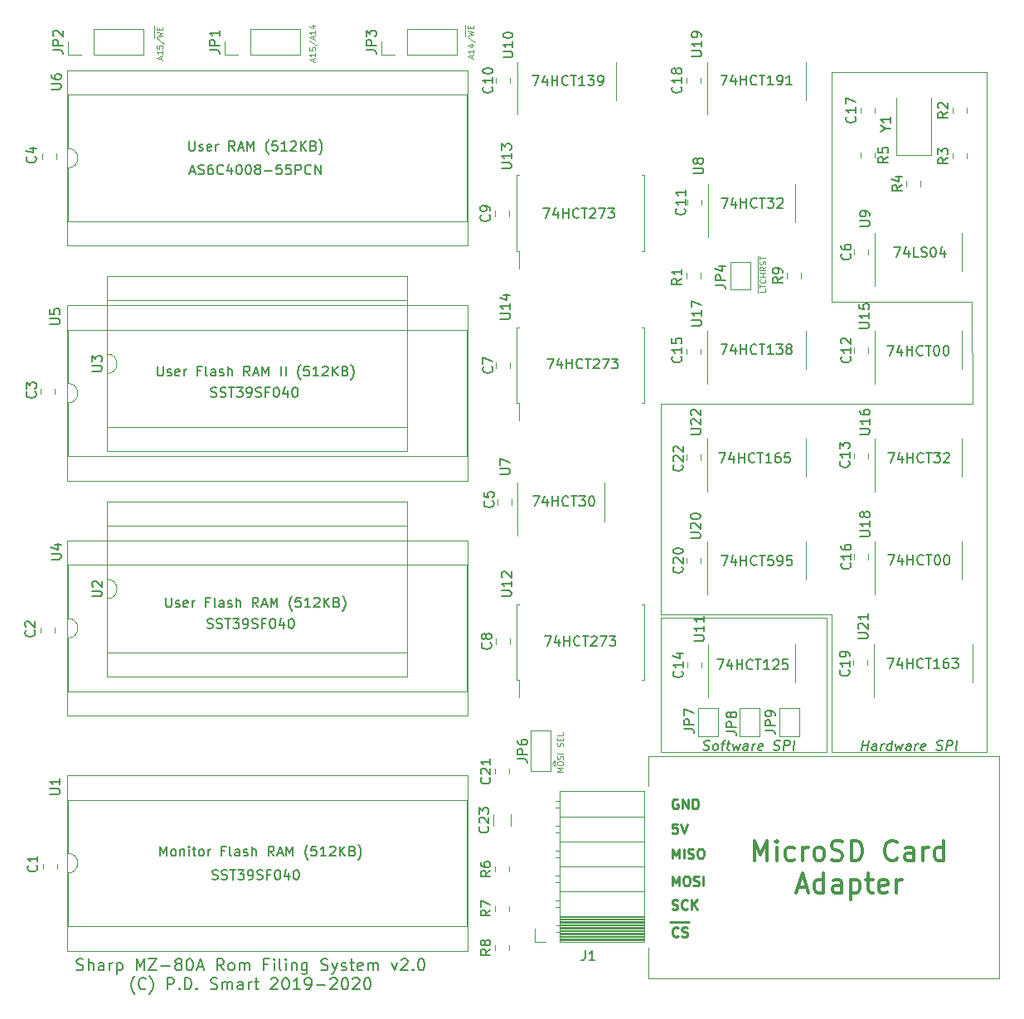
<source format=gbr>
G04 #@! TF.GenerationSoftware,KiCad,Pcbnew,(5.1.2-1)-1*
G04 #@! TF.CreationDate,2020-04-02T23:09:06+01:00*
G04 #@! TF.ProjectId,MZ80-ROMPG,4d5a3830-2d52-44f4-9d50-472e6b696361,rev?*
G04 #@! TF.SameCoordinates,Original*
G04 #@! TF.FileFunction,Legend,Top*
G04 #@! TF.FilePolarity,Positive*
%FSLAX46Y46*%
G04 Gerber Fmt 4.6, Leading zero omitted, Abs format (unit mm)*
G04 Created by KiCad (PCBNEW (5.1.2-1)-1) date 2020-04-02 23:09:06*
%MOMM*%
%LPD*%
G04 APERTURE LIST*
%ADD10C,0.120000*%
%ADD11C,0.150000*%
%ADD12C,0.300000*%
%ADD13C,0.250000*%
%ADD14C,0.100000*%
G04 APERTURE END LIST*
D10*
X163957000Y-105410000D02*
X163957000Y-108458000D01*
X163957000Y-128143000D02*
X163957000Y-124968000D01*
X199771000Y-128143000D02*
X163957000Y-128143000D01*
X199771000Y-105410000D02*
X199771000Y-128143000D01*
X163957000Y-105410000D02*
X199771000Y-105410000D01*
D11*
X117039285Y-42632380D02*
X117039285Y-43441904D01*
X117086904Y-43537142D01*
X117134523Y-43584761D01*
X117229761Y-43632380D01*
X117420238Y-43632380D01*
X117515476Y-43584761D01*
X117563095Y-43537142D01*
X117610714Y-43441904D01*
X117610714Y-42632380D01*
X118039285Y-43584761D02*
X118134523Y-43632380D01*
X118325000Y-43632380D01*
X118420238Y-43584761D01*
X118467857Y-43489523D01*
X118467857Y-43441904D01*
X118420238Y-43346666D01*
X118325000Y-43299047D01*
X118182142Y-43299047D01*
X118086904Y-43251428D01*
X118039285Y-43156190D01*
X118039285Y-43108571D01*
X118086904Y-43013333D01*
X118182142Y-42965714D01*
X118325000Y-42965714D01*
X118420238Y-43013333D01*
X119277380Y-43584761D02*
X119182142Y-43632380D01*
X118991666Y-43632380D01*
X118896428Y-43584761D01*
X118848809Y-43489523D01*
X118848809Y-43108571D01*
X118896428Y-43013333D01*
X118991666Y-42965714D01*
X119182142Y-42965714D01*
X119277380Y-43013333D01*
X119325000Y-43108571D01*
X119325000Y-43203809D01*
X118848809Y-43299047D01*
X119753571Y-43632380D02*
X119753571Y-42965714D01*
X119753571Y-43156190D02*
X119801190Y-43060952D01*
X119848809Y-43013333D01*
X119944047Y-42965714D01*
X120039285Y-42965714D01*
X121705952Y-43632380D02*
X121372619Y-43156190D01*
X121134523Y-43632380D02*
X121134523Y-42632380D01*
X121515476Y-42632380D01*
X121610714Y-42680000D01*
X121658333Y-42727619D01*
X121705952Y-42822857D01*
X121705952Y-42965714D01*
X121658333Y-43060952D01*
X121610714Y-43108571D01*
X121515476Y-43156190D01*
X121134523Y-43156190D01*
X122086904Y-43346666D02*
X122563095Y-43346666D01*
X121991666Y-43632380D02*
X122325000Y-42632380D01*
X122658333Y-43632380D01*
X122991666Y-43632380D02*
X122991666Y-42632380D01*
X123325000Y-43346666D01*
X123658333Y-42632380D01*
X123658333Y-43632380D01*
X125182142Y-44013333D02*
X125134523Y-43965714D01*
X125039285Y-43822857D01*
X124991666Y-43727619D01*
X124944047Y-43584761D01*
X124896428Y-43346666D01*
X124896428Y-43156190D01*
X124944047Y-42918095D01*
X124991666Y-42775238D01*
X125039285Y-42680000D01*
X125134523Y-42537142D01*
X125182142Y-42489523D01*
X126039285Y-42632380D02*
X125563095Y-42632380D01*
X125515476Y-43108571D01*
X125563095Y-43060952D01*
X125658333Y-43013333D01*
X125896428Y-43013333D01*
X125991666Y-43060952D01*
X126039285Y-43108571D01*
X126086904Y-43203809D01*
X126086904Y-43441904D01*
X126039285Y-43537142D01*
X125991666Y-43584761D01*
X125896428Y-43632380D01*
X125658333Y-43632380D01*
X125563095Y-43584761D01*
X125515476Y-43537142D01*
X127039285Y-43632380D02*
X126467857Y-43632380D01*
X126753571Y-43632380D02*
X126753571Y-42632380D01*
X126658333Y-42775238D01*
X126563095Y-42870476D01*
X126467857Y-42918095D01*
X127420238Y-42727619D02*
X127467857Y-42680000D01*
X127563095Y-42632380D01*
X127801190Y-42632380D01*
X127896428Y-42680000D01*
X127944047Y-42727619D01*
X127991666Y-42822857D01*
X127991666Y-42918095D01*
X127944047Y-43060952D01*
X127372619Y-43632380D01*
X127991666Y-43632380D01*
X128420238Y-43632380D02*
X128420238Y-42632380D01*
X128991666Y-43632380D02*
X128563095Y-43060952D01*
X128991666Y-42632380D02*
X128420238Y-43203809D01*
X129753571Y-43108571D02*
X129896428Y-43156190D01*
X129944047Y-43203809D01*
X129991666Y-43299047D01*
X129991666Y-43441904D01*
X129944047Y-43537142D01*
X129896428Y-43584761D01*
X129801190Y-43632380D01*
X129420238Y-43632380D01*
X129420238Y-42632380D01*
X129753571Y-42632380D01*
X129848809Y-42680000D01*
X129896428Y-42727619D01*
X129944047Y-42822857D01*
X129944047Y-42918095D01*
X129896428Y-43013333D01*
X129848809Y-43060952D01*
X129753571Y-43108571D01*
X129420238Y-43108571D01*
X130325000Y-44013333D02*
X130372619Y-43965714D01*
X130467857Y-43822857D01*
X130515476Y-43727619D01*
X130563095Y-43584761D01*
X130610714Y-43346666D01*
X130610714Y-43156190D01*
X130563095Y-42918095D01*
X130515476Y-42775238D01*
X130467857Y-42680000D01*
X130372619Y-42537142D01*
X130325000Y-42489523D01*
X113801190Y-65619380D02*
X113801190Y-66428904D01*
X113848809Y-66524142D01*
X113896428Y-66571761D01*
X113991666Y-66619380D01*
X114182142Y-66619380D01*
X114277380Y-66571761D01*
X114325000Y-66524142D01*
X114372619Y-66428904D01*
X114372619Y-65619380D01*
X114801190Y-66571761D02*
X114896428Y-66619380D01*
X115086904Y-66619380D01*
X115182142Y-66571761D01*
X115229761Y-66476523D01*
X115229761Y-66428904D01*
X115182142Y-66333666D01*
X115086904Y-66286047D01*
X114944047Y-66286047D01*
X114848809Y-66238428D01*
X114801190Y-66143190D01*
X114801190Y-66095571D01*
X114848809Y-66000333D01*
X114944047Y-65952714D01*
X115086904Y-65952714D01*
X115182142Y-66000333D01*
X116039285Y-66571761D02*
X115944047Y-66619380D01*
X115753571Y-66619380D01*
X115658333Y-66571761D01*
X115610714Y-66476523D01*
X115610714Y-66095571D01*
X115658333Y-66000333D01*
X115753571Y-65952714D01*
X115944047Y-65952714D01*
X116039285Y-66000333D01*
X116086904Y-66095571D01*
X116086904Y-66190809D01*
X115610714Y-66286047D01*
X116515476Y-66619380D02*
X116515476Y-65952714D01*
X116515476Y-66143190D02*
X116563095Y-66047952D01*
X116610714Y-66000333D01*
X116705952Y-65952714D01*
X116801190Y-65952714D01*
X118229761Y-66095571D02*
X117896428Y-66095571D01*
X117896428Y-66619380D02*
X117896428Y-65619380D01*
X118372619Y-65619380D01*
X118896428Y-66619380D02*
X118801190Y-66571761D01*
X118753571Y-66476523D01*
X118753571Y-65619380D01*
X119705952Y-66619380D02*
X119705952Y-66095571D01*
X119658333Y-66000333D01*
X119563095Y-65952714D01*
X119372619Y-65952714D01*
X119277380Y-66000333D01*
X119705952Y-66571761D02*
X119610714Y-66619380D01*
X119372619Y-66619380D01*
X119277380Y-66571761D01*
X119229761Y-66476523D01*
X119229761Y-66381285D01*
X119277380Y-66286047D01*
X119372619Y-66238428D01*
X119610714Y-66238428D01*
X119705952Y-66190809D01*
X120134523Y-66571761D02*
X120229761Y-66619380D01*
X120420238Y-66619380D01*
X120515476Y-66571761D01*
X120563095Y-66476523D01*
X120563095Y-66428904D01*
X120515476Y-66333666D01*
X120420238Y-66286047D01*
X120277380Y-66286047D01*
X120182142Y-66238428D01*
X120134523Y-66143190D01*
X120134523Y-66095571D01*
X120182142Y-66000333D01*
X120277380Y-65952714D01*
X120420238Y-65952714D01*
X120515476Y-66000333D01*
X120991666Y-66619380D02*
X120991666Y-65619380D01*
X121420238Y-66619380D02*
X121420238Y-66095571D01*
X121372619Y-66000333D01*
X121277380Y-65952714D01*
X121134523Y-65952714D01*
X121039285Y-66000333D01*
X120991666Y-66047952D01*
X123229761Y-66619380D02*
X122896428Y-66143190D01*
X122658333Y-66619380D02*
X122658333Y-65619380D01*
X123039285Y-65619380D01*
X123134523Y-65667000D01*
X123182142Y-65714619D01*
X123229761Y-65809857D01*
X123229761Y-65952714D01*
X123182142Y-66047952D01*
X123134523Y-66095571D01*
X123039285Y-66143190D01*
X122658333Y-66143190D01*
X123610714Y-66333666D02*
X124086904Y-66333666D01*
X123515476Y-66619380D02*
X123848809Y-65619380D01*
X124182142Y-66619380D01*
X124515476Y-66619380D02*
X124515476Y-65619380D01*
X124848809Y-66333666D01*
X125182142Y-65619380D01*
X125182142Y-66619380D01*
X126420238Y-66619380D02*
X126420238Y-65619380D01*
X126896428Y-66619380D02*
X126896428Y-65619380D01*
X128420238Y-67000333D02*
X128372619Y-66952714D01*
X128277380Y-66809857D01*
X128229761Y-66714619D01*
X128182142Y-66571761D01*
X128134523Y-66333666D01*
X128134523Y-66143190D01*
X128182142Y-65905095D01*
X128229761Y-65762238D01*
X128277380Y-65667000D01*
X128372619Y-65524142D01*
X128420238Y-65476523D01*
X129277380Y-65619380D02*
X128801190Y-65619380D01*
X128753571Y-66095571D01*
X128801190Y-66047952D01*
X128896428Y-66000333D01*
X129134523Y-66000333D01*
X129229761Y-66047952D01*
X129277380Y-66095571D01*
X129325000Y-66190809D01*
X129325000Y-66428904D01*
X129277380Y-66524142D01*
X129229761Y-66571761D01*
X129134523Y-66619380D01*
X128896428Y-66619380D01*
X128801190Y-66571761D01*
X128753571Y-66524142D01*
X130277380Y-66619380D02*
X129705952Y-66619380D01*
X129991666Y-66619380D02*
X129991666Y-65619380D01*
X129896428Y-65762238D01*
X129801190Y-65857476D01*
X129705952Y-65905095D01*
X130658333Y-65714619D02*
X130705952Y-65667000D01*
X130801190Y-65619380D01*
X131039285Y-65619380D01*
X131134523Y-65667000D01*
X131182142Y-65714619D01*
X131229761Y-65809857D01*
X131229761Y-65905095D01*
X131182142Y-66047952D01*
X130610714Y-66619380D01*
X131229761Y-66619380D01*
X131658333Y-66619380D02*
X131658333Y-65619380D01*
X132229761Y-66619380D02*
X131801190Y-66047952D01*
X132229761Y-65619380D02*
X131658333Y-66190809D01*
X132991666Y-66095571D02*
X133134523Y-66143190D01*
X133182142Y-66190809D01*
X133229761Y-66286047D01*
X133229761Y-66428904D01*
X133182142Y-66524142D01*
X133134523Y-66571761D01*
X133039285Y-66619380D01*
X132658333Y-66619380D01*
X132658333Y-65619380D01*
X132991666Y-65619380D01*
X133086904Y-65667000D01*
X133134523Y-65714619D01*
X133182142Y-65809857D01*
X133182142Y-65905095D01*
X133134523Y-66000333D01*
X133086904Y-66047952D01*
X132991666Y-66095571D01*
X132658333Y-66095571D01*
X133563095Y-67000333D02*
X133610714Y-66952714D01*
X133705952Y-66809857D01*
X133753571Y-66714619D01*
X133801190Y-66571761D01*
X133848809Y-66333666D01*
X133848809Y-66143190D01*
X133801190Y-65905095D01*
X133753571Y-65762238D01*
X133705952Y-65667000D01*
X133610714Y-65524142D01*
X133563095Y-65476523D01*
X114658333Y-89241380D02*
X114658333Y-90050904D01*
X114705952Y-90146142D01*
X114753571Y-90193761D01*
X114848809Y-90241380D01*
X115039285Y-90241380D01*
X115134523Y-90193761D01*
X115182142Y-90146142D01*
X115229761Y-90050904D01*
X115229761Y-89241380D01*
X115658333Y-90193761D02*
X115753571Y-90241380D01*
X115944047Y-90241380D01*
X116039285Y-90193761D01*
X116086904Y-90098523D01*
X116086904Y-90050904D01*
X116039285Y-89955666D01*
X115944047Y-89908047D01*
X115801190Y-89908047D01*
X115705952Y-89860428D01*
X115658333Y-89765190D01*
X115658333Y-89717571D01*
X115705952Y-89622333D01*
X115801190Y-89574714D01*
X115944047Y-89574714D01*
X116039285Y-89622333D01*
X116896428Y-90193761D02*
X116801190Y-90241380D01*
X116610714Y-90241380D01*
X116515476Y-90193761D01*
X116467857Y-90098523D01*
X116467857Y-89717571D01*
X116515476Y-89622333D01*
X116610714Y-89574714D01*
X116801190Y-89574714D01*
X116896428Y-89622333D01*
X116944047Y-89717571D01*
X116944047Y-89812809D01*
X116467857Y-89908047D01*
X117372619Y-90241380D02*
X117372619Y-89574714D01*
X117372619Y-89765190D02*
X117420238Y-89669952D01*
X117467857Y-89622333D01*
X117563095Y-89574714D01*
X117658333Y-89574714D01*
X119086904Y-89717571D02*
X118753571Y-89717571D01*
X118753571Y-90241380D02*
X118753571Y-89241380D01*
X119229761Y-89241380D01*
X119753571Y-90241380D02*
X119658333Y-90193761D01*
X119610714Y-90098523D01*
X119610714Y-89241380D01*
X120563095Y-90241380D02*
X120563095Y-89717571D01*
X120515476Y-89622333D01*
X120420238Y-89574714D01*
X120229761Y-89574714D01*
X120134523Y-89622333D01*
X120563095Y-90193761D02*
X120467857Y-90241380D01*
X120229761Y-90241380D01*
X120134523Y-90193761D01*
X120086904Y-90098523D01*
X120086904Y-90003285D01*
X120134523Y-89908047D01*
X120229761Y-89860428D01*
X120467857Y-89860428D01*
X120563095Y-89812809D01*
X120991666Y-90193761D02*
X121086904Y-90241380D01*
X121277380Y-90241380D01*
X121372619Y-90193761D01*
X121420238Y-90098523D01*
X121420238Y-90050904D01*
X121372619Y-89955666D01*
X121277380Y-89908047D01*
X121134523Y-89908047D01*
X121039285Y-89860428D01*
X120991666Y-89765190D01*
X120991666Y-89717571D01*
X121039285Y-89622333D01*
X121134523Y-89574714D01*
X121277380Y-89574714D01*
X121372619Y-89622333D01*
X121848809Y-90241380D02*
X121848809Y-89241380D01*
X122277380Y-90241380D02*
X122277380Y-89717571D01*
X122229761Y-89622333D01*
X122134523Y-89574714D01*
X121991666Y-89574714D01*
X121896428Y-89622333D01*
X121848809Y-89669952D01*
X124086904Y-90241380D02*
X123753571Y-89765190D01*
X123515476Y-90241380D02*
X123515476Y-89241380D01*
X123896428Y-89241380D01*
X123991666Y-89289000D01*
X124039285Y-89336619D01*
X124086904Y-89431857D01*
X124086904Y-89574714D01*
X124039285Y-89669952D01*
X123991666Y-89717571D01*
X123896428Y-89765190D01*
X123515476Y-89765190D01*
X124467857Y-89955666D02*
X124944047Y-89955666D01*
X124372619Y-90241380D02*
X124705952Y-89241380D01*
X125039285Y-90241380D01*
X125372619Y-90241380D02*
X125372619Y-89241380D01*
X125705952Y-89955666D01*
X126039285Y-89241380D01*
X126039285Y-90241380D01*
X127563095Y-90622333D02*
X127515476Y-90574714D01*
X127420238Y-90431857D01*
X127372619Y-90336619D01*
X127324999Y-90193761D01*
X127277380Y-89955666D01*
X127277380Y-89765190D01*
X127324999Y-89527095D01*
X127372619Y-89384238D01*
X127420238Y-89289000D01*
X127515476Y-89146142D01*
X127563095Y-89098523D01*
X128420238Y-89241380D02*
X127944047Y-89241380D01*
X127896428Y-89717571D01*
X127944047Y-89669952D01*
X128039285Y-89622333D01*
X128277380Y-89622333D01*
X128372619Y-89669952D01*
X128420238Y-89717571D01*
X128467857Y-89812809D01*
X128467857Y-90050904D01*
X128420238Y-90146142D01*
X128372619Y-90193761D01*
X128277380Y-90241380D01*
X128039285Y-90241380D01*
X127944047Y-90193761D01*
X127896428Y-90146142D01*
X129420238Y-90241380D02*
X128848809Y-90241380D01*
X129134523Y-90241380D02*
X129134523Y-89241380D01*
X129039285Y-89384238D01*
X128944047Y-89479476D01*
X128848809Y-89527095D01*
X129801190Y-89336619D02*
X129848809Y-89289000D01*
X129944047Y-89241380D01*
X130182142Y-89241380D01*
X130277380Y-89289000D01*
X130324999Y-89336619D01*
X130372619Y-89431857D01*
X130372619Y-89527095D01*
X130324999Y-89669952D01*
X129753571Y-90241380D01*
X130372619Y-90241380D01*
X130801190Y-90241380D02*
X130801190Y-89241380D01*
X131372619Y-90241380D02*
X130944047Y-89669952D01*
X131372619Y-89241380D02*
X130801190Y-89812809D01*
X132134523Y-89717571D02*
X132277380Y-89765190D01*
X132324999Y-89812809D01*
X132372619Y-89908047D01*
X132372619Y-90050904D01*
X132324999Y-90146142D01*
X132277380Y-90193761D01*
X132182142Y-90241380D01*
X131801190Y-90241380D01*
X131801190Y-89241380D01*
X132134523Y-89241380D01*
X132229761Y-89289000D01*
X132277380Y-89336619D01*
X132324999Y-89431857D01*
X132324999Y-89527095D01*
X132277380Y-89622333D01*
X132229761Y-89669952D01*
X132134523Y-89717571D01*
X131801190Y-89717571D01*
X132705952Y-90622333D02*
X132753571Y-90574714D01*
X132848809Y-90431857D01*
X132896428Y-90336619D01*
X132944047Y-90193761D01*
X132991666Y-89955666D01*
X132991666Y-89765190D01*
X132944047Y-89527095D01*
X132896428Y-89384238D01*
X132848809Y-89289000D01*
X132753571Y-89146142D01*
X132705952Y-89098523D01*
X114071095Y-115641380D02*
X114071095Y-114641380D01*
X114404428Y-115355666D01*
X114737761Y-114641380D01*
X114737761Y-115641380D01*
X115356809Y-115641380D02*
X115261571Y-115593761D01*
X115213952Y-115546142D01*
X115166333Y-115450904D01*
X115166333Y-115165190D01*
X115213952Y-115069952D01*
X115261571Y-115022333D01*
X115356809Y-114974714D01*
X115499666Y-114974714D01*
X115594904Y-115022333D01*
X115642523Y-115069952D01*
X115690142Y-115165190D01*
X115690142Y-115450904D01*
X115642523Y-115546142D01*
X115594904Y-115593761D01*
X115499666Y-115641380D01*
X115356809Y-115641380D01*
X116118714Y-114974714D02*
X116118714Y-115641380D01*
X116118714Y-115069952D02*
X116166333Y-115022333D01*
X116261571Y-114974714D01*
X116404428Y-114974714D01*
X116499666Y-115022333D01*
X116547285Y-115117571D01*
X116547285Y-115641380D01*
X117023476Y-115641380D02*
X117023476Y-114974714D01*
X117023476Y-114641380D02*
X116975857Y-114689000D01*
X117023476Y-114736619D01*
X117071095Y-114689000D01*
X117023476Y-114641380D01*
X117023476Y-114736619D01*
X117356809Y-114974714D02*
X117737761Y-114974714D01*
X117499666Y-114641380D02*
X117499666Y-115498523D01*
X117547285Y-115593761D01*
X117642523Y-115641380D01*
X117737761Y-115641380D01*
X118213952Y-115641380D02*
X118118714Y-115593761D01*
X118071095Y-115546142D01*
X118023476Y-115450904D01*
X118023476Y-115165190D01*
X118071095Y-115069952D01*
X118118714Y-115022333D01*
X118213952Y-114974714D01*
X118356809Y-114974714D01*
X118452047Y-115022333D01*
X118499666Y-115069952D01*
X118547285Y-115165190D01*
X118547285Y-115450904D01*
X118499666Y-115546142D01*
X118452047Y-115593761D01*
X118356809Y-115641380D01*
X118213952Y-115641380D01*
X118975857Y-115641380D02*
X118975857Y-114974714D01*
X118975857Y-115165190D02*
X119023476Y-115069952D01*
X119071095Y-115022333D01*
X119166333Y-114974714D01*
X119261571Y-114974714D01*
X120690142Y-115117571D02*
X120356809Y-115117571D01*
X120356809Y-115641380D02*
X120356809Y-114641380D01*
X120833000Y-114641380D01*
X121356809Y-115641380D02*
X121261571Y-115593761D01*
X121213952Y-115498523D01*
X121213952Y-114641380D01*
X122166333Y-115641380D02*
X122166333Y-115117571D01*
X122118714Y-115022333D01*
X122023476Y-114974714D01*
X121833000Y-114974714D01*
X121737761Y-115022333D01*
X122166333Y-115593761D02*
X122071095Y-115641380D01*
X121833000Y-115641380D01*
X121737761Y-115593761D01*
X121690142Y-115498523D01*
X121690142Y-115403285D01*
X121737761Y-115308047D01*
X121833000Y-115260428D01*
X122071095Y-115260428D01*
X122166333Y-115212809D01*
X122594904Y-115593761D02*
X122690142Y-115641380D01*
X122880619Y-115641380D01*
X122975857Y-115593761D01*
X123023476Y-115498523D01*
X123023476Y-115450904D01*
X122975857Y-115355666D01*
X122880619Y-115308047D01*
X122737761Y-115308047D01*
X122642523Y-115260428D01*
X122594904Y-115165190D01*
X122594904Y-115117571D01*
X122642523Y-115022333D01*
X122737761Y-114974714D01*
X122880619Y-114974714D01*
X122975857Y-115022333D01*
X123452047Y-115641380D02*
X123452047Y-114641380D01*
X123880619Y-115641380D02*
X123880619Y-115117571D01*
X123833000Y-115022333D01*
X123737761Y-114974714D01*
X123594904Y-114974714D01*
X123499666Y-115022333D01*
X123452047Y-115069952D01*
X125690142Y-115641380D02*
X125356809Y-115165190D01*
X125118714Y-115641380D02*
X125118714Y-114641380D01*
X125499666Y-114641380D01*
X125594904Y-114689000D01*
X125642523Y-114736619D01*
X125690142Y-114831857D01*
X125690142Y-114974714D01*
X125642523Y-115069952D01*
X125594904Y-115117571D01*
X125499666Y-115165190D01*
X125118714Y-115165190D01*
X126071095Y-115355666D02*
X126547285Y-115355666D01*
X125975857Y-115641380D02*
X126309190Y-114641380D01*
X126642523Y-115641380D01*
X126975857Y-115641380D02*
X126975857Y-114641380D01*
X127309190Y-115355666D01*
X127642523Y-114641380D01*
X127642523Y-115641380D01*
X129166333Y-116022333D02*
X129118714Y-115974714D01*
X129023476Y-115831857D01*
X128975857Y-115736619D01*
X128928238Y-115593761D01*
X128880619Y-115355666D01*
X128880619Y-115165190D01*
X128928238Y-114927095D01*
X128975857Y-114784238D01*
X129023476Y-114689000D01*
X129118714Y-114546142D01*
X129166333Y-114498523D01*
X130023476Y-114641380D02*
X129547285Y-114641380D01*
X129499666Y-115117571D01*
X129547285Y-115069952D01*
X129642523Y-115022333D01*
X129880619Y-115022333D01*
X129975857Y-115069952D01*
X130023476Y-115117571D01*
X130071095Y-115212809D01*
X130071095Y-115450904D01*
X130023476Y-115546142D01*
X129975857Y-115593761D01*
X129880619Y-115641380D01*
X129642523Y-115641380D01*
X129547285Y-115593761D01*
X129499666Y-115546142D01*
X131023476Y-115641380D02*
X130452047Y-115641380D01*
X130737761Y-115641380D02*
X130737761Y-114641380D01*
X130642523Y-114784238D01*
X130547285Y-114879476D01*
X130452047Y-114927095D01*
X131404428Y-114736619D02*
X131452047Y-114689000D01*
X131547285Y-114641380D01*
X131785380Y-114641380D01*
X131880619Y-114689000D01*
X131928238Y-114736619D01*
X131975857Y-114831857D01*
X131975857Y-114927095D01*
X131928238Y-115069952D01*
X131356809Y-115641380D01*
X131975857Y-115641380D01*
X132404428Y-115641380D02*
X132404428Y-114641380D01*
X132975857Y-115641380D02*
X132547285Y-115069952D01*
X132975857Y-114641380D02*
X132404428Y-115212809D01*
X133737761Y-115117571D02*
X133880619Y-115165190D01*
X133928238Y-115212809D01*
X133975857Y-115308047D01*
X133975857Y-115450904D01*
X133928238Y-115546142D01*
X133880619Y-115593761D01*
X133785380Y-115641380D01*
X133404428Y-115641380D01*
X133404428Y-114641380D01*
X133737761Y-114641380D01*
X133833000Y-114689000D01*
X133880619Y-114736619D01*
X133928238Y-114831857D01*
X133928238Y-114927095D01*
X133880619Y-115022333D01*
X133833000Y-115069952D01*
X133737761Y-115117571D01*
X133404428Y-115117571D01*
X134309190Y-116022333D02*
X134356809Y-115974714D01*
X134452047Y-115831857D01*
X134499666Y-115736619D01*
X134547285Y-115593761D01*
X134594904Y-115355666D01*
X134594904Y-115165190D01*
X134547285Y-114927095D01*
X134499666Y-114784238D01*
X134452047Y-114689000D01*
X134356809Y-114546142D01*
X134309190Y-114498523D01*
D10*
X196977000Y-59055000D02*
X182626000Y-59055000D01*
X197000000Y-69469000D02*
X196977000Y-59055000D01*
D11*
X169530919Y-104798761D02*
X169667824Y-104846380D01*
X169905919Y-104846380D01*
X170007110Y-104798761D01*
X170060681Y-104751142D01*
X170120205Y-104655904D01*
X170132110Y-104560666D01*
X170096395Y-104465428D01*
X170054729Y-104417809D01*
X169965443Y-104370190D01*
X169780919Y-104322571D01*
X169691633Y-104274952D01*
X169649967Y-104227333D01*
X169614252Y-104132095D01*
X169626157Y-104036857D01*
X169685681Y-103941619D01*
X169739252Y-103894000D01*
X169840443Y-103846380D01*
X170078538Y-103846380D01*
X170215443Y-103894000D01*
X170667824Y-104846380D02*
X170578538Y-104798761D01*
X170536872Y-104751142D01*
X170501157Y-104655904D01*
X170536872Y-104370190D01*
X170596395Y-104274952D01*
X170649967Y-104227333D01*
X170751157Y-104179714D01*
X170894014Y-104179714D01*
X170983300Y-104227333D01*
X171024967Y-104274952D01*
X171060681Y-104370190D01*
X171024967Y-104655904D01*
X170965443Y-104751142D01*
X170911872Y-104798761D01*
X170810681Y-104846380D01*
X170667824Y-104846380D01*
X171370205Y-104179714D02*
X171751157Y-104179714D01*
X171429729Y-104846380D02*
X171536872Y-103989238D01*
X171596395Y-103894000D01*
X171697586Y-103846380D01*
X171792824Y-103846380D01*
X171941633Y-104179714D02*
X172322586Y-104179714D01*
X172126157Y-103846380D02*
X172019014Y-104703523D01*
X172054729Y-104798761D01*
X172144014Y-104846380D01*
X172239252Y-104846380D01*
X172560681Y-104179714D02*
X172667824Y-104846380D01*
X172917824Y-104370190D01*
X173048776Y-104846380D01*
X173322586Y-104179714D01*
X174048776Y-104846380D02*
X174114252Y-104322571D01*
X174078538Y-104227333D01*
X173989252Y-104179714D01*
X173798776Y-104179714D01*
X173697586Y-104227333D01*
X174054729Y-104798761D02*
X173953538Y-104846380D01*
X173715443Y-104846380D01*
X173626157Y-104798761D01*
X173590443Y-104703523D01*
X173602348Y-104608285D01*
X173661872Y-104513047D01*
X173763062Y-104465428D01*
X174001157Y-104465428D01*
X174102348Y-104417809D01*
X174524967Y-104846380D02*
X174608300Y-104179714D01*
X174584491Y-104370190D02*
X174644014Y-104274952D01*
X174697586Y-104227333D01*
X174798776Y-104179714D01*
X174894014Y-104179714D01*
X175530919Y-104798761D02*
X175429729Y-104846380D01*
X175239252Y-104846380D01*
X175149967Y-104798761D01*
X175114252Y-104703523D01*
X175161872Y-104322571D01*
X175221395Y-104227333D01*
X175322586Y-104179714D01*
X175513062Y-104179714D01*
X175602348Y-104227333D01*
X175638062Y-104322571D01*
X175626157Y-104417809D01*
X175138062Y-104513047D01*
X176721395Y-104798761D02*
X176858300Y-104846380D01*
X177096395Y-104846380D01*
X177197586Y-104798761D01*
X177251157Y-104751142D01*
X177310681Y-104655904D01*
X177322586Y-104560666D01*
X177286872Y-104465428D01*
X177245205Y-104417809D01*
X177155919Y-104370190D01*
X176971395Y-104322571D01*
X176882110Y-104274952D01*
X176840443Y-104227333D01*
X176804729Y-104132095D01*
X176816633Y-104036857D01*
X176876157Y-103941619D01*
X176929729Y-103894000D01*
X177030919Y-103846380D01*
X177269014Y-103846380D01*
X177405919Y-103894000D01*
X177715443Y-104846380D02*
X177840443Y-103846380D01*
X178221395Y-103846380D01*
X178310681Y-103894000D01*
X178352348Y-103941619D01*
X178388062Y-104036857D01*
X178370205Y-104179714D01*
X178310681Y-104274952D01*
X178257110Y-104322571D01*
X178155919Y-104370190D01*
X177774967Y-104370190D01*
X178715443Y-104846380D02*
X178840443Y-103846380D01*
D10*
X165227000Y-105029000D02*
X165227000Y-91313000D01*
X182118000Y-105029000D02*
X165227000Y-105029000D01*
X182118000Y-91313000D02*
X182118000Y-105029000D01*
X165227000Y-91313000D02*
X182118000Y-91313000D01*
D11*
X185717491Y-104846380D02*
X185842491Y-103846380D01*
X185782967Y-104322571D02*
X186354395Y-104322571D01*
X186288919Y-104846380D02*
X186413919Y-103846380D01*
X187193681Y-104846380D02*
X187259157Y-104322571D01*
X187223443Y-104227333D01*
X187134157Y-104179714D01*
X186943681Y-104179714D01*
X186842491Y-104227333D01*
X187199633Y-104798761D02*
X187098443Y-104846380D01*
X186860348Y-104846380D01*
X186771062Y-104798761D01*
X186735348Y-104703523D01*
X186747252Y-104608285D01*
X186806776Y-104513047D01*
X186907967Y-104465428D01*
X187146062Y-104465428D01*
X187247252Y-104417809D01*
X187669872Y-104846380D02*
X187753205Y-104179714D01*
X187729395Y-104370190D02*
X187788919Y-104274952D01*
X187842491Y-104227333D01*
X187943681Y-104179714D01*
X188038919Y-104179714D01*
X188717491Y-104846380D02*
X188842491Y-103846380D01*
X188723443Y-104798761D02*
X188622252Y-104846380D01*
X188431776Y-104846380D01*
X188342491Y-104798761D01*
X188300824Y-104751142D01*
X188265110Y-104655904D01*
X188300824Y-104370190D01*
X188360348Y-104274952D01*
X188413919Y-104227333D01*
X188515110Y-104179714D01*
X188705586Y-104179714D01*
X188794872Y-104227333D01*
X189181776Y-104179714D02*
X189288919Y-104846380D01*
X189538919Y-104370190D01*
X189669872Y-104846380D01*
X189943681Y-104179714D01*
X190669872Y-104846380D02*
X190735348Y-104322571D01*
X190699633Y-104227333D01*
X190610348Y-104179714D01*
X190419872Y-104179714D01*
X190318681Y-104227333D01*
X190675824Y-104798761D02*
X190574633Y-104846380D01*
X190336538Y-104846380D01*
X190247252Y-104798761D01*
X190211538Y-104703523D01*
X190223443Y-104608285D01*
X190282967Y-104513047D01*
X190384157Y-104465428D01*
X190622252Y-104465428D01*
X190723443Y-104417809D01*
X191146062Y-104846380D02*
X191229395Y-104179714D01*
X191205586Y-104370190D02*
X191265110Y-104274952D01*
X191318681Y-104227333D01*
X191419872Y-104179714D01*
X191515110Y-104179714D01*
X192152014Y-104798761D02*
X192050824Y-104846380D01*
X191860348Y-104846380D01*
X191771062Y-104798761D01*
X191735348Y-104703523D01*
X191782967Y-104322571D01*
X191842491Y-104227333D01*
X191943681Y-104179714D01*
X192134157Y-104179714D01*
X192223443Y-104227333D01*
X192259157Y-104322571D01*
X192247252Y-104417809D01*
X191759157Y-104513047D01*
X193342491Y-104798761D02*
X193479395Y-104846380D01*
X193717491Y-104846380D01*
X193818681Y-104798761D01*
X193872252Y-104751142D01*
X193931776Y-104655904D01*
X193943681Y-104560666D01*
X193907967Y-104465428D01*
X193866300Y-104417809D01*
X193777014Y-104370190D01*
X193592491Y-104322571D01*
X193503205Y-104274952D01*
X193461538Y-104227333D01*
X193425824Y-104132095D01*
X193437729Y-104036857D01*
X193497252Y-103941619D01*
X193550824Y-103894000D01*
X193652014Y-103846380D01*
X193890110Y-103846380D01*
X194027014Y-103894000D01*
X194336538Y-104846380D02*
X194461538Y-103846380D01*
X194842491Y-103846380D01*
X194931776Y-103894000D01*
X194973443Y-103941619D01*
X195009157Y-104036857D01*
X194991300Y-104179714D01*
X194931776Y-104274952D01*
X194878205Y-104322571D01*
X194777014Y-104370190D01*
X194396062Y-104370190D01*
X195336538Y-104846380D02*
X195461538Y-103846380D01*
D10*
X182626000Y-59000000D02*
X182626000Y-35560000D01*
X165227000Y-69469000D02*
X197000000Y-69469000D01*
X165227000Y-90932000D02*
X165227000Y-69469000D01*
X182626000Y-90932000D02*
X165227000Y-90932000D01*
X182626000Y-105000000D02*
X182626000Y-90932000D01*
X198501000Y-35560000D02*
X182626000Y-35560000D01*
X198501000Y-105000000D02*
X198501000Y-35560000D01*
X182626000Y-105000000D02*
X198501000Y-105000000D01*
D12*
X174737333Y-116094761D02*
X174737333Y-114094761D01*
X175404000Y-115523333D01*
X176070666Y-114094761D01*
X176070666Y-116094761D01*
X177023047Y-116094761D02*
X177023047Y-114761428D01*
X177023047Y-114094761D02*
X176927809Y-114190000D01*
X177023047Y-114285238D01*
X177118285Y-114190000D01*
X177023047Y-114094761D01*
X177023047Y-114285238D01*
X178832571Y-115999523D02*
X178642095Y-116094761D01*
X178261142Y-116094761D01*
X178070666Y-115999523D01*
X177975428Y-115904285D01*
X177880190Y-115713809D01*
X177880190Y-115142380D01*
X177975428Y-114951904D01*
X178070666Y-114856666D01*
X178261142Y-114761428D01*
X178642095Y-114761428D01*
X178832571Y-114856666D01*
X179689714Y-116094761D02*
X179689714Y-114761428D01*
X179689714Y-115142380D02*
X179784952Y-114951904D01*
X179880190Y-114856666D01*
X180070666Y-114761428D01*
X180261142Y-114761428D01*
X181213523Y-116094761D02*
X181023047Y-115999523D01*
X180927809Y-115904285D01*
X180832571Y-115713809D01*
X180832571Y-115142380D01*
X180927809Y-114951904D01*
X181023047Y-114856666D01*
X181213523Y-114761428D01*
X181499238Y-114761428D01*
X181689714Y-114856666D01*
X181784952Y-114951904D01*
X181880190Y-115142380D01*
X181880190Y-115713809D01*
X181784952Y-115904285D01*
X181689714Y-115999523D01*
X181499238Y-116094761D01*
X181213523Y-116094761D01*
X182642095Y-115999523D02*
X182927809Y-116094761D01*
X183404000Y-116094761D01*
X183594476Y-115999523D01*
X183689714Y-115904285D01*
X183784952Y-115713809D01*
X183784952Y-115523333D01*
X183689714Y-115332857D01*
X183594476Y-115237619D01*
X183404000Y-115142380D01*
X183023047Y-115047142D01*
X182832571Y-114951904D01*
X182737333Y-114856666D01*
X182642095Y-114666190D01*
X182642095Y-114475714D01*
X182737333Y-114285238D01*
X182832571Y-114190000D01*
X183023047Y-114094761D01*
X183499238Y-114094761D01*
X183784952Y-114190000D01*
X184642095Y-116094761D02*
X184642095Y-114094761D01*
X185118285Y-114094761D01*
X185404000Y-114190000D01*
X185594476Y-114380476D01*
X185689714Y-114570952D01*
X185784952Y-114951904D01*
X185784952Y-115237619D01*
X185689714Y-115618571D01*
X185594476Y-115809047D01*
X185404000Y-115999523D01*
X185118285Y-116094761D01*
X184642095Y-116094761D01*
X189308761Y-115904285D02*
X189213523Y-115999523D01*
X188927809Y-116094761D01*
X188737333Y-116094761D01*
X188451619Y-115999523D01*
X188261142Y-115809047D01*
X188165904Y-115618571D01*
X188070666Y-115237619D01*
X188070666Y-114951904D01*
X188165904Y-114570952D01*
X188261142Y-114380476D01*
X188451619Y-114190000D01*
X188737333Y-114094761D01*
X188927809Y-114094761D01*
X189213523Y-114190000D01*
X189308761Y-114285238D01*
X191023047Y-116094761D02*
X191023047Y-115047142D01*
X190927809Y-114856666D01*
X190737333Y-114761428D01*
X190356380Y-114761428D01*
X190165904Y-114856666D01*
X191023047Y-115999523D02*
X190832571Y-116094761D01*
X190356380Y-116094761D01*
X190165904Y-115999523D01*
X190070666Y-115809047D01*
X190070666Y-115618571D01*
X190165904Y-115428095D01*
X190356380Y-115332857D01*
X190832571Y-115332857D01*
X191023047Y-115237619D01*
X191975428Y-116094761D02*
X191975428Y-114761428D01*
X191975428Y-115142380D02*
X192070666Y-114951904D01*
X192165904Y-114856666D01*
X192356380Y-114761428D01*
X192546857Y-114761428D01*
X194070666Y-116094761D02*
X194070666Y-114094761D01*
X194070666Y-115999523D02*
X193880190Y-116094761D01*
X193499238Y-116094761D01*
X193308761Y-115999523D01*
X193213523Y-115904285D01*
X193118285Y-115713809D01*
X193118285Y-115142380D01*
X193213523Y-114951904D01*
X193308761Y-114856666D01*
X193499238Y-114761428D01*
X193880190Y-114761428D01*
X194070666Y-114856666D01*
X179165904Y-118823333D02*
X180118285Y-118823333D01*
X178975428Y-119394761D02*
X179642095Y-117394761D01*
X180308761Y-119394761D01*
X181832571Y-119394761D02*
X181832571Y-117394761D01*
X181832571Y-119299523D02*
X181642095Y-119394761D01*
X181261142Y-119394761D01*
X181070666Y-119299523D01*
X180975428Y-119204285D01*
X180880190Y-119013809D01*
X180880190Y-118442380D01*
X180975428Y-118251904D01*
X181070666Y-118156666D01*
X181261142Y-118061428D01*
X181642095Y-118061428D01*
X181832571Y-118156666D01*
X183642095Y-119394761D02*
X183642095Y-118347142D01*
X183546857Y-118156666D01*
X183356380Y-118061428D01*
X182975428Y-118061428D01*
X182784952Y-118156666D01*
X183642095Y-119299523D02*
X183451619Y-119394761D01*
X182975428Y-119394761D01*
X182784952Y-119299523D01*
X182689714Y-119109047D01*
X182689714Y-118918571D01*
X182784952Y-118728095D01*
X182975428Y-118632857D01*
X183451619Y-118632857D01*
X183642095Y-118537619D01*
X184594476Y-118061428D02*
X184594476Y-120061428D01*
X184594476Y-118156666D02*
X184784952Y-118061428D01*
X185165904Y-118061428D01*
X185356380Y-118156666D01*
X185451619Y-118251904D01*
X185546857Y-118442380D01*
X185546857Y-119013809D01*
X185451619Y-119204285D01*
X185356380Y-119299523D01*
X185165904Y-119394761D01*
X184784952Y-119394761D01*
X184594476Y-119299523D01*
X186118285Y-118061428D02*
X186880190Y-118061428D01*
X186404000Y-117394761D02*
X186404000Y-119109047D01*
X186499238Y-119299523D01*
X186689714Y-119394761D01*
X186880190Y-119394761D01*
X188308761Y-119299523D02*
X188118285Y-119394761D01*
X187737333Y-119394761D01*
X187546857Y-119299523D01*
X187451619Y-119109047D01*
X187451619Y-118347142D01*
X187546857Y-118156666D01*
X187737333Y-118061428D01*
X188118285Y-118061428D01*
X188308761Y-118156666D01*
X188404000Y-118347142D01*
X188404000Y-118537619D01*
X187451619Y-118728095D01*
X189261142Y-119394761D02*
X189261142Y-118061428D01*
X189261142Y-118442380D02*
X189356380Y-118251904D01*
X189451619Y-118156666D01*
X189642095Y-118061428D01*
X189832571Y-118061428D01*
D13*
X166162500Y-122399000D02*
X167162500Y-122399000D01*
X166972023Y-123801142D02*
X166924404Y-123848761D01*
X166781547Y-123896380D01*
X166686309Y-123896380D01*
X166543452Y-123848761D01*
X166448214Y-123753523D01*
X166400595Y-123658285D01*
X166352976Y-123467809D01*
X166352976Y-123324952D01*
X166400595Y-123134476D01*
X166448214Y-123039238D01*
X166543452Y-122944000D01*
X166686309Y-122896380D01*
X166781547Y-122896380D01*
X166924404Y-122944000D01*
X166972023Y-122991619D01*
X167162500Y-122399000D02*
X168114880Y-122399000D01*
X167352976Y-123848761D02*
X167495833Y-123896380D01*
X167733928Y-123896380D01*
X167829166Y-123848761D01*
X167876785Y-123801142D01*
X167924404Y-123705904D01*
X167924404Y-123610666D01*
X167876785Y-123515428D01*
X167829166Y-123467809D01*
X167733928Y-123420190D01*
X167543452Y-123372571D01*
X167448214Y-123324952D01*
X167400595Y-123277333D01*
X167352976Y-123182095D01*
X167352976Y-123086857D01*
X167400595Y-122991619D01*
X167448214Y-122944000D01*
X167543452Y-122896380D01*
X167781547Y-122896380D01*
X167924404Y-122944000D01*
X166352976Y-121054761D02*
X166495833Y-121102380D01*
X166733928Y-121102380D01*
X166829166Y-121054761D01*
X166876785Y-121007142D01*
X166924404Y-120911904D01*
X166924404Y-120816666D01*
X166876785Y-120721428D01*
X166829166Y-120673809D01*
X166733928Y-120626190D01*
X166543452Y-120578571D01*
X166448214Y-120530952D01*
X166400595Y-120483333D01*
X166352976Y-120388095D01*
X166352976Y-120292857D01*
X166400595Y-120197619D01*
X166448214Y-120150000D01*
X166543452Y-120102380D01*
X166781547Y-120102380D01*
X166924404Y-120150000D01*
X167924404Y-121007142D02*
X167876785Y-121054761D01*
X167733928Y-121102380D01*
X167638690Y-121102380D01*
X167495833Y-121054761D01*
X167400595Y-120959523D01*
X167352976Y-120864285D01*
X167305357Y-120673809D01*
X167305357Y-120530952D01*
X167352976Y-120340476D01*
X167400595Y-120245238D01*
X167495833Y-120150000D01*
X167638690Y-120102380D01*
X167733928Y-120102380D01*
X167876785Y-120150000D01*
X167924404Y-120197619D01*
X168352976Y-121102380D02*
X168352976Y-120102380D01*
X168924404Y-121102380D02*
X168495833Y-120530952D01*
X168924404Y-120102380D02*
X168352976Y-120673809D01*
X166400595Y-118689380D02*
X166400595Y-117689380D01*
X166733928Y-118403666D01*
X167067261Y-117689380D01*
X167067261Y-118689380D01*
X167733928Y-117689380D02*
X167924404Y-117689380D01*
X168019642Y-117737000D01*
X168114880Y-117832238D01*
X168162500Y-118022714D01*
X168162500Y-118356047D01*
X168114880Y-118546523D01*
X168019642Y-118641761D01*
X167924404Y-118689380D01*
X167733928Y-118689380D01*
X167638690Y-118641761D01*
X167543452Y-118546523D01*
X167495833Y-118356047D01*
X167495833Y-118022714D01*
X167543452Y-117832238D01*
X167638690Y-117737000D01*
X167733928Y-117689380D01*
X168543452Y-118641761D02*
X168686309Y-118689380D01*
X168924404Y-118689380D01*
X169019642Y-118641761D01*
X169067261Y-118594142D01*
X169114880Y-118498904D01*
X169114880Y-118403666D01*
X169067261Y-118308428D01*
X169019642Y-118260809D01*
X168924404Y-118213190D01*
X168733928Y-118165571D01*
X168638690Y-118117952D01*
X168591071Y-118070333D01*
X168543452Y-117975095D01*
X168543452Y-117879857D01*
X168591071Y-117784619D01*
X168638690Y-117737000D01*
X168733928Y-117689380D01*
X168972023Y-117689380D01*
X169114880Y-117737000D01*
X169543452Y-118689380D02*
X169543452Y-117689380D01*
X166400595Y-115895380D02*
X166400595Y-114895380D01*
X166733928Y-115609666D01*
X167067261Y-114895380D01*
X167067261Y-115895380D01*
X167543452Y-115895380D02*
X167543452Y-114895380D01*
X167972023Y-115847761D02*
X168114880Y-115895380D01*
X168352976Y-115895380D01*
X168448214Y-115847761D01*
X168495833Y-115800142D01*
X168543452Y-115704904D01*
X168543452Y-115609666D01*
X168495833Y-115514428D01*
X168448214Y-115466809D01*
X168352976Y-115419190D01*
X168162500Y-115371571D01*
X168067261Y-115323952D01*
X168019642Y-115276333D01*
X167972023Y-115181095D01*
X167972023Y-115085857D01*
X168019642Y-114990619D01*
X168067261Y-114943000D01*
X168162500Y-114895380D01*
X168400595Y-114895380D01*
X168543452Y-114943000D01*
X169162500Y-114895380D02*
X169352976Y-114895380D01*
X169448214Y-114943000D01*
X169543452Y-115038238D01*
X169591071Y-115228714D01*
X169591071Y-115562047D01*
X169543452Y-115752523D01*
X169448214Y-115847761D01*
X169352976Y-115895380D01*
X169162500Y-115895380D01*
X169067261Y-115847761D01*
X168972023Y-115752523D01*
X168924404Y-115562047D01*
X168924404Y-115228714D01*
X168972023Y-115038238D01*
X169067261Y-114943000D01*
X169162500Y-114895380D01*
X166876785Y-112355380D02*
X166400595Y-112355380D01*
X166352976Y-112831571D01*
X166400595Y-112783952D01*
X166495833Y-112736333D01*
X166733928Y-112736333D01*
X166829166Y-112783952D01*
X166876785Y-112831571D01*
X166924404Y-112926809D01*
X166924404Y-113164904D01*
X166876785Y-113260142D01*
X166829166Y-113307761D01*
X166733928Y-113355380D01*
X166495833Y-113355380D01*
X166400595Y-113307761D01*
X166352976Y-113260142D01*
X167210119Y-112355380D02*
X167543452Y-113355380D01*
X167876785Y-112355380D01*
X166924404Y-109863000D02*
X166829166Y-109815380D01*
X166686309Y-109815380D01*
X166543452Y-109863000D01*
X166448214Y-109958238D01*
X166400595Y-110053476D01*
X166352976Y-110243952D01*
X166352976Y-110386809D01*
X166400595Y-110577285D01*
X166448214Y-110672523D01*
X166543452Y-110767761D01*
X166686309Y-110815380D01*
X166781547Y-110815380D01*
X166924404Y-110767761D01*
X166972023Y-110720142D01*
X166972023Y-110386809D01*
X166781547Y-110386809D01*
X167400595Y-110815380D02*
X167400595Y-109815380D01*
X167972023Y-110815380D01*
X167972023Y-109815380D01*
X168448214Y-110815380D02*
X168448214Y-109815380D01*
X168686309Y-109815380D01*
X168829166Y-109863000D01*
X168924404Y-109958238D01*
X168972023Y-110053476D01*
X169019642Y-110243952D01*
X169019642Y-110386809D01*
X168972023Y-110577285D01*
X168924404Y-110672523D01*
X168829166Y-110767761D01*
X168686309Y-110815380D01*
X168448214Y-110815380D01*
D11*
X105545571Y-127272714D02*
X105717000Y-127329857D01*
X106002714Y-127329857D01*
X106117000Y-127272714D01*
X106174142Y-127215571D01*
X106231285Y-127101285D01*
X106231285Y-126987000D01*
X106174142Y-126872714D01*
X106117000Y-126815571D01*
X106002714Y-126758428D01*
X105774142Y-126701285D01*
X105659857Y-126644142D01*
X105602714Y-126587000D01*
X105545571Y-126472714D01*
X105545571Y-126358428D01*
X105602714Y-126244142D01*
X105659857Y-126187000D01*
X105774142Y-126129857D01*
X106059857Y-126129857D01*
X106231285Y-126187000D01*
X106745571Y-127329857D02*
X106745571Y-126129857D01*
X107259857Y-127329857D02*
X107259857Y-126701285D01*
X107202714Y-126587000D01*
X107088428Y-126529857D01*
X106917000Y-126529857D01*
X106802714Y-126587000D01*
X106745571Y-126644142D01*
X108345571Y-127329857D02*
X108345571Y-126701285D01*
X108288428Y-126587000D01*
X108174142Y-126529857D01*
X107945571Y-126529857D01*
X107831285Y-126587000D01*
X108345571Y-127272714D02*
X108231285Y-127329857D01*
X107945571Y-127329857D01*
X107831285Y-127272714D01*
X107774142Y-127158428D01*
X107774142Y-127044142D01*
X107831285Y-126929857D01*
X107945571Y-126872714D01*
X108231285Y-126872714D01*
X108345571Y-126815571D01*
X108917000Y-127329857D02*
X108917000Y-126529857D01*
X108917000Y-126758428D02*
X108974142Y-126644142D01*
X109031285Y-126587000D01*
X109145571Y-126529857D01*
X109259857Y-126529857D01*
X109659857Y-126529857D02*
X109659857Y-127729857D01*
X109659857Y-126587000D02*
X109774142Y-126529857D01*
X110002714Y-126529857D01*
X110117000Y-126587000D01*
X110174142Y-126644142D01*
X110231285Y-126758428D01*
X110231285Y-127101285D01*
X110174142Y-127215571D01*
X110117000Y-127272714D01*
X110002714Y-127329857D01*
X109774142Y-127329857D01*
X109659857Y-127272714D01*
X111659857Y-127329857D02*
X111659857Y-126129857D01*
X112059857Y-126987000D01*
X112459857Y-126129857D01*
X112459857Y-127329857D01*
X112917000Y-126129857D02*
X113717000Y-126129857D01*
X112917000Y-127329857D01*
X113717000Y-127329857D01*
X114174142Y-126872714D02*
X115088428Y-126872714D01*
X115831285Y-126644142D02*
X115717000Y-126587000D01*
X115659857Y-126529857D01*
X115602714Y-126415571D01*
X115602714Y-126358428D01*
X115659857Y-126244142D01*
X115717000Y-126187000D01*
X115831285Y-126129857D01*
X116059857Y-126129857D01*
X116174142Y-126187000D01*
X116231285Y-126244142D01*
X116288428Y-126358428D01*
X116288428Y-126415571D01*
X116231285Y-126529857D01*
X116174142Y-126587000D01*
X116059857Y-126644142D01*
X115831285Y-126644142D01*
X115717000Y-126701285D01*
X115659857Y-126758428D01*
X115602714Y-126872714D01*
X115602714Y-127101285D01*
X115659857Y-127215571D01*
X115717000Y-127272714D01*
X115831285Y-127329857D01*
X116059857Y-127329857D01*
X116174142Y-127272714D01*
X116231285Y-127215571D01*
X116288428Y-127101285D01*
X116288428Y-126872714D01*
X116231285Y-126758428D01*
X116174142Y-126701285D01*
X116059857Y-126644142D01*
X117031285Y-126129857D02*
X117145571Y-126129857D01*
X117259857Y-126187000D01*
X117317000Y-126244142D01*
X117374142Y-126358428D01*
X117431285Y-126587000D01*
X117431285Y-126872714D01*
X117374142Y-127101285D01*
X117317000Y-127215571D01*
X117259857Y-127272714D01*
X117145571Y-127329857D01*
X117031285Y-127329857D01*
X116917000Y-127272714D01*
X116859857Y-127215571D01*
X116802714Y-127101285D01*
X116745571Y-126872714D01*
X116745571Y-126587000D01*
X116802714Y-126358428D01*
X116859857Y-126244142D01*
X116917000Y-126187000D01*
X117031285Y-126129857D01*
X117888428Y-126987000D02*
X118459857Y-126987000D01*
X117774142Y-127329857D02*
X118174142Y-126129857D01*
X118574142Y-127329857D01*
X120574142Y-127329857D02*
X120174142Y-126758428D01*
X119888428Y-127329857D02*
X119888428Y-126129857D01*
X120345571Y-126129857D01*
X120459857Y-126187000D01*
X120517000Y-126244142D01*
X120574142Y-126358428D01*
X120574142Y-126529857D01*
X120517000Y-126644142D01*
X120459857Y-126701285D01*
X120345571Y-126758428D01*
X119888428Y-126758428D01*
X121259857Y-127329857D02*
X121145571Y-127272714D01*
X121088428Y-127215571D01*
X121031285Y-127101285D01*
X121031285Y-126758428D01*
X121088428Y-126644142D01*
X121145571Y-126587000D01*
X121259857Y-126529857D01*
X121431285Y-126529857D01*
X121545571Y-126587000D01*
X121602714Y-126644142D01*
X121659857Y-126758428D01*
X121659857Y-127101285D01*
X121602714Y-127215571D01*
X121545571Y-127272714D01*
X121431285Y-127329857D01*
X121259857Y-127329857D01*
X122174142Y-127329857D02*
X122174142Y-126529857D01*
X122174142Y-126644142D02*
X122231285Y-126587000D01*
X122345571Y-126529857D01*
X122517000Y-126529857D01*
X122631285Y-126587000D01*
X122688428Y-126701285D01*
X122688428Y-127329857D01*
X122688428Y-126701285D02*
X122745571Y-126587000D01*
X122859857Y-126529857D01*
X123031285Y-126529857D01*
X123145571Y-126587000D01*
X123202714Y-126701285D01*
X123202714Y-127329857D01*
X125088428Y-126701285D02*
X124688428Y-126701285D01*
X124688428Y-127329857D02*
X124688428Y-126129857D01*
X125259857Y-126129857D01*
X125717000Y-127329857D02*
X125717000Y-126529857D01*
X125717000Y-126129857D02*
X125659857Y-126187000D01*
X125717000Y-126244142D01*
X125774142Y-126187000D01*
X125717000Y-126129857D01*
X125717000Y-126244142D01*
X126459857Y-127329857D02*
X126345571Y-127272714D01*
X126288428Y-127158428D01*
X126288428Y-126129857D01*
X126917000Y-127329857D02*
X126917000Y-126529857D01*
X126917000Y-126129857D02*
X126859857Y-126187000D01*
X126917000Y-126244142D01*
X126974142Y-126187000D01*
X126917000Y-126129857D01*
X126917000Y-126244142D01*
X127488428Y-126529857D02*
X127488428Y-127329857D01*
X127488428Y-126644142D02*
X127545571Y-126587000D01*
X127659857Y-126529857D01*
X127831285Y-126529857D01*
X127945571Y-126587000D01*
X128002714Y-126701285D01*
X128002714Y-127329857D01*
X129088428Y-126529857D02*
X129088428Y-127501285D01*
X129031285Y-127615571D01*
X128974142Y-127672714D01*
X128859857Y-127729857D01*
X128688428Y-127729857D01*
X128574142Y-127672714D01*
X129088428Y-127272714D02*
X128974142Y-127329857D01*
X128745571Y-127329857D01*
X128631285Y-127272714D01*
X128574142Y-127215571D01*
X128517000Y-127101285D01*
X128517000Y-126758428D01*
X128574142Y-126644142D01*
X128631285Y-126587000D01*
X128745571Y-126529857D01*
X128974142Y-126529857D01*
X129088428Y-126587000D01*
X130517000Y-127272714D02*
X130688428Y-127329857D01*
X130974142Y-127329857D01*
X131088428Y-127272714D01*
X131145571Y-127215571D01*
X131202714Y-127101285D01*
X131202714Y-126987000D01*
X131145571Y-126872714D01*
X131088428Y-126815571D01*
X130974142Y-126758428D01*
X130745571Y-126701285D01*
X130631285Y-126644142D01*
X130574142Y-126587000D01*
X130517000Y-126472714D01*
X130517000Y-126358428D01*
X130574142Y-126244142D01*
X130631285Y-126187000D01*
X130745571Y-126129857D01*
X131031285Y-126129857D01*
X131202714Y-126187000D01*
X131602714Y-126529857D02*
X131888428Y-127329857D01*
X132174142Y-126529857D02*
X131888428Y-127329857D01*
X131774142Y-127615571D01*
X131717000Y-127672714D01*
X131602714Y-127729857D01*
X132574142Y-127272714D02*
X132688428Y-127329857D01*
X132917000Y-127329857D01*
X133031285Y-127272714D01*
X133088428Y-127158428D01*
X133088428Y-127101285D01*
X133031285Y-126987000D01*
X132917000Y-126929857D01*
X132745571Y-126929857D01*
X132631285Y-126872714D01*
X132574142Y-126758428D01*
X132574142Y-126701285D01*
X132631285Y-126587000D01*
X132745571Y-126529857D01*
X132917000Y-126529857D01*
X133031285Y-126587000D01*
X133431285Y-126529857D02*
X133888428Y-126529857D01*
X133602714Y-126129857D02*
X133602714Y-127158428D01*
X133659857Y-127272714D01*
X133774142Y-127329857D01*
X133888428Y-127329857D01*
X134745571Y-127272714D02*
X134631285Y-127329857D01*
X134402714Y-127329857D01*
X134288428Y-127272714D01*
X134231285Y-127158428D01*
X134231285Y-126701285D01*
X134288428Y-126587000D01*
X134402714Y-126529857D01*
X134631285Y-126529857D01*
X134745571Y-126587000D01*
X134802714Y-126701285D01*
X134802714Y-126815571D01*
X134231285Y-126929857D01*
X135317000Y-127329857D02*
X135317000Y-126529857D01*
X135317000Y-126644142D02*
X135374142Y-126587000D01*
X135488428Y-126529857D01*
X135659857Y-126529857D01*
X135774142Y-126587000D01*
X135831285Y-126701285D01*
X135831285Y-127329857D01*
X135831285Y-126701285D02*
X135888428Y-126587000D01*
X136002714Y-126529857D01*
X136174142Y-126529857D01*
X136288428Y-126587000D01*
X136345571Y-126701285D01*
X136345571Y-127329857D01*
X137717000Y-126529857D02*
X138002714Y-127329857D01*
X138288428Y-126529857D01*
X138688428Y-126244142D02*
X138745571Y-126187000D01*
X138859857Y-126129857D01*
X139145571Y-126129857D01*
X139259857Y-126187000D01*
X139317000Y-126244142D01*
X139374142Y-126358428D01*
X139374142Y-126472714D01*
X139317000Y-126644142D01*
X138631285Y-127329857D01*
X139374142Y-127329857D01*
X139888428Y-127215571D02*
X139945571Y-127272714D01*
X139888428Y-127329857D01*
X139831285Y-127272714D01*
X139888428Y-127215571D01*
X139888428Y-127329857D01*
X140688428Y-126129857D02*
X140802714Y-126129857D01*
X140917000Y-126187000D01*
X140974142Y-126244142D01*
X141031285Y-126358428D01*
X141088428Y-126587000D01*
X141088428Y-126872714D01*
X141031285Y-127101285D01*
X140974142Y-127215571D01*
X140917000Y-127272714D01*
X140802714Y-127329857D01*
X140688428Y-127329857D01*
X140574142Y-127272714D01*
X140517000Y-127215571D01*
X140459857Y-127101285D01*
X140402714Y-126872714D01*
X140402714Y-126587000D01*
X140459857Y-126358428D01*
X140517000Y-126244142D01*
X140574142Y-126187000D01*
X140688428Y-126129857D01*
X111459857Y-129737000D02*
X111402714Y-129679857D01*
X111288428Y-129508428D01*
X111231285Y-129394142D01*
X111174142Y-129222714D01*
X111117000Y-128937000D01*
X111117000Y-128708428D01*
X111174142Y-128422714D01*
X111231285Y-128251285D01*
X111288428Y-128137000D01*
X111402714Y-127965571D01*
X111459857Y-127908428D01*
X112602714Y-129165571D02*
X112545571Y-129222714D01*
X112374142Y-129279857D01*
X112259857Y-129279857D01*
X112088428Y-129222714D01*
X111974142Y-129108428D01*
X111917000Y-128994142D01*
X111859857Y-128765571D01*
X111859857Y-128594142D01*
X111917000Y-128365571D01*
X111974142Y-128251285D01*
X112088428Y-128137000D01*
X112259857Y-128079857D01*
X112374142Y-128079857D01*
X112545571Y-128137000D01*
X112602714Y-128194142D01*
X113002714Y-129737000D02*
X113059857Y-129679857D01*
X113174142Y-129508428D01*
X113231285Y-129394142D01*
X113288428Y-129222714D01*
X113345571Y-128937000D01*
X113345571Y-128708428D01*
X113288428Y-128422714D01*
X113231285Y-128251285D01*
X113174142Y-128137000D01*
X113059857Y-127965571D01*
X113002714Y-127908428D01*
X114831285Y-129279857D02*
X114831285Y-128079857D01*
X115288428Y-128079857D01*
X115402714Y-128137000D01*
X115459857Y-128194142D01*
X115517000Y-128308428D01*
X115517000Y-128479857D01*
X115459857Y-128594142D01*
X115402714Y-128651285D01*
X115288428Y-128708428D01*
X114831285Y-128708428D01*
X116031285Y-129165571D02*
X116088428Y-129222714D01*
X116031285Y-129279857D01*
X115974142Y-129222714D01*
X116031285Y-129165571D01*
X116031285Y-129279857D01*
X116602714Y-129279857D02*
X116602714Y-128079857D01*
X116888428Y-128079857D01*
X117059857Y-128137000D01*
X117174142Y-128251285D01*
X117231285Y-128365571D01*
X117288428Y-128594142D01*
X117288428Y-128765571D01*
X117231285Y-128994142D01*
X117174142Y-129108428D01*
X117059857Y-129222714D01*
X116888428Y-129279857D01*
X116602714Y-129279857D01*
X117802714Y-129165571D02*
X117859857Y-129222714D01*
X117802714Y-129279857D01*
X117745571Y-129222714D01*
X117802714Y-129165571D01*
X117802714Y-129279857D01*
X119231285Y-129222714D02*
X119402714Y-129279857D01*
X119688428Y-129279857D01*
X119802714Y-129222714D01*
X119859857Y-129165571D01*
X119917000Y-129051285D01*
X119917000Y-128937000D01*
X119859857Y-128822714D01*
X119802714Y-128765571D01*
X119688428Y-128708428D01*
X119459857Y-128651285D01*
X119345571Y-128594142D01*
X119288428Y-128537000D01*
X119231285Y-128422714D01*
X119231285Y-128308428D01*
X119288428Y-128194142D01*
X119345571Y-128137000D01*
X119459857Y-128079857D01*
X119745571Y-128079857D01*
X119917000Y-128137000D01*
X120431285Y-129279857D02*
X120431285Y-128479857D01*
X120431285Y-128594142D02*
X120488428Y-128537000D01*
X120602714Y-128479857D01*
X120774142Y-128479857D01*
X120888428Y-128537000D01*
X120945571Y-128651285D01*
X120945571Y-129279857D01*
X120945571Y-128651285D02*
X121002714Y-128537000D01*
X121117000Y-128479857D01*
X121288428Y-128479857D01*
X121402714Y-128537000D01*
X121459857Y-128651285D01*
X121459857Y-129279857D01*
X122545571Y-129279857D02*
X122545571Y-128651285D01*
X122488428Y-128537000D01*
X122374142Y-128479857D01*
X122145571Y-128479857D01*
X122031285Y-128537000D01*
X122545571Y-129222714D02*
X122431285Y-129279857D01*
X122145571Y-129279857D01*
X122031285Y-129222714D01*
X121974142Y-129108428D01*
X121974142Y-128994142D01*
X122031285Y-128879857D01*
X122145571Y-128822714D01*
X122431285Y-128822714D01*
X122545571Y-128765571D01*
X123117000Y-129279857D02*
X123117000Y-128479857D01*
X123117000Y-128708428D02*
X123174142Y-128594142D01*
X123231285Y-128537000D01*
X123345571Y-128479857D01*
X123459857Y-128479857D01*
X123688428Y-128479857D02*
X124145571Y-128479857D01*
X123859857Y-128079857D02*
X123859857Y-129108428D01*
X123917000Y-129222714D01*
X124031285Y-129279857D01*
X124145571Y-129279857D01*
X125402714Y-128194142D02*
X125459857Y-128137000D01*
X125574142Y-128079857D01*
X125859857Y-128079857D01*
X125974142Y-128137000D01*
X126031285Y-128194142D01*
X126088428Y-128308428D01*
X126088428Y-128422714D01*
X126031285Y-128594142D01*
X125345571Y-129279857D01*
X126088428Y-129279857D01*
X126831285Y-128079857D02*
X126945571Y-128079857D01*
X127059857Y-128137000D01*
X127117000Y-128194142D01*
X127174142Y-128308428D01*
X127231285Y-128537000D01*
X127231285Y-128822714D01*
X127174142Y-129051285D01*
X127117000Y-129165571D01*
X127059857Y-129222714D01*
X126945571Y-129279857D01*
X126831285Y-129279857D01*
X126717000Y-129222714D01*
X126659857Y-129165571D01*
X126602714Y-129051285D01*
X126545571Y-128822714D01*
X126545571Y-128537000D01*
X126602714Y-128308428D01*
X126659857Y-128194142D01*
X126717000Y-128137000D01*
X126831285Y-128079857D01*
X128374142Y-129279857D02*
X127688428Y-129279857D01*
X128031285Y-129279857D02*
X128031285Y-128079857D01*
X127917000Y-128251285D01*
X127802714Y-128365571D01*
X127688428Y-128422714D01*
X128945571Y-129279857D02*
X129174142Y-129279857D01*
X129288428Y-129222714D01*
X129345571Y-129165571D01*
X129459857Y-128994142D01*
X129517000Y-128765571D01*
X129517000Y-128308428D01*
X129459857Y-128194142D01*
X129402714Y-128137000D01*
X129288428Y-128079857D01*
X129059857Y-128079857D01*
X128945571Y-128137000D01*
X128888428Y-128194142D01*
X128831285Y-128308428D01*
X128831285Y-128594142D01*
X128888428Y-128708428D01*
X128945571Y-128765571D01*
X129059857Y-128822714D01*
X129288428Y-128822714D01*
X129402714Y-128765571D01*
X129459857Y-128708428D01*
X129517000Y-128594142D01*
X130031285Y-128822714D02*
X130945571Y-128822714D01*
X131459857Y-128194142D02*
X131517000Y-128137000D01*
X131631285Y-128079857D01*
X131917000Y-128079857D01*
X132031285Y-128137000D01*
X132088428Y-128194142D01*
X132145571Y-128308428D01*
X132145571Y-128422714D01*
X132088428Y-128594142D01*
X131402714Y-129279857D01*
X132145571Y-129279857D01*
X132888428Y-128079857D02*
X133002714Y-128079857D01*
X133117000Y-128137000D01*
X133174142Y-128194142D01*
X133231285Y-128308428D01*
X133288428Y-128537000D01*
X133288428Y-128822714D01*
X133231285Y-129051285D01*
X133174142Y-129165571D01*
X133117000Y-129222714D01*
X133002714Y-129279857D01*
X132888428Y-129279857D01*
X132774142Y-129222714D01*
X132717000Y-129165571D01*
X132659857Y-129051285D01*
X132602714Y-128822714D01*
X132602714Y-128537000D01*
X132659857Y-128308428D01*
X132717000Y-128194142D01*
X132774142Y-128137000D01*
X132888428Y-128079857D01*
X133745571Y-128194142D02*
X133802714Y-128137000D01*
X133917000Y-128079857D01*
X134202714Y-128079857D01*
X134317000Y-128137000D01*
X134374142Y-128194142D01*
X134431285Y-128308428D01*
X134431285Y-128422714D01*
X134374142Y-128594142D01*
X133688428Y-129279857D01*
X134431285Y-129279857D01*
X135174142Y-128079857D02*
X135288428Y-128079857D01*
X135402714Y-128137000D01*
X135459857Y-128194142D01*
X135517000Y-128308428D01*
X135574142Y-128537000D01*
X135574142Y-128822714D01*
X135517000Y-129051285D01*
X135459857Y-129165571D01*
X135402714Y-129222714D01*
X135288428Y-129279857D01*
X135174142Y-129279857D01*
X135059857Y-129222714D01*
X135002714Y-129165571D01*
X134945571Y-129051285D01*
X134888428Y-128822714D01*
X134888428Y-128537000D01*
X134945571Y-128308428D01*
X135002714Y-128194142D01*
X135059857Y-128137000D01*
X135174142Y-128079857D01*
D10*
X192808000Y-44094000D02*
X192808000Y-38194000D01*
X189208000Y-44094000D02*
X192808000Y-44094000D01*
X189208000Y-38194000D02*
X189208000Y-44094000D01*
X178106000Y-56649252D02*
X178106000Y-56126748D01*
X179526000Y-56649252D02*
X179526000Y-56126748D01*
X150725000Y-69360000D02*
X150725000Y-71175000D01*
X150490000Y-69360000D02*
X150725000Y-69360000D01*
X150490000Y-65500000D02*
X150490000Y-69360000D01*
X150490000Y-61640000D02*
X150725000Y-61640000D01*
X150490000Y-65500000D02*
X150490000Y-61640000D01*
X163510000Y-69360000D02*
X163275000Y-69360000D01*
X163510000Y-65500000D02*
X163510000Y-69360000D01*
X163510000Y-61640000D02*
X163275000Y-61640000D01*
X163510000Y-65500000D02*
X163510000Y-61640000D01*
X150725000Y-53860000D02*
X150725000Y-55675000D01*
X150490000Y-53860000D02*
X150725000Y-53860000D01*
X150490000Y-50000000D02*
X150490000Y-53860000D01*
X150490000Y-46140000D02*
X150725000Y-46140000D01*
X150490000Y-50000000D02*
X150490000Y-46140000D01*
X163510000Y-53860000D02*
X163275000Y-53860000D01*
X163510000Y-50000000D02*
X163510000Y-53860000D01*
X163510000Y-46140000D02*
X163275000Y-46140000D01*
X163510000Y-50000000D02*
X163510000Y-46140000D01*
X150725000Y-97660000D02*
X150725000Y-99475000D01*
X150490000Y-97660000D02*
X150725000Y-97660000D01*
X150490000Y-93800000D02*
X150490000Y-97660000D01*
X150490000Y-89940000D02*
X150725000Y-89940000D01*
X150490000Y-93800000D02*
X150490000Y-89940000D01*
X163510000Y-97660000D02*
X163275000Y-97660000D01*
X163510000Y-93800000D02*
X163510000Y-97660000D01*
X163510000Y-89940000D02*
X163275000Y-89940000D01*
X163510000Y-93800000D02*
X163510000Y-89940000D01*
X169940000Y-36500000D02*
X169940000Y-39950000D01*
X169940000Y-36500000D02*
X169940000Y-34550000D01*
X180060000Y-36500000D02*
X180060000Y-38450000D01*
X180060000Y-36500000D02*
X180060000Y-34550000D01*
X148515000Y-79240748D02*
X148515000Y-79763252D01*
X149935000Y-79240748D02*
X149935000Y-79763252D01*
X174355000Y-54988000D02*
X174355000Y-57788000D01*
X174355000Y-57788000D02*
X172355000Y-57788000D01*
X172355000Y-57788000D02*
X172355000Y-54988000D01*
X172355000Y-54988000D02*
X174355000Y-54988000D01*
X170065000Y-96000000D02*
X170065000Y-99450000D01*
X170065000Y-96000000D02*
X170065000Y-94050000D01*
X178935000Y-96000000D02*
X178935000Y-97950000D01*
X178935000Y-96000000D02*
X178935000Y-94050000D01*
X179308000Y-100581000D02*
X179308000Y-103381000D01*
X179308000Y-103381000D02*
X177308000Y-103381000D01*
X177308000Y-103381000D02*
X177308000Y-100581000D01*
X177308000Y-100581000D02*
X179308000Y-100581000D01*
X175244000Y-100581000D02*
X175244000Y-103381000D01*
X175244000Y-103381000D02*
X173244000Y-103381000D01*
X173244000Y-103381000D02*
X173244000Y-100581000D01*
X173244000Y-100581000D02*
X175244000Y-100581000D01*
X171053000Y-100581000D02*
X171053000Y-103381000D01*
X171053000Y-103381000D02*
X169053000Y-103381000D01*
X169053000Y-103381000D02*
X169053000Y-100581000D01*
X169053000Y-100581000D02*
X171053000Y-100581000D01*
X153416000Y-124393000D02*
X152306000Y-124393000D01*
X152306000Y-124393000D02*
X152306000Y-123063000D01*
X163506000Y-124393000D02*
X163506000Y-109033000D01*
X163506000Y-109033000D02*
X154876000Y-109033000D01*
X154876000Y-124393000D02*
X154876000Y-109033000D01*
X163506000Y-124393000D02*
X154876000Y-124393000D01*
X163506000Y-111633000D02*
X154876000Y-111633000D01*
X163506000Y-114173000D02*
X154876000Y-114173000D01*
X163506000Y-116713000D02*
X154876000Y-116713000D01*
X163506000Y-119253000D02*
X154876000Y-119253000D01*
X163506000Y-121793000D02*
X154876000Y-121793000D01*
X154876000Y-110003000D02*
X154466000Y-110003000D01*
X154876000Y-110723000D02*
X154466000Y-110723000D01*
X154876000Y-112543000D02*
X154466000Y-112543000D01*
X154876000Y-113263000D02*
X154466000Y-113263000D01*
X154876000Y-115083000D02*
X154466000Y-115083000D01*
X154876000Y-115803000D02*
X154466000Y-115803000D01*
X154876000Y-117623000D02*
X154466000Y-117623000D01*
X154876000Y-118343000D02*
X154466000Y-118343000D01*
X154876000Y-120163000D02*
X154466000Y-120163000D01*
X154876000Y-120883000D02*
X154466000Y-120883000D01*
X154876000Y-122703000D02*
X154526000Y-122703000D01*
X154876000Y-123423000D02*
X154526000Y-123423000D01*
X163506000Y-121911100D02*
X154876000Y-121911100D01*
X163506000Y-122029195D02*
X154876000Y-122029195D01*
X163506000Y-122147290D02*
X154876000Y-122147290D01*
X163506000Y-122265385D02*
X154876000Y-122265385D01*
X163506000Y-122383480D02*
X154876000Y-122383480D01*
X163506000Y-122501575D02*
X154876000Y-122501575D01*
X163506000Y-122619670D02*
X154876000Y-122619670D01*
X163506000Y-122737765D02*
X154876000Y-122737765D01*
X163506000Y-122855860D02*
X154876000Y-122855860D01*
X163506000Y-122973955D02*
X154876000Y-122973955D01*
X163506000Y-123092050D02*
X154876000Y-123092050D01*
X163506000Y-123210145D02*
X154876000Y-123210145D01*
X163506000Y-123328240D02*
X154876000Y-123328240D01*
X163506000Y-123446335D02*
X154876000Y-123446335D01*
X163506000Y-123564430D02*
X154876000Y-123564430D01*
X163506000Y-123682525D02*
X154876000Y-123682525D01*
X163506000Y-123800620D02*
X154876000Y-123800620D01*
X163506000Y-123918715D02*
X154876000Y-123918715D01*
X163506000Y-124036810D02*
X154876000Y-124036810D01*
X163506000Y-124154905D02*
X154876000Y-124154905D01*
X163506000Y-124273000D02*
X154876000Y-124273000D01*
X104610000Y-35430000D02*
X104610000Y-53330000D01*
X145490000Y-35430000D02*
X104610000Y-35430000D01*
X145490000Y-53330000D02*
X145490000Y-35430000D01*
X104610000Y-53330000D02*
X145490000Y-53330000D01*
X104670000Y-37920000D02*
X104670000Y-43380000D01*
X145430000Y-37920000D02*
X104670000Y-37920000D01*
X145430000Y-50840000D02*
X145430000Y-37920000D01*
X104670000Y-50840000D02*
X145430000Y-50840000D01*
X104670000Y-45380000D02*
X104670000Y-50840000D01*
X104670000Y-43380000D02*
G75*
G02X104670000Y-45380000I0J-1000000D01*
G01*
X104610000Y-59430000D02*
X104610000Y-77330000D01*
X145490000Y-59430000D02*
X104610000Y-59430000D01*
X145490000Y-77330000D02*
X145490000Y-59430000D01*
X104610000Y-77330000D02*
X145490000Y-77330000D01*
X104670000Y-61920000D02*
X104670000Y-67380000D01*
X145430000Y-61920000D02*
X104670000Y-61920000D01*
X145430000Y-74840000D02*
X145430000Y-61920000D01*
X104670000Y-74840000D02*
X145430000Y-74840000D01*
X104670000Y-69380000D02*
X104670000Y-74840000D01*
X104670000Y-67380000D02*
G75*
G02X104670000Y-69380000I0J-1000000D01*
G01*
X104610000Y-83430000D02*
X104610000Y-101330000D01*
X145490000Y-83430000D02*
X104610000Y-83430000D01*
X145490000Y-101330000D02*
X145490000Y-83430000D01*
X104610000Y-101330000D02*
X145490000Y-101330000D01*
X104670000Y-85920000D02*
X104670000Y-91380000D01*
X145430000Y-85920000D02*
X104670000Y-85920000D01*
X145430000Y-98840000D02*
X145430000Y-85920000D01*
X104670000Y-98840000D02*
X145430000Y-98840000D01*
X104670000Y-93380000D02*
X104670000Y-98840000D01*
X104670000Y-91380000D02*
G75*
G02X104670000Y-93380000I0J-1000000D01*
G01*
X108610000Y-56430000D02*
X108610000Y-74330000D01*
X139330000Y-56430000D02*
X108610000Y-56430000D01*
X139330000Y-74330000D02*
X139330000Y-56430000D01*
X108610000Y-74330000D02*
X139330000Y-74330000D01*
X108670000Y-58920000D02*
X108670000Y-64380000D01*
X139270000Y-58920000D02*
X108670000Y-58920000D01*
X139270000Y-71840000D02*
X139270000Y-58920000D01*
X108670000Y-71840000D02*
X139270000Y-71840000D01*
X108670000Y-66380000D02*
X108670000Y-71840000D01*
X108670000Y-64380000D02*
G75*
G02X108670000Y-66380000I0J-1000000D01*
G01*
X108610000Y-79430000D02*
X108610000Y-97330000D01*
X139330000Y-79430000D02*
X108610000Y-79430000D01*
X139330000Y-97330000D02*
X139330000Y-79430000D01*
X108610000Y-97330000D02*
X139330000Y-97330000D01*
X108670000Y-81920000D02*
X108670000Y-87380000D01*
X139270000Y-81920000D02*
X108670000Y-81920000D01*
X139270000Y-94840000D02*
X139270000Y-81920000D01*
X108670000Y-94840000D02*
X139270000Y-94840000D01*
X108670000Y-89380000D02*
X108670000Y-94840000D01*
X108670000Y-87380000D02*
G75*
G02X108670000Y-89380000I0J-1000000D01*
G01*
X104610000Y-107430000D02*
X104610000Y-125330000D01*
X145490000Y-107430000D02*
X104610000Y-107430000D01*
X145490000Y-125330000D02*
X145490000Y-107430000D01*
X104610000Y-125330000D02*
X145490000Y-125330000D01*
X104670000Y-109920000D02*
X104670000Y-115380000D01*
X145430000Y-109920000D02*
X104670000Y-109920000D01*
X145430000Y-122840000D02*
X145430000Y-109920000D01*
X104670000Y-122840000D02*
X145430000Y-122840000D01*
X104670000Y-117380000D02*
X104670000Y-122840000D01*
X104670000Y-115380000D02*
G75*
G02X104670000Y-117380000I0J-1000000D01*
G01*
X184964000Y-84828748D02*
X184964000Y-85351252D01*
X186384000Y-84828748D02*
X186384000Y-85351252D01*
X169940000Y-75000000D02*
X169940000Y-78450000D01*
X169940000Y-75000000D02*
X169940000Y-73050000D01*
X180060000Y-75000000D02*
X180060000Y-76950000D01*
X180060000Y-75000000D02*
X180060000Y-73050000D01*
X195935000Y-85500000D02*
X195935000Y-83550000D01*
X195935000Y-85500000D02*
X195935000Y-87450000D01*
X187065000Y-85500000D02*
X187065000Y-83550000D01*
X187065000Y-85500000D02*
X187065000Y-88950000D01*
X197060000Y-96000000D02*
X197060000Y-94050000D01*
X197060000Y-96000000D02*
X197060000Y-97950000D01*
X186940000Y-96000000D02*
X186940000Y-94050000D01*
X186940000Y-96000000D02*
X186940000Y-99450000D01*
X169940000Y-85500000D02*
X169940000Y-88950000D01*
X169940000Y-85500000D02*
X169940000Y-83550000D01*
X180060000Y-85500000D02*
X180060000Y-87450000D01*
X180060000Y-85500000D02*
X180060000Y-83550000D01*
X150540000Y-36500000D02*
X150540000Y-39950000D01*
X150540000Y-36500000D02*
X150540000Y-34550000D01*
X160660000Y-36500000D02*
X160660000Y-38450000D01*
X160660000Y-36500000D02*
X160660000Y-34550000D01*
X169940000Y-64000000D02*
X169940000Y-67450000D01*
X169940000Y-64000000D02*
X169940000Y-62050000D01*
X180060000Y-64000000D02*
X180060000Y-65950000D01*
X180060000Y-64000000D02*
X180060000Y-62050000D01*
X187065000Y-75000000D02*
X187065000Y-78450000D01*
X187065000Y-75000000D02*
X187065000Y-73050000D01*
X195935000Y-75000000D02*
X195935000Y-76950000D01*
X195935000Y-75000000D02*
X195935000Y-73050000D01*
X187065000Y-64000000D02*
X187065000Y-67450000D01*
X187065000Y-64000000D02*
X187065000Y-62050000D01*
X195935000Y-64000000D02*
X195935000Y-65950000D01*
X195935000Y-64000000D02*
X195935000Y-62050000D01*
X187065000Y-54000000D02*
X187065000Y-57450000D01*
X187065000Y-54000000D02*
X187065000Y-52050000D01*
X195935000Y-54000000D02*
X195935000Y-55950000D01*
X195935000Y-54000000D02*
X195935000Y-52050000D01*
X170065000Y-49000000D02*
X170065000Y-52450000D01*
X170065000Y-49000000D02*
X170065000Y-47050000D01*
X178935000Y-49000000D02*
X178935000Y-50950000D01*
X178935000Y-49000000D02*
X178935000Y-47050000D01*
X159435000Y-79500000D02*
X159435000Y-77550000D01*
X159435000Y-79500000D02*
X159435000Y-81450000D01*
X150565000Y-79500000D02*
X150565000Y-77550000D01*
X150565000Y-79500000D02*
X150565000Y-82950000D01*
X149710000Y-125261252D02*
X149710000Y-124738748D01*
X148290000Y-125261252D02*
X148290000Y-124738748D01*
X149710000Y-121261252D02*
X149710000Y-120738748D01*
X148290000Y-121261252D02*
X148290000Y-120738748D01*
X149710000Y-117261252D02*
X149710000Y-116738748D01*
X148290000Y-117261252D02*
X148290000Y-116738748D01*
X185599000Y-43807748D02*
X185599000Y-44330252D01*
X187019000Y-43807748D02*
X187019000Y-44330252D01*
X191718000Y-47251252D02*
X191718000Y-46728748D01*
X190298000Y-47251252D02*
X190298000Y-46728748D01*
X196417000Y-44448252D02*
X196417000Y-43925748D01*
X194997000Y-44448252D02*
X194997000Y-43925748D01*
X194997000Y-39235748D02*
X194997000Y-39758252D01*
X196417000Y-39235748D02*
X196417000Y-39758252D01*
X169239000Y-56126748D02*
X169239000Y-56649252D01*
X167819000Y-56126748D02*
X167819000Y-56649252D01*
X151908000Y-106952000D02*
X151908000Y-102852000D01*
X151908000Y-102852000D02*
X153908000Y-102852000D01*
X153908000Y-102852000D02*
X153908000Y-106952000D01*
X153908000Y-106952000D02*
X151908000Y-106952000D01*
X154108000Y-106202000D02*
X154408000Y-106502000D01*
X154408000Y-106502000D02*
X154408000Y-105902000D01*
X154108000Y-106202000D02*
X154408000Y-105902000D01*
X136670000Y-33830000D02*
X136670000Y-32500000D01*
X138000000Y-33830000D02*
X136670000Y-33830000D01*
X139270000Y-33830000D02*
X139270000Y-31170000D01*
X139270000Y-31170000D02*
X144410000Y-31170000D01*
X139270000Y-33830000D02*
X144410000Y-33830000D01*
X144410000Y-33830000D02*
X144410000Y-31170000D01*
X104670000Y-33830000D02*
X104670000Y-32500000D01*
X106000000Y-33830000D02*
X104670000Y-33830000D01*
X107270000Y-33830000D02*
X107270000Y-31170000D01*
X107270000Y-31170000D02*
X112410000Y-31170000D01*
X107270000Y-33830000D02*
X112410000Y-33830000D01*
X112410000Y-33830000D02*
X112410000Y-31170000D01*
X120670000Y-33830000D02*
X120670000Y-32500000D01*
X122000000Y-33830000D02*
X120670000Y-33830000D01*
X123270000Y-33830000D02*
X123270000Y-31170000D01*
X123270000Y-31170000D02*
X128410000Y-31170000D01*
X123270000Y-33830000D02*
X128410000Y-33830000D01*
X128410000Y-33830000D02*
X128410000Y-31170000D01*
X149910000Y-112602064D02*
X149910000Y-111397936D01*
X148090000Y-112602064D02*
X148090000Y-111397936D01*
X148290000Y-106738748D02*
X148290000Y-107261252D01*
X149710000Y-106738748D02*
X149710000Y-107261252D01*
X167819000Y-74668748D02*
X167819000Y-75191252D01*
X169239000Y-74668748D02*
X169239000Y-75191252D01*
X167819000Y-85209748D02*
X167819000Y-85732252D01*
X169239000Y-85209748D02*
X169239000Y-85732252D01*
X184837000Y-95623748D02*
X184837000Y-96146252D01*
X186257000Y-95623748D02*
X186257000Y-96146252D01*
X167819000Y-36187748D02*
X167819000Y-36710252D01*
X169239000Y-36187748D02*
X169239000Y-36710252D01*
X187019000Y-39758252D02*
X187019000Y-39235748D01*
X185599000Y-39758252D02*
X185599000Y-39235748D01*
X167819000Y-63873748D02*
X167819000Y-64396252D01*
X169239000Y-63873748D02*
X169239000Y-64396252D01*
X167946000Y-95877748D02*
X167946000Y-96400252D01*
X169366000Y-95877748D02*
X169366000Y-96400252D01*
X184964000Y-74541748D02*
X184964000Y-75064252D01*
X186384000Y-74541748D02*
X186384000Y-75064252D01*
X184964000Y-63746748D02*
X184964000Y-64269252D01*
X186384000Y-63746748D02*
X186384000Y-64269252D01*
X167946000Y-48633748D02*
X167946000Y-49156252D01*
X169366000Y-48633748D02*
X169366000Y-49156252D01*
X148388000Y-36187748D02*
X148388000Y-36710252D01*
X149808000Y-36187748D02*
X149808000Y-36710252D01*
X148388000Y-65270748D02*
X148388000Y-65793252D01*
X149808000Y-65270748D02*
X149808000Y-65793252D01*
X148261000Y-49776748D02*
X148261000Y-50299252D01*
X149681000Y-49776748D02*
X149681000Y-50299252D01*
X148388000Y-93464748D02*
X148388000Y-93987252D01*
X149808000Y-93464748D02*
X149808000Y-93987252D01*
X184964000Y-53713748D02*
X184964000Y-54236252D01*
X186384000Y-53713748D02*
X186384000Y-54236252D01*
X102033000Y-43934748D02*
X102033000Y-44457252D01*
X103453000Y-43934748D02*
X103453000Y-44457252D01*
X101906000Y-67937748D02*
X101906000Y-68460252D01*
X103326000Y-67937748D02*
X103326000Y-68460252D01*
X101906000Y-92321748D02*
X101906000Y-92844252D01*
X103326000Y-92321748D02*
X103326000Y-92844252D01*
X102160000Y-116451748D02*
X102160000Y-116974252D01*
X103580000Y-116451748D02*
X103580000Y-116974252D01*
D11*
X188184190Y-41370190D02*
X188660380Y-41370190D01*
X187660380Y-41703523D02*
X188184190Y-41370190D01*
X187660380Y-41036857D01*
X188660380Y-40179714D02*
X188660380Y-40751142D01*
X188660380Y-40465428D02*
X187660380Y-40465428D01*
X187803238Y-40560666D01*
X187898476Y-40655904D01*
X187946095Y-40751142D01*
X177618380Y-56554666D02*
X177142190Y-56888000D01*
X177618380Y-57126095D02*
X176618380Y-57126095D01*
X176618380Y-56745142D01*
X176666000Y-56649904D01*
X176713619Y-56602285D01*
X176808857Y-56554666D01*
X176951714Y-56554666D01*
X177046952Y-56602285D01*
X177094571Y-56649904D01*
X177142190Y-56745142D01*
X177142190Y-57126095D01*
X177618380Y-56078476D02*
X177618380Y-55888000D01*
X177570761Y-55792761D01*
X177523142Y-55745142D01*
X177380285Y-55649904D01*
X177189809Y-55602285D01*
X176808857Y-55602285D01*
X176713619Y-55649904D01*
X176666000Y-55697523D01*
X176618380Y-55792761D01*
X176618380Y-55983238D01*
X176666000Y-56078476D01*
X176713619Y-56126095D01*
X176808857Y-56173714D01*
X177046952Y-56173714D01*
X177142190Y-56126095D01*
X177189809Y-56078476D01*
X177237428Y-55983238D01*
X177237428Y-55792761D01*
X177189809Y-55697523D01*
X177142190Y-55649904D01*
X177046952Y-55602285D01*
X148804380Y-60801095D02*
X149613904Y-60801095D01*
X149709142Y-60753476D01*
X149756761Y-60705857D01*
X149804380Y-60610619D01*
X149804380Y-60420142D01*
X149756761Y-60324904D01*
X149709142Y-60277285D01*
X149613904Y-60229666D01*
X148804380Y-60229666D01*
X149804380Y-59229666D02*
X149804380Y-59801095D01*
X149804380Y-59515380D02*
X148804380Y-59515380D01*
X148947238Y-59610619D01*
X149042476Y-59705857D01*
X149090095Y-59801095D01*
X149137714Y-58372523D02*
X149804380Y-58372523D01*
X148756761Y-58610619D02*
X149471047Y-58848714D01*
X149471047Y-58229666D01*
X153583142Y-64857380D02*
X154249809Y-64857380D01*
X153821238Y-65857380D01*
X155059333Y-65190714D02*
X155059333Y-65857380D01*
X154821238Y-64809761D02*
X154583142Y-65524047D01*
X155202190Y-65524047D01*
X155583142Y-65857380D02*
X155583142Y-64857380D01*
X155583142Y-65333571D02*
X156154571Y-65333571D01*
X156154571Y-65857380D02*
X156154571Y-64857380D01*
X157202190Y-65762142D02*
X157154571Y-65809761D01*
X157011714Y-65857380D01*
X156916476Y-65857380D01*
X156773619Y-65809761D01*
X156678380Y-65714523D01*
X156630761Y-65619285D01*
X156583142Y-65428809D01*
X156583142Y-65285952D01*
X156630761Y-65095476D01*
X156678380Y-65000238D01*
X156773619Y-64905000D01*
X156916476Y-64857380D01*
X157011714Y-64857380D01*
X157154571Y-64905000D01*
X157202190Y-64952619D01*
X157487904Y-64857380D02*
X158059333Y-64857380D01*
X157773619Y-65857380D02*
X157773619Y-64857380D01*
X158345047Y-64952619D02*
X158392666Y-64905000D01*
X158487904Y-64857380D01*
X158726000Y-64857380D01*
X158821238Y-64905000D01*
X158868857Y-64952619D01*
X158916476Y-65047857D01*
X158916476Y-65143095D01*
X158868857Y-65285952D01*
X158297428Y-65857380D01*
X158916476Y-65857380D01*
X159249809Y-64857380D02*
X159916476Y-64857380D01*
X159487904Y-65857380D01*
X160202190Y-64857380D02*
X160821238Y-64857380D01*
X160487904Y-65238333D01*
X160630761Y-65238333D01*
X160726000Y-65285952D01*
X160773619Y-65333571D01*
X160821238Y-65428809D01*
X160821238Y-65666904D01*
X160773619Y-65762142D01*
X160726000Y-65809761D01*
X160630761Y-65857380D01*
X160345047Y-65857380D01*
X160249809Y-65809761D01*
X160202190Y-65762142D01*
X148931380Y-45434095D02*
X149740904Y-45434095D01*
X149836142Y-45386476D01*
X149883761Y-45338857D01*
X149931380Y-45243619D01*
X149931380Y-45053142D01*
X149883761Y-44957904D01*
X149836142Y-44910285D01*
X149740904Y-44862666D01*
X148931380Y-44862666D01*
X149931380Y-43862666D02*
X149931380Y-44434095D01*
X149931380Y-44148380D02*
X148931380Y-44148380D01*
X149074238Y-44243619D01*
X149169476Y-44338857D01*
X149217095Y-44434095D01*
X148931380Y-43529333D02*
X148931380Y-42910285D01*
X149312333Y-43243619D01*
X149312333Y-43100761D01*
X149359952Y-43005523D01*
X149407571Y-42957904D01*
X149502809Y-42910285D01*
X149740904Y-42910285D01*
X149836142Y-42957904D01*
X149883761Y-43005523D01*
X149931380Y-43100761D01*
X149931380Y-43386476D01*
X149883761Y-43481714D01*
X149836142Y-43529333D01*
X153202142Y-49490380D02*
X153868809Y-49490380D01*
X153440238Y-50490380D01*
X154678333Y-49823714D02*
X154678333Y-50490380D01*
X154440238Y-49442761D02*
X154202142Y-50157047D01*
X154821190Y-50157047D01*
X155202142Y-50490380D02*
X155202142Y-49490380D01*
X155202142Y-49966571D02*
X155773571Y-49966571D01*
X155773571Y-50490380D02*
X155773571Y-49490380D01*
X156821190Y-50395142D02*
X156773571Y-50442761D01*
X156630714Y-50490380D01*
X156535476Y-50490380D01*
X156392619Y-50442761D01*
X156297380Y-50347523D01*
X156249761Y-50252285D01*
X156202142Y-50061809D01*
X156202142Y-49918952D01*
X156249761Y-49728476D01*
X156297380Y-49633238D01*
X156392619Y-49538000D01*
X156535476Y-49490380D01*
X156630714Y-49490380D01*
X156773571Y-49538000D01*
X156821190Y-49585619D01*
X157106904Y-49490380D02*
X157678333Y-49490380D01*
X157392619Y-50490380D02*
X157392619Y-49490380D01*
X157964047Y-49585619D02*
X158011666Y-49538000D01*
X158106904Y-49490380D01*
X158345000Y-49490380D01*
X158440238Y-49538000D01*
X158487857Y-49585619D01*
X158535476Y-49680857D01*
X158535476Y-49776095D01*
X158487857Y-49918952D01*
X157916428Y-50490380D01*
X158535476Y-50490380D01*
X158868809Y-49490380D02*
X159535476Y-49490380D01*
X159106904Y-50490380D01*
X159821190Y-49490380D02*
X160440238Y-49490380D01*
X160106904Y-49871333D01*
X160249761Y-49871333D01*
X160345000Y-49918952D01*
X160392619Y-49966571D01*
X160440238Y-50061809D01*
X160440238Y-50299904D01*
X160392619Y-50395142D01*
X160345000Y-50442761D01*
X160249761Y-50490380D01*
X159964047Y-50490380D01*
X159868809Y-50442761D01*
X159821190Y-50395142D01*
X148931380Y-89122095D02*
X149740904Y-89122095D01*
X149836142Y-89074476D01*
X149883761Y-89026857D01*
X149931380Y-88931619D01*
X149931380Y-88741142D01*
X149883761Y-88645904D01*
X149836142Y-88598285D01*
X149740904Y-88550666D01*
X148931380Y-88550666D01*
X149931380Y-87550666D02*
X149931380Y-88122095D01*
X149931380Y-87836380D02*
X148931380Y-87836380D01*
X149074238Y-87931619D01*
X149169476Y-88026857D01*
X149217095Y-88122095D01*
X149026619Y-87169714D02*
X148979000Y-87122095D01*
X148931380Y-87026857D01*
X148931380Y-86788761D01*
X148979000Y-86693523D01*
X149026619Y-86645904D01*
X149121857Y-86598285D01*
X149217095Y-86598285D01*
X149359952Y-86645904D01*
X149931380Y-87217333D01*
X149931380Y-86598285D01*
X153329142Y-93178380D02*
X153995809Y-93178380D01*
X153567238Y-94178380D01*
X154805333Y-93511714D02*
X154805333Y-94178380D01*
X154567238Y-93130761D02*
X154329142Y-93845047D01*
X154948190Y-93845047D01*
X155329142Y-94178380D02*
X155329142Y-93178380D01*
X155329142Y-93654571D02*
X155900571Y-93654571D01*
X155900571Y-94178380D02*
X155900571Y-93178380D01*
X156948190Y-94083142D02*
X156900571Y-94130761D01*
X156757714Y-94178380D01*
X156662476Y-94178380D01*
X156519619Y-94130761D01*
X156424380Y-94035523D01*
X156376761Y-93940285D01*
X156329142Y-93749809D01*
X156329142Y-93606952D01*
X156376761Y-93416476D01*
X156424380Y-93321238D01*
X156519619Y-93226000D01*
X156662476Y-93178380D01*
X156757714Y-93178380D01*
X156900571Y-93226000D01*
X156948190Y-93273619D01*
X157233904Y-93178380D02*
X157805333Y-93178380D01*
X157519619Y-94178380D02*
X157519619Y-93178380D01*
X158091047Y-93273619D02*
X158138666Y-93226000D01*
X158233904Y-93178380D01*
X158472000Y-93178380D01*
X158567238Y-93226000D01*
X158614857Y-93273619D01*
X158662476Y-93368857D01*
X158662476Y-93464095D01*
X158614857Y-93606952D01*
X158043428Y-94178380D01*
X158662476Y-94178380D01*
X158995809Y-93178380D02*
X159662476Y-93178380D01*
X159233904Y-94178380D01*
X159948190Y-93178380D02*
X160567238Y-93178380D01*
X160233904Y-93559333D01*
X160376761Y-93559333D01*
X160472000Y-93606952D01*
X160519619Y-93654571D01*
X160567238Y-93749809D01*
X160567238Y-93987904D01*
X160519619Y-94083142D01*
X160472000Y-94130761D01*
X160376761Y-94178380D01*
X160091047Y-94178380D01*
X159995809Y-94130761D01*
X159948190Y-94083142D01*
X168347380Y-34005095D02*
X169156904Y-34005095D01*
X169252142Y-33957476D01*
X169299761Y-33909857D01*
X169347380Y-33814619D01*
X169347380Y-33624142D01*
X169299761Y-33528904D01*
X169252142Y-33481285D01*
X169156904Y-33433666D01*
X168347380Y-33433666D01*
X169347380Y-32433666D02*
X169347380Y-33005095D01*
X169347380Y-32719380D02*
X168347380Y-32719380D01*
X168490238Y-32814619D01*
X168585476Y-32909857D01*
X168633095Y-33005095D01*
X169347380Y-31957476D02*
X169347380Y-31767000D01*
X169299761Y-31671761D01*
X169252142Y-31624142D01*
X169109285Y-31528904D01*
X168918809Y-31481285D01*
X168537857Y-31481285D01*
X168442619Y-31528904D01*
X168395000Y-31576523D01*
X168347380Y-31671761D01*
X168347380Y-31862238D01*
X168395000Y-31957476D01*
X168442619Y-32005095D01*
X168537857Y-32052714D01*
X168775952Y-32052714D01*
X168871190Y-32005095D01*
X168918809Y-31957476D01*
X168966428Y-31862238D01*
X168966428Y-31671761D01*
X168918809Y-31576523D01*
X168871190Y-31528904D01*
X168775952Y-31481285D01*
X171348142Y-35902380D02*
X172014809Y-35902380D01*
X171586238Y-36902380D01*
X172824333Y-36235714D02*
X172824333Y-36902380D01*
X172586238Y-35854761D02*
X172348142Y-36569047D01*
X172967190Y-36569047D01*
X173348142Y-36902380D02*
X173348142Y-35902380D01*
X173348142Y-36378571D02*
X173919571Y-36378571D01*
X173919571Y-36902380D02*
X173919571Y-35902380D01*
X174967190Y-36807142D02*
X174919571Y-36854761D01*
X174776714Y-36902380D01*
X174681476Y-36902380D01*
X174538619Y-36854761D01*
X174443380Y-36759523D01*
X174395761Y-36664285D01*
X174348142Y-36473809D01*
X174348142Y-36330952D01*
X174395761Y-36140476D01*
X174443380Y-36045238D01*
X174538619Y-35950000D01*
X174681476Y-35902380D01*
X174776714Y-35902380D01*
X174919571Y-35950000D01*
X174967190Y-35997619D01*
X175252904Y-35902380D02*
X175824333Y-35902380D01*
X175538619Y-36902380D02*
X175538619Y-35902380D01*
X176681476Y-36902380D02*
X176110047Y-36902380D01*
X176395761Y-36902380D02*
X176395761Y-35902380D01*
X176300523Y-36045238D01*
X176205285Y-36140476D01*
X176110047Y-36188095D01*
X177157666Y-36902380D02*
X177348142Y-36902380D01*
X177443380Y-36854761D01*
X177491000Y-36807142D01*
X177586238Y-36664285D01*
X177633857Y-36473809D01*
X177633857Y-36092857D01*
X177586238Y-35997619D01*
X177538619Y-35950000D01*
X177443380Y-35902380D01*
X177252904Y-35902380D01*
X177157666Y-35950000D01*
X177110047Y-35997619D01*
X177062428Y-36092857D01*
X177062428Y-36330952D01*
X177110047Y-36426190D01*
X177157666Y-36473809D01*
X177252904Y-36521428D01*
X177443380Y-36521428D01*
X177538619Y-36473809D01*
X177586238Y-36426190D01*
X177633857Y-36330952D01*
X178586238Y-36902380D02*
X178014809Y-36902380D01*
X178300523Y-36902380D02*
X178300523Y-35902380D01*
X178205285Y-36045238D01*
X178110047Y-36140476D01*
X178014809Y-36188095D01*
X148058142Y-79414666D02*
X148105761Y-79462285D01*
X148153380Y-79605142D01*
X148153380Y-79700380D01*
X148105761Y-79843238D01*
X148010523Y-79938476D01*
X147915285Y-79986095D01*
X147724809Y-80033714D01*
X147581952Y-80033714D01*
X147391476Y-79986095D01*
X147296238Y-79938476D01*
X147201000Y-79843238D01*
X147153380Y-79700380D01*
X147153380Y-79605142D01*
X147201000Y-79462285D01*
X147248619Y-79414666D01*
X147153380Y-78509904D02*
X147153380Y-78986095D01*
X147629571Y-79033714D01*
X147581952Y-78986095D01*
X147534333Y-78890857D01*
X147534333Y-78652761D01*
X147581952Y-78557523D01*
X147629571Y-78509904D01*
X147724809Y-78462285D01*
X147962904Y-78462285D01*
X148058142Y-78509904D01*
X148105761Y-78557523D01*
X148153380Y-78652761D01*
X148153380Y-78890857D01*
X148105761Y-78986095D01*
X148058142Y-79033714D01*
X170775380Y-57348333D02*
X171489666Y-57348333D01*
X171632523Y-57395952D01*
X171727761Y-57491190D01*
X171775380Y-57634047D01*
X171775380Y-57729285D01*
X171775380Y-56872142D02*
X170775380Y-56872142D01*
X170775380Y-56491190D01*
X170823000Y-56395952D01*
X170870619Y-56348333D01*
X170965857Y-56300714D01*
X171108714Y-56300714D01*
X171203952Y-56348333D01*
X171251571Y-56395952D01*
X171299190Y-56491190D01*
X171299190Y-56872142D01*
X171108714Y-55443571D02*
X171775380Y-55443571D01*
X170727761Y-55681666D02*
X171442047Y-55919761D01*
X171442047Y-55300714D01*
D14*
X175079000Y-58161000D02*
X175079000Y-57675285D01*
X175912428Y-57732428D02*
X175912428Y-58018142D01*
X175312428Y-58018142D01*
X175079000Y-57675285D02*
X175079000Y-57218142D01*
X175312428Y-57618142D02*
X175312428Y-57275285D01*
X175912428Y-57446714D02*
X175312428Y-57446714D01*
X175079000Y-57218142D02*
X175079000Y-56618142D01*
X175855285Y-56732428D02*
X175883857Y-56761000D01*
X175912428Y-56846714D01*
X175912428Y-56903857D01*
X175883857Y-56989571D01*
X175826714Y-57046714D01*
X175769571Y-57075285D01*
X175655285Y-57103857D01*
X175569571Y-57103857D01*
X175455285Y-57075285D01*
X175398142Y-57046714D01*
X175341000Y-56989571D01*
X175312428Y-56903857D01*
X175312428Y-56846714D01*
X175341000Y-56761000D01*
X175369571Y-56732428D01*
X175079000Y-56618142D02*
X175079000Y-55989571D01*
X175912428Y-56475285D02*
X175312428Y-56475285D01*
X175598142Y-56475285D02*
X175598142Y-56132428D01*
X175912428Y-56132428D02*
X175312428Y-56132428D01*
X175079000Y-55989571D02*
X175079000Y-55389571D01*
X175912428Y-55503857D02*
X175626714Y-55703857D01*
X175912428Y-55846714D02*
X175312428Y-55846714D01*
X175312428Y-55618142D01*
X175341000Y-55561000D01*
X175369571Y-55532428D01*
X175426714Y-55503857D01*
X175512428Y-55503857D01*
X175569571Y-55532428D01*
X175598142Y-55561000D01*
X175626714Y-55618142D01*
X175626714Y-55846714D01*
X175079000Y-55389571D02*
X175079000Y-54818142D01*
X175883857Y-55275285D02*
X175912428Y-55189571D01*
X175912428Y-55046714D01*
X175883857Y-54989571D01*
X175855285Y-54961000D01*
X175798142Y-54932428D01*
X175741000Y-54932428D01*
X175683857Y-54961000D01*
X175655285Y-54989571D01*
X175626714Y-55046714D01*
X175598142Y-55161000D01*
X175569571Y-55218142D01*
X175541000Y-55246714D01*
X175483857Y-55275285D01*
X175426714Y-55275285D01*
X175369571Y-55246714D01*
X175341000Y-55218142D01*
X175312428Y-55161000D01*
X175312428Y-55018142D01*
X175341000Y-54932428D01*
X175079000Y-54818142D02*
X175079000Y-54361000D01*
X175312428Y-54761000D02*
X175312428Y-54418142D01*
X175912428Y-54589571D02*
X175312428Y-54589571D01*
D11*
X168585380Y-93689095D02*
X169394904Y-93689095D01*
X169490142Y-93641476D01*
X169537761Y-93593857D01*
X169585380Y-93498619D01*
X169585380Y-93308142D01*
X169537761Y-93212904D01*
X169490142Y-93165285D01*
X169394904Y-93117666D01*
X168585380Y-93117666D01*
X169585380Y-92117666D02*
X169585380Y-92689095D01*
X169585380Y-92403380D02*
X168585380Y-92403380D01*
X168728238Y-92498619D01*
X168823476Y-92593857D01*
X168871095Y-92689095D01*
X169585380Y-91165285D02*
X169585380Y-91736714D01*
X169585380Y-91451000D02*
X168585380Y-91451000D01*
X168728238Y-91546238D01*
X168823476Y-91641476D01*
X168871095Y-91736714D01*
X170951142Y-95586380D02*
X171617809Y-95586380D01*
X171189238Y-96586380D01*
X172427333Y-95919714D02*
X172427333Y-96586380D01*
X172189238Y-95538761D02*
X171951142Y-96253047D01*
X172570190Y-96253047D01*
X172951142Y-96586380D02*
X172951142Y-95586380D01*
X172951142Y-96062571D02*
X173522571Y-96062571D01*
X173522571Y-96586380D02*
X173522571Y-95586380D01*
X174570190Y-96491142D02*
X174522571Y-96538761D01*
X174379714Y-96586380D01*
X174284476Y-96586380D01*
X174141619Y-96538761D01*
X174046380Y-96443523D01*
X173998761Y-96348285D01*
X173951142Y-96157809D01*
X173951142Y-96014952D01*
X173998761Y-95824476D01*
X174046380Y-95729238D01*
X174141619Y-95634000D01*
X174284476Y-95586380D01*
X174379714Y-95586380D01*
X174522571Y-95634000D01*
X174570190Y-95681619D01*
X174855904Y-95586380D02*
X175427333Y-95586380D01*
X175141619Y-96586380D02*
X175141619Y-95586380D01*
X176284476Y-96586380D02*
X175713047Y-96586380D01*
X175998761Y-96586380D02*
X175998761Y-95586380D01*
X175903523Y-95729238D01*
X175808285Y-95824476D01*
X175713047Y-95872095D01*
X176665428Y-95681619D02*
X176713047Y-95634000D01*
X176808285Y-95586380D01*
X177046380Y-95586380D01*
X177141619Y-95634000D01*
X177189238Y-95681619D01*
X177236857Y-95776857D01*
X177236857Y-95872095D01*
X177189238Y-96014952D01*
X176617809Y-96586380D01*
X177236857Y-96586380D01*
X178141619Y-95586380D02*
X177665428Y-95586380D01*
X177617809Y-96062571D01*
X177665428Y-96014952D01*
X177760666Y-95967333D01*
X177998761Y-95967333D01*
X178094000Y-96014952D01*
X178141619Y-96062571D01*
X178189238Y-96157809D01*
X178189238Y-96395904D01*
X178141619Y-96491142D01*
X178094000Y-96538761D01*
X177998761Y-96586380D01*
X177760666Y-96586380D01*
X177665428Y-96538761D01*
X177617809Y-96491142D01*
X175855380Y-102814333D02*
X176569666Y-102814333D01*
X176712523Y-102861952D01*
X176807761Y-102957190D01*
X176855380Y-103100047D01*
X176855380Y-103195285D01*
X176855380Y-102338142D02*
X175855380Y-102338142D01*
X175855380Y-101957190D01*
X175903000Y-101861952D01*
X175950619Y-101814333D01*
X176045857Y-101766714D01*
X176188714Y-101766714D01*
X176283952Y-101814333D01*
X176331571Y-101861952D01*
X176379190Y-101957190D01*
X176379190Y-102338142D01*
X176855380Y-101290523D02*
X176855380Y-101100047D01*
X176807761Y-101004809D01*
X176760142Y-100957190D01*
X176617285Y-100861952D01*
X176426809Y-100814333D01*
X176045857Y-100814333D01*
X175950619Y-100861952D01*
X175903000Y-100909571D01*
X175855380Y-101004809D01*
X175855380Y-101195285D01*
X175903000Y-101290523D01*
X175950619Y-101338142D01*
X176045857Y-101385761D01*
X176283952Y-101385761D01*
X176379190Y-101338142D01*
X176426809Y-101290523D01*
X176474428Y-101195285D01*
X176474428Y-101004809D01*
X176426809Y-100909571D01*
X176379190Y-100861952D01*
X176283952Y-100814333D01*
X171918380Y-102941333D02*
X172632666Y-102941333D01*
X172775523Y-102988952D01*
X172870761Y-103084190D01*
X172918380Y-103227047D01*
X172918380Y-103322285D01*
X172918380Y-102465142D02*
X171918380Y-102465142D01*
X171918380Y-102084190D01*
X171966000Y-101988952D01*
X172013619Y-101941333D01*
X172108857Y-101893714D01*
X172251714Y-101893714D01*
X172346952Y-101941333D01*
X172394571Y-101988952D01*
X172442190Y-102084190D01*
X172442190Y-102465142D01*
X172346952Y-101322285D02*
X172299333Y-101417523D01*
X172251714Y-101465142D01*
X172156476Y-101512761D01*
X172108857Y-101512761D01*
X172013619Y-101465142D01*
X171966000Y-101417523D01*
X171918380Y-101322285D01*
X171918380Y-101131809D01*
X171966000Y-101036571D01*
X172013619Y-100988952D01*
X172108857Y-100941333D01*
X172156476Y-100941333D01*
X172251714Y-100988952D01*
X172299333Y-101036571D01*
X172346952Y-101131809D01*
X172346952Y-101322285D01*
X172394571Y-101417523D01*
X172442190Y-101465142D01*
X172537428Y-101512761D01*
X172727904Y-101512761D01*
X172823142Y-101465142D01*
X172870761Y-101417523D01*
X172918380Y-101322285D01*
X172918380Y-101131809D01*
X172870761Y-101036571D01*
X172823142Y-100988952D01*
X172727904Y-100941333D01*
X172537428Y-100941333D01*
X172442190Y-100988952D01*
X172394571Y-101036571D01*
X172346952Y-101131809D01*
X167600380Y-102687333D02*
X168314666Y-102687333D01*
X168457523Y-102734952D01*
X168552761Y-102830190D01*
X168600380Y-102973047D01*
X168600380Y-103068285D01*
X168600380Y-102211142D02*
X167600380Y-102211142D01*
X167600380Y-101830190D01*
X167648000Y-101734952D01*
X167695619Y-101687333D01*
X167790857Y-101639714D01*
X167933714Y-101639714D01*
X168028952Y-101687333D01*
X168076571Y-101734952D01*
X168124190Y-101830190D01*
X168124190Y-102211142D01*
X167600380Y-101306380D02*
X167600380Y-100639714D01*
X168600380Y-101068285D01*
X157462666Y-125285380D02*
X157462666Y-125999666D01*
X157415047Y-126142523D01*
X157319809Y-126237761D01*
X157176952Y-126285380D01*
X157081714Y-126285380D01*
X158462666Y-126285380D02*
X157891238Y-126285380D01*
X158176952Y-126285380D02*
X158176952Y-125285380D01*
X158081714Y-125428238D01*
X157986476Y-125523476D01*
X157891238Y-125571095D01*
X102957380Y-37337904D02*
X103766904Y-37337904D01*
X103862142Y-37290285D01*
X103909761Y-37242666D01*
X103957380Y-37147428D01*
X103957380Y-36956952D01*
X103909761Y-36861714D01*
X103862142Y-36814095D01*
X103766904Y-36766476D01*
X102957380Y-36766476D01*
X102957380Y-35861714D02*
X102957380Y-36052190D01*
X103005000Y-36147428D01*
X103052619Y-36195047D01*
X103195476Y-36290285D01*
X103385952Y-36337904D01*
X103766904Y-36337904D01*
X103862142Y-36290285D01*
X103909761Y-36242666D01*
X103957380Y-36147428D01*
X103957380Y-35956952D01*
X103909761Y-35861714D01*
X103862142Y-35814095D01*
X103766904Y-35766476D01*
X103528809Y-35766476D01*
X103433571Y-35814095D01*
X103385952Y-35861714D01*
X103338333Y-35956952D01*
X103338333Y-36147428D01*
X103385952Y-36242666D01*
X103433571Y-36290285D01*
X103528809Y-36337904D01*
X117134523Y-45759666D02*
X117610714Y-45759666D01*
X117039285Y-46045380D02*
X117372619Y-45045380D01*
X117705952Y-46045380D01*
X117991666Y-45997761D02*
X118134523Y-46045380D01*
X118372619Y-46045380D01*
X118467857Y-45997761D01*
X118515476Y-45950142D01*
X118563095Y-45854904D01*
X118563095Y-45759666D01*
X118515476Y-45664428D01*
X118467857Y-45616809D01*
X118372619Y-45569190D01*
X118182142Y-45521571D01*
X118086904Y-45473952D01*
X118039285Y-45426333D01*
X117991666Y-45331095D01*
X117991666Y-45235857D01*
X118039285Y-45140619D01*
X118086904Y-45093000D01*
X118182142Y-45045380D01*
X118420238Y-45045380D01*
X118563095Y-45093000D01*
X119420238Y-45045380D02*
X119229761Y-45045380D01*
X119134523Y-45093000D01*
X119086904Y-45140619D01*
X118991666Y-45283476D01*
X118944047Y-45473952D01*
X118944047Y-45854904D01*
X118991666Y-45950142D01*
X119039285Y-45997761D01*
X119134523Y-46045380D01*
X119325000Y-46045380D01*
X119420238Y-45997761D01*
X119467857Y-45950142D01*
X119515476Y-45854904D01*
X119515476Y-45616809D01*
X119467857Y-45521571D01*
X119420238Y-45473952D01*
X119325000Y-45426333D01*
X119134523Y-45426333D01*
X119039285Y-45473952D01*
X118991666Y-45521571D01*
X118944047Y-45616809D01*
X120515476Y-45950142D02*
X120467857Y-45997761D01*
X120325000Y-46045380D01*
X120229761Y-46045380D01*
X120086904Y-45997761D01*
X119991666Y-45902523D01*
X119944047Y-45807285D01*
X119896428Y-45616809D01*
X119896428Y-45473952D01*
X119944047Y-45283476D01*
X119991666Y-45188238D01*
X120086904Y-45093000D01*
X120229761Y-45045380D01*
X120325000Y-45045380D01*
X120467857Y-45093000D01*
X120515476Y-45140619D01*
X121372619Y-45378714D02*
X121372619Y-46045380D01*
X121134523Y-44997761D02*
X120896428Y-45712047D01*
X121515476Y-45712047D01*
X122086904Y-45045380D02*
X122182142Y-45045380D01*
X122277380Y-45093000D01*
X122325000Y-45140619D01*
X122372619Y-45235857D01*
X122420238Y-45426333D01*
X122420238Y-45664428D01*
X122372619Y-45854904D01*
X122325000Y-45950142D01*
X122277380Y-45997761D01*
X122182142Y-46045380D01*
X122086904Y-46045380D01*
X121991666Y-45997761D01*
X121944047Y-45950142D01*
X121896428Y-45854904D01*
X121848809Y-45664428D01*
X121848809Y-45426333D01*
X121896428Y-45235857D01*
X121944047Y-45140619D01*
X121991666Y-45093000D01*
X122086904Y-45045380D01*
X123039285Y-45045380D02*
X123134523Y-45045380D01*
X123229761Y-45093000D01*
X123277380Y-45140619D01*
X123325000Y-45235857D01*
X123372619Y-45426333D01*
X123372619Y-45664428D01*
X123325000Y-45854904D01*
X123277380Y-45950142D01*
X123229761Y-45997761D01*
X123134523Y-46045380D01*
X123039285Y-46045380D01*
X122944047Y-45997761D01*
X122896428Y-45950142D01*
X122848809Y-45854904D01*
X122801190Y-45664428D01*
X122801190Y-45426333D01*
X122848809Y-45235857D01*
X122896428Y-45140619D01*
X122944047Y-45093000D01*
X123039285Y-45045380D01*
X123944047Y-45473952D02*
X123848809Y-45426333D01*
X123801190Y-45378714D01*
X123753571Y-45283476D01*
X123753571Y-45235857D01*
X123801190Y-45140619D01*
X123848809Y-45093000D01*
X123944047Y-45045380D01*
X124134523Y-45045380D01*
X124229761Y-45093000D01*
X124277380Y-45140619D01*
X124325000Y-45235857D01*
X124325000Y-45283476D01*
X124277380Y-45378714D01*
X124229761Y-45426333D01*
X124134523Y-45473952D01*
X123944047Y-45473952D01*
X123848809Y-45521571D01*
X123801190Y-45569190D01*
X123753571Y-45664428D01*
X123753571Y-45854904D01*
X123801190Y-45950142D01*
X123848809Y-45997761D01*
X123944047Y-46045380D01*
X124134523Y-46045380D01*
X124229761Y-45997761D01*
X124277380Y-45950142D01*
X124325000Y-45854904D01*
X124325000Y-45664428D01*
X124277380Y-45569190D01*
X124229761Y-45521571D01*
X124134523Y-45473952D01*
X124753571Y-45664428D02*
X125515476Y-45664428D01*
X126467857Y-45045380D02*
X125991666Y-45045380D01*
X125944047Y-45521571D01*
X125991666Y-45473952D01*
X126086904Y-45426333D01*
X126325000Y-45426333D01*
X126420238Y-45473952D01*
X126467857Y-45521571D01*
X126515476Y-45616809D01*
X126515476Y-45854904D01*
X126467857Y-45950142D01*
X126420238Y-45997761D01*
X126325000Y-46045380D01*
X126086904Y-46045380D01*
X125991666Y-45997761D01*
X125944047Y-45950142D01*
X127420238Y-45045380D02*
X126944047Y-45045380D01*
X126896428Y-45521571D01*
X126944047Y-45473952D01*
X127039285Y-45426333D01*
X127277380Y-45426333D01*
X127372619Y-45473952D01*
X127420238Y-45521571D01*
X127467857Y-45616809D01*
X127467857Y-45854904D01*
X127420238Y-45950142D01*
X127372619Y-45997761D01*
X127277380Y-46045380D01*
X127039285Y-46045380D01*
X126944047Y-45997761D01*
X126896428Y-45950142D01*
X127896428Y-46045380D02*
X127896428Y-45045380D01*
X128277380Y-45045380D01*
X128372619Y-45093000D01*
X128420238Y-45140619D01*
X128467857Y-45235857D01*
X128467857Y-45378714D01*
X128420238Y-45473952D01*
X128372619Y-45521571D01*
X128277380Y-45569190D01*
X127896428Y-45569190D01*
X129467857Y-45950142D02*
X129420238Y-45997761D01*
X129277380Y-46045380D01*
X129182142Y-46045380D01*
X129039285Y-45997761D01*
X128944047Y-45902523D01*
X128896428Y-45807285D01*
X128848809Y-45616809D01*
X128848809Y-45473952D01*
X128896428Y-45283476D01*
X128944047Y-45188238D01*
X129039285Y-45093000D01*
X129182142Y-45045380D01*
X129277380Y-45045380D01*
X129420238Y-45093000D01*
X129467857Y-45140619D01*
X129896428Y-46045380D02*
X129896428Y-45045380D01*
X130467857Y-46045380D01*
X130467857Y-45045380D01*
X102830380Y-61340904D02*
X103639904Y-61340904D01*
X103735142Y-61293285D01*
X103782761Y-61245666D01*
X103830380Y-61150428D01*
X103830380Y-60959952D01*
X103782761Y-60864714D01*
X103735142Y-60817095D01*
X103639904Y-60769476D01*
X102830380Y-60769476D01*
X102830380Y-59817095D02*
X102830380Y-60293285D01*
X103306571Y-60340904D01*
X103258952Y-60293285D01*
X103211333Y-60198047D01*
X103211333Y-59959952D01*
X103258952Y-59864714D01*
X103306571Y-59817095D01*
X103401809Y-59769476D01*
X103639904Y-59769476D01*
X103735142Y-59817095D01*
X103782761Y-59864714D01*
X103830380Y-59959952D01*
X103830380Y-60198047D01*
X103782761Y-60293285D01*
X103735142Y-60340904D01*
X119269428Y-68730761D02*
X119412285Y-68778380D01*
X119650380Y-68778380D01*
X119745619Y-68730761D01*
X119793238Y-68683142D01*
X119840857Y-68587904D01*
X119840857Y-68492666D01*
X119793238Y-68397428D01*
X119745619Y-68349809D01*
X119650380Y-68302190D01*
X119459904Y-68254571D01*
X119364666Y-68206952D01*
X119317047Y-68159333D01*
X119269428Y-68064095D01*
X119269428Y-67968857D01*
X119317047Y-67873619D01*
X119364666Y-67826000D01*
X119459904Y-67778380D01*
X119698000Y-67778380D01*
X119840857Y-67826000D01*
X120221809Y-68730761D02*
X120364666Y-68778380D01*
X120602761Y-68778380D01*
X120698000Y-68730761D01*
X120745619Y-68683142D01*
X120793238Y-68587904D01*
X120793238Y-68492666D01*
X120745619Y-68397428D01*
X120698000Y-68349809D01*
X120602761Y-68302190D01*
X120412285Y-68254571D01*
X120317047Y-68206952D01*
X120269428Y-68159333D01*
X120221809Y-68064095D01*
X120221809Y-67968857D01*
X120269428Y-67873619D01*
X120317047Y-67826000D01*
X120412285Y-67778380D01*
X120650380Y-67778380D01*
X120793238Y-67826000D01*
X121078952Y-67778380D02*
X121650380Y-67778380D01*
X121364666Y-68778380D02*
X121364666Y-67778380D01*
X121888476Y-67778380D02*
X122507523Y-67778380D01*
X122174190Y-68159333D01*
X122317047Y-68159333D01*
X122412285Y-68206952D01*
X122459904Y-68254571D01*
X122507523Y-68349809D01*
X122507523Y-68587904D01*
X122459904Y-68683142D01*
X122412285Y-68730761D01*
X122317047Y-68778380D01*
X122031333Y-68778380D01*
X121936095Y-68730761D01*
X121888476Y-68683142D01*
X122983714Y-68778380D02*
X123174190Y-68778380D01*
X123269428Y-68730761D01*
X123317047Y-68683142D01*
X123412285Y-68540285D01*
X123459904Y-68349809D01*
X123459904Y-67968857D01*
X123412285Y-67873619D01*
X123364666Y-67826000D01*
X123269428Y-67778380D01*
X123078952Y-67778380D01*
X122983714Y-67826000D01*
X122936095Y-67873619D01*
X122888476Y-67968857D01*
X122888476Y-68206952D01*
X122936095Y-68302190D01*
X122983714Y-68349809D01*
X123078952Y-68397428D01*
X123269428Y-68397428D01*
X123364666Y-68349809D01*
X123412285Y-68302190D01*
X123459904Y-68206952D01*
X123840857Y-68730761D02*
X123983714Y-68778380D01*
X124221809Y-68778380D01*
X124317047Y-68730761D01*
X124364666Y-68683142D01*
X124412285Y-68587904D01*
X124412285Y-68492666D01*
X124364666Y-68397428D01*
X124317047Y-68349809D01*
X124221809Y-68302190D01*
X124031333Y-68254571D01*
X123936095Y-68206952D01*
X123888476Y-68159333D01*
X123840857Y-68064095D01*
X123840857Y-67968857D01*
X123888476Y-67873619D01*
X123936095Y-67826000D01*
X124031333Y-67778380D01*
X124269428Y-67778380D01*
X124412285Y-67826000D01*
X125174190Y-68254571D02*
X124840857Y-68254571D01*
X124840857Y-68778380D02*
X124840857Y-67778380D01*
X125317047Y-67778380D01*
X125888476Y-67778380D02*
X125983714Y-67778380D01*
X126078952Y-67826000D01*
X126126571Y-67873619D01*
X126174190Y-67968857D01*
X126221809Y-68159333D01*
X126221809Y-68397428D01*
X126174190Y-68587904D01*
X126126571Y-68683142D01*
X126078952Y-68730761D01*
X125983714Y-68778380D01*
X125888476Y-68778380D01*
X125793238Y-68730761D01*
X125745619Y-68683142D01*
X125698000Y-68587904D01*
X125650380Y-68397428D01*
X125650380Y-68159333D01*
X125698000Y-67968857D01*
X125745619Y-67873619D01*
X125793238Y-67826000D01*
X125888476Y-67778380D01*
X127078952Y-68111714D02*
X127078952Y-68778380D01*
X126840857Y-67730761D02*
X126602761Y-68445047D01*
X127221809Y-68445047D01*
X127793238Y-67778380D02*
X127888476Y-67778380D01*
X127983714Y-67826000D01*
X128031333Y-67873619D01*
X128078952Y-67968857D01*
X128126571Y-68159333D01*
X128126571Y-68397428D01*
X128078952Y-68587904D01*
X128031333Y-68683142D01*
X127983714Y-68730761D01*
X127888476Y-68778380D01*
X127793238Y-68778380D01*
X127698000Y-68730761D01*
X127650380Y-68683142D01*
X127602761Y-68587904D01*
X127555142Y-68397428D01*
X127555142Y-68159333D01*
X127602761Y-67968857D01*
X127650380Y-67873619D01*
X127698000Y-67826000D01*
X127793238Y-67778380D01*
X102957380Y-85343904D02*
X103766904Y-85343904D01*
X103862142Y-85296285D01*
X103909761Y-85248666D01*
X103957380Y-85153428D01*
X103957380Y-84962952D01*
X103909761Y-84867714D01*
X103862142Y-84820095D01*
X103766904Y-84772476D01*
X102957380Y-84772476D01*
X103290714Y-83867714D02*
X103957380Y-83867714D01*
X102909761Y-84105809D02*
X103624047Y-84343904D01*
X103624047Y-83724857D01*
X118888428Y-92352761D02*
X119031285Y-92400380D01*
X119269380Y-92400380D01*
X119364619Y-92352761D01*
X119412238Y-92305142D01*
X119459857Y-92209904D01*
X119459857Y-92114666D01*
X119412238Y-92019428D01*
X119364619Y-91971809D01*
X119269380Y-91924190D01*
X119078904Y-91876571D01*
X118983666Y-91828952D01*
X118936047Y-91781333D01*
X118888428Y-91686095D01*
X118888428Y-91590857D01*
X118936047Y-91495619D01*
X118983666Y-91448000D01*
X119078904Y-91400380D01*
X119317000Y-91400380D01*
X119459857Y-91448000D01*
X119840809Y-92352761D02*
X119983666Y-92400380D01*
X120221761Y-92400380D01*
X120317000Y-92352761D01*
X120364619Y-92305142D01*
X120412238Y-92209904D01*
X120412238Y-92114666D01*
X120364619Y-92019428D01*
X120317000Y-91971809D01*
X120221761Y-91924190D01*
X120031285Y-91876571D01*
X119936047Y-91828952D01*
X119888428Y-91781333D01*
X119840809Y-91686095D01*
X119840809Y-91590857D01*
X119888428Y-91495619D01*
X119936047Y-91448000D01*
X120031285Y-91400380D01*
X120269380Y-91400380D01*
X120412238Y-91448000D01*
X120697952Y-91400380D02*
X121269380Y-91400380D01*
X120983666Y-92400380D02*
X120983666Y-91400380D01*
X121507476Y-91400380D02*
X122126523Y-91400380D01*
X121793190Y-91781333D01*
X121936047Y-91781333D01*
X122031285Y-91828952D01*
X122078904Y-91876571D01*
X122126523Y-91971809D01*
X122126523Y-92209904D01*
X122078904Y-92305142D01*
X122031285Y-92352761D01*
X121936047Y-92400380D01*
X121650333Y-92400380D01*
X121555095Y-92352761D01*
X121507476Y-92305142D01*
X122602714Y-92400380D02*
X122793190Y-92400380D01*
X122888428Y-92352761D01*
X122936047Y-92305142D01*
X123031285Y-92162285D01*
X123078904Y-91971809D01*
X123078904Y-91590857D01*
X123031285Y-91495619D01*
X122983666Y-91448000D01*
X122888428Y-91400380D01*
X122697952Y-91400380D01*
X122602714Y-91448000D01*
X122555095Y-91495619D01*
X122507476Y-91590857D01*
X122507476Y-91828952D01*
X122555095Y-91924190D01*
X122602714Y-91971809D01*
X122697952Y-92019428D01*
X122888428Y-92019428D01*
X122983666Y-91971809D01*
X123031285Y-91924190D01*
X123078904Y-91828952D01*
X123459857Y-92352761D02*
X123602714Y-92400380D01*
X123840809Y-92400380D01*
X123936047Y-92352761D01*
X123983666Y-92305142D01*
X124031285Y-92209904D01*
X124031285Y-92114666D01*
X123983666Y-92019428D01*
X123936047Y-91971809D01*
X123840809Y-91924190D01*
X123650333Y-91876571D01*
X123555095Y-91828952D01*
X123507476Y-91781333D01*
X123459857Y-91686095D01*
X123459857Y-91590857D01*
X123507476Y-91495619D01*
X123555095Y-91448000D01*
X123650333Y-91400380D01*
X123888428Y-91400380D01*
X124031285Y-91448000D01*
X124793190Y-91876571D02*
X124459857Y-91876571D01*
X124459857Y-92400380D02*
X124459857Y-91400380D01*
X124936047Y-91400380D01*
X125507476Y-91400380D02*
X125602714Y-91400380D01*
X125697952Y-91448000D01*
X125745571Y-91495619D01*
X125793190Y-91590857D01*
X125840809Y-91781333D01*
X125840809Y-92019428D01*
X125793190Y-92209904D01*
X125745571Y-92305142D01*
X125697952Y-92352761D01*
X125602714Y-92400380D01*
X125507476Y-92400380D01*
X125412238Y-92352761D01*
X125364619Y-92305142D01*
X125317000Y-92209904D01*
X125269380Y-92019428D01*
X125269380Y-91781333D01*
X125317000Y-91590857D01*
X125364619Y-91495619D01*
X125412238Y-91448000D01*
X125507476Y-91400380D01*
X126697952Y-91733714D02*
X126697952Y-92400380D01*
X126459857Y-91352761D02*
X126221761Y-92067047D01*
X126840809Y-92067047D01*
X127412238Y-91400380D02*
X127507476Y-91400380D01*
X127602714Y-91448000D01*
X127650333Y-91495619D01*
X127697952Y-91590857D01*
X127745571Y-91781333D01*
X127745571Y-92019428D01*
X127697952Y-92209904D01*
X127650333Y-92305142D01*
X127602714Y-92352761D01*
X127507476Y-92400380D01*
X127412238Y-92400380D01*
X127317000Y-92352761D01*
X127269380Y-92305142D01*
X127221761Y-92209904D01*
X127174142Y-92019428D01*
X127174142Y-91781333D01*
X127221761Y-91590857D01*
X127269380Y-91495619D01*
X127317000Y-91448000D01*
X127412238Y-91400380D01*
X107122380Y-66141904D02*
X107931904Y-66141904D01*
X108027142Y-66094285D01*
X108074761Y-66046666D01*
X108122380Y-65951428D01*
X108122380Y-65760952D01*
X108074761Y-65665714D01*
X108027142Y-65618095D01*
X107931904Y-65570476D01*
X107122380Y-65570476D01*
X107122380Y-65189523D02*
X107122380Y-64570476D01*
X107503333Y-64903809D01*
X107503333Y-64760952D01*
X107550952Y-64665714D01*
X107598571Y-64618095D01*
X107693809Y-64570476D01*
X107931904Y-64570476D01*
X108027142Y-64618095D01*
X108074761Y-64665714D01*
X108122380Y-64760952D01*
X108122380Y-65046666D01*
X108074761Y-65141904D01*
X108027142Y-65189523D01*
X107122380Y-89141904D02*
X107931904Y-89141904D01*
X108027142Y-89094285D01*
X108074761Y-89046666D01*
X108122380Y-88951428D01*
X108122380Y-88760952D01*
X108074761Y-88665714D01*
X108027142Y-88618095D01*
X107931904Y-88570476D01*
X107122380Y-88570476D01*
X107217619Y-88141904D02*
X107170000Y-88094285D01*
X107122380Y-87999047D01*
X107122380Y-87760952D01*
X107170000Y-87665714D01*
X107217619Y-87618095D01*
X107312857Y-87570476D01*
X107408095Y-87570476D01*
X107550952Y-87618095D01*
X108122380Y-88189523D01*
X108122380Y-87570476D01*
X102830380Y-109346904D02*
X103639904Y-109346904D01*
X103735142Y-109299285D01*
X103782761Y-109251666D01*
X103830380Y-109156428D01*
X103830380Y-108965952D01*
X103782761Y-108870714D01*
X103735142Y-108823095D01*
X103639904Y-108775476D01*
X102830380Y-108775476D01*
X103830380Y-107775476D02*
X103830380Y-108346904D01*
X103830380Y-108061190D02*
X102830380Y-108061190D01*
X102973238Y-108156428D01*
X103068476Y-108251666D01*
X103116095Y-108346904D01*
X119396428Y-118006761D02*
X119539285Y-118054380D01*
X119777380Y-118054380D01*
X119872619Y-118006761D01*
X119920238Y-117959142D01*
X119967857Y-117863904D01*
X119967857Y-117768666D01*
X119920238Y-117673428D01*
X119872619Y-117625809D01*
X119777380Y-117578190D01*
X119586904Y-117530571D01*
X119491666Y-117482952D01*
X119444047Y-117435333D01*
X119396428Y-117340095D01*
X119396428Y-117244857D01*
X119444047Y-117149619D01*
X119491666Y-117102000D01*
X119586904Y-117054380D01*
X119825000Y-117054380D01*
X119967857Y-117102000D01*
X120348809Y-118006761D02*
X120491666Y-118054380D01*
X120729761Y-118054380D01*
X120825000Y-118006761D01*
X120872619Y-117959142D01*
X120920238Y-117863904D01*
X120920238Y-117768666D01*
X120872619Y-117673428D01*
X120825000Y-117625809D01*
X120729761Y-117578190D01*
X120539285Y-117530571D01*
X120444047Y-117482952D01*
X120396428Y-117435333D01*
X120348809Y-117340095D01*
X120348809Y-117244857D01*
X120396428Y-117149619D01*
X120444047Y-117102000D01*
X120539285Y-117054380D01*
X120777380Y-117054380D01*
X120920238Y-117102000D01*
X121205952Y-117054380D02*
X121777380Y-117054380D01*
X121491666Y-118054380D02*
X121491666Y-117054380D01*
X122015476Y-117054380D02*
X122634523Y-117054380D01*
X122301190Y-117435333D01*
X122444047Y-117435333D01*
X122539285Y-117482952D01*
X122586904Y-117530571D01*
X122634523Y-117625809D01*
X122634523Y-117863904D01*
X122586904Y-117959142D01*
X122539285Y-118006761D01*
X122444047Y-118054380D01*
X122158333Y-118054380D01*
X122063095Y-118006761D01*
X122015476Y-117959142D01*
X123110714Y-118054380D02*
X123301190Y-118054380D01*
X123396428Y-118006761D01*
X123444047Y-117959142D01*
X123539285Y-117816285D01*
X123586904Y-117625809D01*
X123586904Y-117244857D01*
X123539285Y-117149619D01*
X123491666Y-117102000D01*
X123396428Y-117054380D01*
X123205952Y-117054380D01*
X123110714Y-117102000D01*
X123063095Y-117149619D01*
X123015476Y-117244857D01*
X123015476Y-117482952D01*
X123063095Y-117578190D01*
X123110714Y-117625809D01*
X123205952Y-117673428D01*
X123396428Y-117673428D01*
X123491666Y-117625809D01*
X123539285Y-117578190D01*
X123586904Y-117482952D01*
X123967857Y-118006761D02*
X124110714Y-118054380D01*
X124348809Y-118054380D01*
X124444047Y-118006761D01*
X124491666Y-117959142D01*
X124539285Y-117863904D01*
X124539285Y-117768666D01*
X124491666Y-117673428D01*
X124444047Y-117625809D01*
X124348809Y-117578190D01*
X124158333Y-117530571D01*
X124063095Y-117482952D01*
X124015476Y-117435333D01*
X123967857Y-117340095D01*
X123967857Y-117244857D01*
X124015476Y-117149619D01*
X124063095Y-117102000D01*
X124158333Y-117054380D01*
X124396428Y-117054380D01*
X124539285Y-117102000D01*
X125301190Y-117530571D02*
X124967857Y-117530571D01*
X124967857Y-118054380D02*
X124967857Y-117054380D01*
X125444047Y-117054380D01*
X126015476Y-117054380D02*
X126110714Y-117054380D01*
X126205952Y-117102000D01*
X126253571Y-117149619D01*
X126301190Y-117244857D01*
X126348809Y-117435333D01*
X126348809Y-117673428D01*
X126301190Y-117863904D01*
X126253571Y-117959142D01*
X126205952Y-118006761D01*
X126110714Y-118054380D01*
X126015476Y-118054380D01*
X125920238Y-118006761D01*
X125872619Y-117959142D01*
X125825000Y-117863904D01*
X125777380Y-117673428D01*
X125777380Y-117435333D01*
X125825000Y-117244857D01*
X125872619Y-117149619D01*
X125920238Y-117102000D01*
X126015476Y-117054380D01*
X127205952Y-117387714D02*
X127205952Y-118054380D01*
X126967857Y-117006761D02*
X126729761Y-117721047D01*
X127348809Y-117721047D01*
X127920238Y-117054380D02*
X128015476Y-117054380D01*
X128110714Y-117102000D01*
X128158333Y-117149619D01*
X128205952Y-117244857D01*
X128253571Y-117435333D01*
X128253571Y-117673428D01*
X128205952Y-117863904D01*
X128158333Y-117959142D01*
X128110714Y-118006761D01*
X128015476Y-118054380D01*
X127920238Y-118054380D01*
X127825000Y-118006761D01*
X127777380Y-117959142D01*
X127729761Y-117863904D01*
X127682142Y-117673428D01*
X127682142Y-117435333D01*
X127729761Y-117244857D01*
X127777380Y-117149619D01*
X127825000Y-117102000D01*
X127920238Y-117054380D01*
X184507142Y-85732857D02*
X184554761Y-85780476D01*
X184602380Y-85923333D01*
X184602380Y-86018571D01*
X184554761Y-86161428D01*
X184459523Y-86256666D01*
X184364285Y-86304285D01*
X184173809Y-86351904D01*
X184030952Y-86351904D01*
X183840476Y-86304285D01*
X183745238Y-86256666D01*
X183650000Y-86161428D01*
X183602380Y-86018571D01*
X183602380Y-85923333D01*
X183650000Y-85780476D01*
X183697619Y-85732857D01*
X184602380Y-84780476D02*
X184602380Y-85351904D01*
X184602380Y-85066190D02*
X183602380Y-85066190D01*
X183745238Y-85161428D01*
X183840476Y-85256666D01*
X183888095Y-85351904D01*
X183602380Y-83923333D02*
X183602380Y-84113809D01*
X183650000Y-84209047D01*
X183697619Y-84256666D01*
X183840476Y-84351904D01*
X184030952Y-84399523D01*
X184411904Y-84399523D01*
X184507142Y-84351904D01*
X184554761Y-84304285D01*
X184602380Y-84209047D01*
X184602380Y-84018571D01*
X184554761Y-83923333D01*
X184507142Y-83875714D01*
X184411904Y-83828095D01*
X184173809Y-83828095D01*
X184078571Y-83875714D01*
X184030952Y-83923333D01*
X183983333Y-84018571D01*
X183983333Y-84209047D01*
X184030952Y-84304285D01*
X184078571Y-84351904D01*
X184173809Y-84399523D01*
X168280380Y-72567095D02*
X169089904Y-72567095D01*
X169185142Y-72519476D01*
X169232761Y-72471857D01*
X169280380Y-72376619D01*
X169280380Y-72186142D01*
X169232761Y-72090904D01*
X169185142Y-72043285D01*
X169089904Y-71995666D01*
X168280380Y-71995666D01*
X168375619Y-71567095D02*
X168328000Y-71519476D01*
X168280380Y-71424238D01*
X168280380Y-71186142D01*
X168328000Y-71090904D01*
X168375619Y-71043285D01*
X168470857Y-70995666D01*
X168566095Y-70995666D01*
X168708952Y-71043285D01*
X169280380Y-71614714D01*
X169280380Y-70995666D01*
X168375619Y-70614714D02*
X168328000Y-70567095D01*
X168280380Y-70471857D01*
X168280380Y-70233761D01*
X168328000Y-70138523D01*
X168375619Y-70090904D01*
X168470857Y-70043285D01*
X168566095Y-70043285D01*
X168708952Y-70090904D01*
X169280380Y-70662333D01*
X169280380Y-70043285D01*
X171154142Y-74464380D02*
X171820809Y-74464380D01*
X171392238Y-75464380D01*
X172630333Y-74797714D02*
X172630333Y-75464380D01*
X172392238Y-74416761D02*
X172154142Y-75131047D01*
X172773190Y-75131047D01*
X173154142Y-75464380D02*
X173154142Y-74464380D01*
X173154142Y-74940571D02*
X173725571Y-74940571D01*
X173725571Y-75464380D02*
X173725571Y-74464380D01*
X174773190Y-75369142D02*
X174725571Y-75416761D01*
X174582714Y-75464380D01*
X174487476Y-75464380D01*
X174344619Y-75416761D01*
X174249380Y-75321523D01*
X174201761Y-75226285D01*
X174154142Y-75035809D01*
X174154142Y-74892952D01*
X174201761Y-74702476D01*
X174249380Y-74607238D01*
X174344619Y-74512000D01*
X174487476Y-74464380D01*
X174582714Y-74464380D01*
X174725571Y-74512000D01*
X174773190Y-74559619D01*
X175058904Y-74464380D02*
X175630333Y-74464380D01*
X175344619Y-75464380D02*
X175344619Y-74464380D01*
X176487476Y-75464380D02*
X175916047Y-75464380D01*
X176201761Y-75464380D02*
X176201761Y-74464380D01*
X176106523Y-74607238D01*
X176011285Y-74702476D01*
X175916047Y-74750095D01*
X177344619Y-74464380D02*
X177154142Y-74464380D01*
X177058904Y-74512000D01*
X177011285Y-74559619D01*
X176916047Y-74702476D01*
X176868428Y-74892952D01*
X176868428Y-75273904D01*
X176916047Y-75369142D01*
X176963666Y-75416761D01*
X177058904Y-75464380D01*
X177249380Y-75464380D01*
X177344619Y-75416761D01*
X177392238Y-75369142D01*
X177439857Y-75273904D01*
X177439857Y-75035809D01*
X177392238Y-74940571D01*
X177344619Y-74892952D01*
X177249380Y-74845333D01*
X177058904Y-74845333D01*
X176963666Y-74892952D01*
X176916047Y-74940571D01*
X176868428Y-75035809D01*
X178344619Y-74464380D02*
X177868428Y-74464380D01*
X177820809Y-74940571D01*
X177868428Y-74892952D01*
X177963666Y-74845333D01*
X178201761Y-74845333D01*
X178297000Y-74892952D01*
X178344619Y-74940571D01*
X178392238Y-75035809D01*
X178392238Y-75273904D01*
X178344619Y-75369142D01*
X178297000Y-75416761D01*
X178201761Y-75464380D01*
X177963666Y-75464380D01*
X177868428Y-75416761D01*
X177820809Y-75369142D01*
X185545380Y-83002095D02*
X186354904Y-83002095D01*
X186450142Y-82954476D01*
X186497761Y-82906857D01*
X186545380Y-82811619D01*
X186545380Y-82621142D01*
X186497761Y-82525904D01*
X186450142Y-82478285D01*
X186354904Y-82430666D01*
X185545380Y-82430666D01*
X186545380Y-81430666D02*
X186545380Y-82002095D01*
X186545380Y-81716380D02*
X185545380Y-81716380D01*
X185688238Y-81811619D01*
X185783476Y-81906857D01*
X185831095Y-82002095D01*
X185973952Y-80859238D02*
X185926333Y-80954476D01*
X185878714Y-81002095D01*
X185783476Y-81049714D01*
X185735857Y-81049714D01*
X185640619Y-81002095D01*
X185593000Y-80954476D01*
X185545380Y-80859238D01*
X185545380Y-80668761D01*
X185593000Y-80573523D01*
X185640619Y-80525904D01*
X185735857Y-80478285D01*
X185783476Y-80478285D01*
X185878714Y-80525904D01*
X185926333Y-80573523D01*
X185973952Y-80668761D01*
X185973952Y-80859238D01*
X186021571Y-80954476D01*
X186069190Y-81002095D01*
X186164428Y-81049714D01*
X186354904Y-81049714D01*
X186450142Y-81002095D01*
X186497761Y-80954476D01*
X186545380Y-80859238D01*
X186545380Y-80668761D01*
X186497761Y-80573523D01*
X186450142Y-80525904D01*
X186354904Y-80478285D01*
X186164428Y-80478285D01*
X186069190Y-80525904D01*
X186021571Y-80573523D01*
X185973952Y-80668761D01*
X188387333Y-84899380D02*
X189054000Y-84899380D01*
X188625428Y-85899380D01*
X189863523Y-85232714D02*
X189863523Y-85899380D01*
X189625428Y-84851761D02*
X189387333Y-85566047D01*
X190006380Y-85566047D01*
X190387333Y-85899380D02*
X190387333Y-84899380D01*
X190387333Y-85375571D02*
X190958761Y-85375571D01*
X190958761Y-85899380D02*
X190958761Y-84899380D01*
X192006380Y-85804142D02*
X191958761Y-85851761D01*
X191815904Y-85899380D01*
X191720666Y-85899380D01*
X191577809Y-85851761D01*
X191482571Y-85756523D01*
X191434952Y-85661285D01*
X191387333Y-85470809D01*
X191387333Y-85327952D01*
X191434952Y-85137476D01*
X191482571Y-85042238D01*
X191577809Y-84947000D01*
X191720666Y-84899380D01*
X191815904Y-84899380D01*
X191958761Y-84947000D01*
X192006380Y-84994619D01*
X192292095Y-84899380D02*
X192863523Y-84899380D01*
X192577809Y-85899380D02*
X192577809Y-84899380D01*
X193387333Y-84899380D02*
X193482571Y-84899380D01*
X193577809Y-84947000D01*
X193625428Y-84994619D01*
X193673047Y-85089857D01*
X193720666Y-85280333D01*
X193720666Y-85518428D01*
X193673047Y-85708904D01*
X193625428Y-85804142D01*
X193577809Y-85851761D01*
X193482571Y-85899380D01*
X193387333Y-85899380D01*
X193292095Y-85851761D01*
X193244476Y-85804142D01*
X193196857Y-85708904D01*
X193149238Y-85518428D01*
X193149238Y-85280333D01*
X193196857Y-85089857D01*
X193244476Y-84994619D01*
X193292095Y-84947000D01*
X193387333Y-84899380D01*
X194339714Y-84899380D02*
X194434952Y-84899380D01*
X194530190Y-84947000D01*
X194577809Y-84994619D01*
X194625428Y-85089857D01*
X194673047Y-85280333D01*
X194673047Y-85518428D01*
X194625428Y-85708904D01*
X194577809Y-85804142D01*
X194530190Y-85851761D01*
X194434952Y-85899380D01*
X194339714Y-85899380D01*
X194244476Y-85851761D01*
X194196857Y-85804142D01*
X194149238Y-85708904D01*
X194101619Y-85518428D01*
X194101619Y-85280333D01*
X194149238Y-85089857D01*
X194196857Y-84994619D01*
X194244476Y-84947000D01*
X194339714Y-84899380D01*
X185331380Y-93440095D02*
X186140904Y-93440095D01*
X186236142Y-93392476D01*
X186283761Y-93344857D01*
X186331380Y-93249619D01*
X186331380Y-93059142D01*
X186283761Y-92963904D01*
X186236142Y-92916285D01*
X186140904Y-92868666D01*
X185331380Y-92868666D01*
X185426619Y-92440095D02*
X185379000Y-92392476D01*
X185331380Y-92297238D01*
X185331380Y-92059142D01*
X185379000Y-91963904D01*
X185426619Y-91916285D01*
X185521857Y-91868666D01*
X185617095Y-91868666D01*
X185759952Y-91916285D01*
X186331380Y-92487714D01*
X186331380Y-91868666D01*
X186331380Y-90916285D02*
X186331380Y-91487714D01*
X186331380Y-91202000D02*
X185331380Y-91202000D01*
X185474238Y-91297238D01*
X185569476Y-91392476D01*
X185617095Y-91487714D01*
X188332142Y-95464380D02*
X188998809Y-95464380D01*
X188570238Y-96464380D01*
X189808333Y-95797714D02*
X189808333Y-96464380D01*
X189570238Y-95416761D02*
X189332142Y-96131047D01*
X189951190Y-96131047D01*
X190332142Y-96464380D02*
X190332142Y-95464380D01*
X190332142Y-95940571D02*
X190903571Y-95940571D01*
X190903571Y-96464380D02*
X190903571Y-95464380D01*
X191951190Y-96369142D02*
X191903571Y-96416761D01*
X191760714Y-96464380D01*
X191665476Y-96464380D01*
X191522619Y-96416761D01*
X191427380Y-96321523D01*
X191379761Y-96226285D01*
X191332142Y-96035809D01*
X191332142Y-95892952D01*
X191379761Y-95702476D01*
X191427380Y-95607238D01*
X191522619Y-95512000D01*
X191665476Y-95464380D01*
X191760714Y-95464380D01*
X191903571Y-95512000D01*
X191951190Y-95559619D01*
X192236904Y-95464380D02*
X192808333Y-95464380D01*
X192522619Y-96464380D02*
X192522619Y-95464380D01*
X193665476Y-96464380D02*
X193094047Y-96464380D01*
X193379761Y-96464380D02*
X193379761Y-95464380D01*
X193284523Y-95607238D01*
X193189285Y-95702476D01*
X193094047Y-95750095D01*
X194522619Y-95464380D02*
X194332142Y-95464380D01*
X194236904Y-95512000D01*
X194189285Y-95559619D01*
X194094047Y-95702476D01*
X194046428Y-95892952D01*
X194046428Y-96273904D01*
X194094047Y-96369142D01*
X194141666Y-96416761D01*
X194236904Y-96464380D01*
X194427380Y-96464380D01*
X194522619Y-96416761D01*
X194570238Y-96369142D01*
X194617857Y-96273904D01*
X194617857Y-96035809D01*
X194570238Y-95940571D01*
X194522619Y-95892952D01*
X194427380Y-95845333D01*
X194236904Y-95845333D01*
X194141666Y-95892952D01*
X194094047Y-95940571D01*
X194046428Y-96035809D01*
X194951190Y-95464380D02*
X195570238Y-95464380D01*
X195236904Y-95845333D01*
X195379761Y-95845333D01*
X195475000Y-95892952D01*
X195522619Y-95940571D01*
X195570238Y-96035809D01*
X195570238Y-96273904D01*
X195522619Y-96369142D01*
X195475000Y-96416761D01*
X195379761Y-96464380D01*
X195094047Y-96464380D01*
X194998809Y-96416761D01*
X194951190Y-96369142D01*
X168242380Y-83194095D02*
X169051904Y-83194095D01*
X169147142Y-83146476D01*
X169194761Y-83098857D01*
X169242380Y-83003619D01*
X169242380Y-82813142D01*
X169194761Y-82717904D01*
X169147142Y-82670285D01*
X169051904Y-82622666D01*
X168242380Y-82622666D01*
X168337619Y-82194095D02*
X168290000Y-82146476D01*
X168242380Y-82051238D01*
X168242380Y-81813142D01*
X168290000Y-81717904D01*
X168337619Y-81670285D01*
X168432857Y-81622666D01*
X168528095Y-81622666D01*
X168670952Y-81670285D01*
X169242380Y-82241714D01*
X169242380Y-81622666D01*
X168242380Y-81003619D02*
X168242380Y-80908380D01*
X168290000Y-80813142D01*
X168337619Y-80765523D01*
X168432857Y-80717904D01*
X168623333Y-80670285D01*
X168861428Y-80670285D01*
X169051904Y-80717904D01*
X169147142Y-80765523D01*
X169194761Y-80813142D01*
X169242380Y-80908380D01*
X169242380Y-81003619D01*
X169194761Y-81098857D01*
X169147142Y-81146476D01*
X169051904Y-81194095D01*
X168861428Y-81241714D01*
X168623333Y-81241714D01*
X168432857Y-81194095D01*
X168337619Y-81146476D01*
X168290000Y-81098857D01*
X168242380Y-81003619D01*
X171370142Y-84964380D02*
X172036809Y-84964380D01*
X171608238Y-85964380D01*
X172846333Y-85297714D02*
X172846333Y-85964380D01*
X172608238Y-84916761D02*
X172370142Y-85631047D01*
X172989190Y-85631047D01*
X173370142Y-85964380D02*
X173370142Y-84964380D01*
X173370142Y-85440571D02*
X173941571Y-85440571D01*
X173941571Y-85964380D02*
X173941571Y-84964380D01*
X174989190Y-85869142D02*
X174941571Y-85916761D01*
X174798714Y-85964380D01*
X174703476Y-85964380D01*
X174560619Y-85916761D01*
X174465380Y-85821523D01*
X174417761Y-85726285D01*
X174370142Y-85535809D01*
X174370142Y-85392952D01*
X174417761Y-85202476D01*
X174465380Y-85107238D01*
X174560619Y-85012000D01*
X174703476Y-84964380D01*
X174798714Y-84964380D01*
X174941571Y-85012000D01*
X174989190Y-85059619D01*
X175274904Y-84964380D02*
X175846333Y-84964380D01*
X175560619Y-85964380D02*
X175560619Y-84964380D01*
X176655857Y-84964380D02*
X176179666Y-84964380D01*
X176132047Y-85440571D01*
X176179666Y-85392952D01*
X176274904Y-85345333D01*
X176513000Y-85345333D01*
X176608238Y-85392952D01*
X176655857Y-85440571D01*
X176703476Y-85535809D01*
X176703476Y-85773904D01*
X176655857Y-85869142D01*
X176608238Y-85916761D01*
X176513000Y-85964380D01*
X176274904Y-85964380D01*
X176179666Y-85916761D01*
X176132047Y-85869142D01*
X177179666Y-85964380D02*
X177370142Y-85964380D01*
X177465380Y-85916761D01*
X177513000Y-85869142D01*
X177608238Y-85726285D01*
X177655857Y-85535809D01*
X177655857Y-85154857D01*
X177608238Y-85059619D01*
X177560619Y-85012000D01*
X177465380Y-84964380D01*
X177274904Y-84964380D01*
X177179666Y-85012000D01*
X177132047Y-85059619D01*
X177084428Y-85154857D01*
X177084428Y-85392952D01*
X177132047Y-85488190D01*
X177179666Y-85535809D01*
X177274904Y-85583428D01*
X177465380Y-85583428D01*
X177560619Y-85535809D01*
X177608238Y-85488190D01*
X177655857Y-85392952D01*
X178560619Y-84964380D02*
X178084428Y-84964380D01*
X178036809Y-85440571D01*
X178084428Y-85392952D01*
X178179666Y-85345333D01*
X178417761Y-85345333D01*
X178513000Y-85392952D01*
X178560619Y-85440571D01*
X178608238Y-85535809D01*
X178608238Y-85773904D01*
X178560619Y-85869142D01*
X178513000Y-85916761D01*
X178417761Y-85964380D01*
X178179666Y-85964380D01*
X178084428Y-85916761D01*
X178036809Y-85869142D01*
X149088380Y-34062095D02*
X149897904Y-34062095D01*
X149993142Y-34014476D01*
X150040761Y-33966857D01*
X150088380Y-33871619D01*
X150088380Y-33681142D01*
X150040761Y-33585904D01*
X149993142Y-33538285D01*
X149897904Y-33490666D01*
X149088380Y-33490666D01*
X150088380Y-32490666D02*
X150088380Y-33062095D01*
X150088380Y-32776380D02*
X149088380Y-32776380D01*
X149231238Y-32871619D01*
X149326476Y-32966857D01*
X149374095Y-33062095D01*
X149088380Y-31871619D02*
X149088380Y-31776380D01*
X149136000Y-31681142D01*
X149183619Y-31633523D01*
X149278857Y-31585904D01*
X149469333Y-31538285D01*
X149707428Y-31538285D01*
X149897904Y-31585904D01*
X149993142Y-31633523D01*
X150040761Y-31681142D01*
X150088380Y-31776380D01*
X150088380Y-31871619D01*
X150040761Y-31966857D01*
X149993142Y-32014476D01*
X149897904Y-32062095D01*
X149707428Y-32109714D01*
X149469333Y-32109714D01*
X149278857Y-32062095D01*
X149183619Y-32014476D01*
X149136000Y-31966857D01*
X149088380Y-31871619D01*
X152089142Y-35959380D02*
X152755809Y-35959380D01*
X152327238Y-36959380D01*
X153565333Y-36292714D02*
X153565333Y-36959380D01*
X153327238Y-35911761D02*
X153089142Y-36626047D01*
X153708190Y-36626047D01*
X154089142Y-36959380D02*
X154089142Y-35959380D01*
X154089142Y-36435571D02*
X154660571Y-36435571D01*
X154660571Y-36959380D02*
X154660571Y-35959380D01*
X155708190Y-36864142D02*
X155660571Y-36911761D01*
X155517714Y-36959380D01*
X155422476Y-36959380D01*
X155279619Y-36911761D01*
X155184380Y-36816523D01*
X155136761Y-36721285D01*
X155089142Y-36530809D01*
X155089142Y-36387952D01*
X155136761Y-36197476D01*
X155184380Y-36102238D01*
X155279619Y-36007000D01*
X155422476Y-35959380D01*
X155517714Y-35959380D01*
X155660571Y-36007000D01*
X155708190Y-36054619D01*
X155993904Y-35959380D02*
X156565333Y-35959380D01*
X156279619Y-36959380D02*
X156279619Y-35959380D01*
X157422476Y-36959380D02*
X156851047Y-36959380D01*
X157136761Y-36959380D02*
X157136761Y-35959380D01*
X157041523Y-36102238D01*
X156946285Y-36197476D01*
X156851047Y-36245095D01*
X157755809Y-35959380D02*
X158374857Y-35959380D01*
X158041523Y-36340333D01*
X158184380Y-36340333D01*
X158279619Y-36387952D01*
X158327238Y-36435571D01*
X158374857Y-36530809D01*
X158374857Y-36768904D01*
X158327238Y-36864142D01*
X158279619Y-36911761D01*
X158184380Y-36959380D01*
X157898666Y-36959380D01*
X157803428Y-36911761D01*
X157755809Y-36864142D01*
X158851047Y-36959380D02*
X159041523Y-36959380D01*
X159136761Y-36911761D01*
X159184380Y-36864142D01*
X159279619Y-36721285D01*
X159327238Y-36530809D01*
X159327238Y-36149857D01*
X159279619Y-36054619D01*
X159232000Y-36007000D01*
X159136761Y-35959380D01*
X158946285Y-35959380D01*
X158851047Y-36007000D01*
X158803428Y-36054619D01*
X158755809Y-36149857D01*
X158755809Y-36387952D01*
X158803428Y-36483190D01*
X158851047Y-36530809D01*
X158946285Y-36578428D01*
X159136761Y-36578428D01*
X159232000Y-36530809D01*
X159279619Y-36483190D01*
X159327238Y-36387952D01*
X168345380Y-61505095D02*
X169154904Y-61505095D01*
X169250142Y-61457476D01*
X169297761Y-61409857D01*
X169345380Y-61314619D01*
X169345380Y-61124142D01*
X169297761Y-61028904D01*
X169250142Y-60981285D01*
X169154904Y-60933666D01*
X168345380Y-60933666D01*
X169345380Y-59933666D02*
X169345380Y-60505095D01*
X169345380Y-60219380D02*
X168345380Y-60219380D01*
X168488238Y-60314619D01*
X168583476Y-60409857D01*
X168631095Y-60505095D01*
X168345380Y-59600333D02*
X168345380Y-58933666D01*
X169345380Y-59362238D01*
X171346142Y-63402380D02*
X172012809Y-63402380D01*
X171584238Y-64402380D01*
X172822333Y-63735714D02*
X172822333Y-64402380D01*
X172584238Y-63354761D02*
X172346142Y-64069047D01*
X172965190Y-64069047D01*
X173346142Y-64402380D02*
X173346142Y-63402380D01*
X173346142Y-63878571D02*
X173917571Y-63878571D01*
X173917571Y-64402380D02*
X173917571Y-63402380D01*
X174965190Y-64307142D02*
X174917571Y-64354761D01*
X174774714Y-64402380D01*
X174679476Y-64402380D01*
X174536619Y-64354761D01*
X174441380Y-64259523D01*
X174393761Y-64164285D01*
X174346142Y-63973809D01*
X174346142Y-63830952D01*
X174393761Y-63640476D01*
X174441380Y-63545238D01*
X174536619Y-63450000D01*
X174679476Y-63402380D01*
X174774714Y-63402380D01*
X174917571Y-63450000D01*
X174965190Y-63497619D01*
X175250904Y-63402380D02*
X175822333Y-63402380D01*
X175536619Y-64402380D02*
X175536619Y-63402380D01*
X176679476Y-64402380D02*
X176108047Y-64402380D01*
X176393761Y-64402380D02*
X176393761Y-63402380D01*
X176298523Y-63545238D01*
X176203285Y-63640476D01*
X176108047Y-63688095D01*
X177012809Y-63402380D02*
X177631857Y-63402380D01*
X177298523Y-63783333D01*
X177441380Y-63783333D01*
X177536619Y-63830952D01*
X177584238Y-63878571D01*
X177631857Y-63973809D01*
X177631857Y-64211904D01*
X177584238Y-64307142D01*
X177536619Y-64354761D01*
X177441380Y-64402380D01*
X177155666Y-64402380D01*
X177060428Y-64354761D01*
X177012809Y-64307142D01*
X178203285Y-63830952D02*
X178108047Y-63783333D01*
X178060428Y-63735714D01*
X178012809Y-63640476D01*
X178012809Y-63592857D01*
X178060428Y-63497619D01*
X178108047Y-63450000D01*
X178203285Y-63402380D01*
X178393761Y-63402380D01*
X178489000Y-63450000D01*
X178536619Y-63497619D01*
X178584238Y-63592857D01*
X178584238Y-63640476D01*
X178536619Y-63735714D01*
X178489000Y-63783333D01*
X178393761Y-63830952D01*
X178203285Y-63830952D01*
X178108047Y-63878571D01*
X178060428Y-63926190D01*
X178012809Y-64021428D01*
X178012809Y-64211904D01*
X178060428Y-64307142D01*
X178108047Y-64354761D01*
X178203285Y-64402380D01*
X178393761Y-64402380D01*
X178489000Y-64354761D01*
X178536619Y-64307142D01*
X178584238Y-64211904D01*
X178584238Y-64021428D01*
X178536619Y-63926190D01*
X178489000Y-63878571D01*
X178393761Y-63830952D01*
X185542380Y-72562095D02*
X186351904Y-72562095D01*
X186447142Y-72514476D01*
X186494761Y-72466857D01*
X186542380Y-72371619D01*
X186542380Y-72181142D01*
X186494761Y-72085904D01*
X186447142Y-72038285D01*
X186351904Y-71990666D01*
X185542380Y-71990666D01*
X186542380Y-70990666D02*
X186542380Y-71562095D01*
X186542380Y-71276380D02*
X185542380Y-71276380D01*
X185685238Y-71371619D01*
X185780476Y-71466857D01*
X185828095Y-71562095D01*
X185542380Y-70133523D02*
X185542380Y-70324000D01*
X185590000Y-70419238D01*
X185637619Y-70466857D01*
X185780476Y-70562095D01*
X185970952Y-70609714D01*
X186351904Y-70609714D01*
X186447142Y-70562095D01*
X186494761Y-70514476D01*
X186542380Y-70419238D01*
X186542380Y-70228761D01*
X186494761Y-70133523D01*
X186447142Y-70085904D01*
X186351904Y-70038285D01*
X186113809Y-70038285D01*
X186018571Y-70085904D01*
X185970952Y-70133523D01*
X185923333Y-70228761D01*
X185923333Y-70419238D01*
X185970952Y-70514476D01*
X186018571Y-70562095D01*
X186113809Y-70609714D01*
X188384333Y-74459380D02*
X189051000Y-74459380D01*
X188622428Y-75459380D01*
X189860523Y-74792714D02*
X189860523Y-75459380D01*
X189622428Y-74411761D02*
X189384333Y-75126047D01*
X190003380Y-75126047D01*
X190384333Y-75459380D02*
X190384333Y-74459380D01*
X190384333Y-74935571D02*
X190955761Y-74935571D01*
X190955761Y-75459380D02*
X190955761Y-74459380D01*
X192003380Y-75364142D02*
X191955761Y-75411761D01*
X191812904Y-75459380D01*
X191717666Y-75459380D01*
X191574809Y-75411761D01*
X191479571Y-75316523D01*
X191431952Y-75221285D01*
X191384333Y-75030809D01*
X191384333Y-74887952D01*
X191431952Y-74697476D01*
X191479571Y-74602238D01*
X191574809Y-74507000D01*
X191717666Y-74459380D01*
X191812904Y-74459380D01*
X191955761Y-74507000D01*
X192003380Y-74554619D01*
X192289095Y-74459380D02*
X192860523Y-74459380D01*
X192574809Y-75459380D02*
X192574809Y-74459380D01*
X193098619Y-74459380D02*
X193717666Y-74459380D01*
X193384333Y-74840333D01*
X193527190Y-74840333D01*
X193622428Y-74887952D01*
X193670047Y-74935571D01*
X193717666Y-75030809D01*
X193717666Y-75268904D01*
X193670047Y-75364142D01*
X193622428Y-75411761D01*
X193527190Y-75459380D01*
X193241476Y-75459380D01*
X193146238Y-75411761D01*
X193098619Y-75364142D01*
X194098619Y-74554619D02*
X194146238Y-74507000D01*
X194241476Y-74459380D01*
X194479571Y-74459380D01*
X194574809Y-74507000D01*
X194622428Y-74554619D01*
X194670047Y-74649857D01*
X194670047Y-74745095D01*
X194622428Y-74887952D01*
X194051000Y-75459380D01*
X194670047Y-75459380D01*
X185480380Y-61756095D02*
X186289904Y-61756095D01*
X186385142Y-61708476D01*
X186432761Y-61660857D01*
X186480380Y-61565619D01*
X186480380Y-61375142D01*
X186432761Y-61279904D01*
X186385142Y-61232285D01*
X186289904Y-61184666D01*
X185480380Y-61184666D01*
X186480380Y-60184666D02*
X186480380Y-60756095D01*
X186480380Y-60470380D02*
X185480380Y-60470380D01*
X185623238Y-60565619D01*
X185718476Y-60660857D01*
X185766095Y-60756095D01*
X185480380Y-59279904D02*
X185480380Y-59756095D01*
X185956571Y-59803714D01*
X185908952Y-59756095D01*
X185861333Y-59660857D01*
X185861333Y-59422761D01*
X185908952Y-59327523D01*
X185956571Y-59279904D01*
X186051809Y-59232285D01*
X186289904Y-59232285D01*
X186385142Y-59279904D01*
X186432761Y-59327523D01*
X186480380Y-59422761D01*
X186480380Y-59660857D01*
X186432761Y-59756095D01*
X186385142Y-59803714D01*
X188322333Y-63526380D02*
X188989000Y-63526380D01*
X188560428Y-64526380D01*
X189798523Y-63859714D02*
X189798523Y-64526380D01*
X189560428Y-63478761D02*
X189322333Y-64193047D01*
X189941380Y-64193047D01*
X190322333Y-64526380D02*
X190322333Y-63526380D01*
X190322333Y-64002571D02*
X190893761Y-64002571D01*
X190893761Y-64526380D02*
X190893761Y-63526380D01*
X191941380Y-64431142D02*
X191893761Y-64478761D01*
X191750904Y-64526380D01*
X191655666Y-64526380D01*
X191512809Y-64478761D01*
X191417571Y-64383523D01*
X191369952Y-64288285D01*
X191322333Y-64097809D01*
X191322333Y-63954952D01*
X191369952Y-63764476D01*
X191417571Y-63669238D01*
X191512809Y-63574000D01*
X191655666Y-63526380D01*
X191750904Y-63526380D01*
X191893761Y-63574000D01*
X191941380Y-63621619D01*
X192227095Y-63526380D02*
X192798523Y-63526380D01*
X192512809Y-64526380D02*
X192512809Y-63526380D01*
X193322333Y-63526380D02*
X193417571Y-63526380D01*
X193512809Y-63574000D01*
X193560428Y-63621619D01*
X193608047Y-63716857D01*
X193655666Y-63907333D01*
X193655666Y-64145428D01*
X193608047Y-64335904D01*
X193560428Y-64431142D01*
X193512809Y-64478761D01*
X193417571Y-64526380D01*
X193322333Y-64526380D01*
X193227095Y-64478761D01*
X193179476Y-64431142D01*
X193131857Y-64335904D01*
X193084238Y-64145428D01*
X193084238Y-63907333D01*
X193131857Y-63716857D01*
X193179476Y-63621619D01*
X193227095Y-63574000D01*
X193322333Y-63526380D01*
X194274714Y-63526380D02*
X194369952Y-63526380D01*
X194465190Y-63574000D01*
X194512809Y-63621619D01*
X194560428Y-63716857D01*
X194608047Y-63907333D01*
X194608047Y-64145428D01*
X194560428Y-64335904D01*
X194512809Y-64431142D01*
X194465190Y-64478761D01*
X194369952Y-64526380D01*
X194274714Y-64526380D01*
X194179476Y-64478761D01*
X194131857Y-64431142D01*
X194084238Y-64335904D01*
X194036619Y-64145428D01*
X194036619Y-63907333D01*
X194084238Y-63716857D01*
X194131857Y-63621619D01*
X194179476Y-63574000D01*
X194274714Y-63526380D01*
X185539380Y-51344904D02*
X186348904Y-51344904D01*
X186444142Y-51297285D01*
X186491761Y-51249666D01*
X186539380Y-51154428D01*
X186539380Y-50963952D01*
X186491761Y-50868714D01*
X186444142Y-50821095D01*
X186348904Y-50773476D01*
X185539380Y-50773476D01*
X186539380Y-50249666D02*
X186539380Y-50059190D01*
X186491761Y-49963952D01*
X186444142Y-49916333D01*
X186301285Y-49821095D01*
X186110809Y-49773476D01*
X185729857Y-49773476D01*
X185634619Y-49821095D01*
X185587000Y-49868714D01*
X185539380Y-49963952D01*
X185539380Y-50154428D01*
X185587000Y-50249666D01*
X185634619Y-50297285D01*
X185729857Y-50344904D01*
X185967952Y-50344904D01*
X186063190Y-50297285D01*
X186110809Y-50249666D01*
X186158428Y-50154428D01*
X186158428Y-49963952D01*
X186110809Y-49868714D01*
X186063190Y-49821095D01*
X185967952Y-49773476D01*
X189032142Y-53464380D02*
X189698809Y-53464380D01*
X189270238Y-54464380D01*
X190508333Y-53797714D02*
X190508333Y-54464380D01*
X190270238Y-53416761D02*
X190032142Y-54131047D01*
X190651190Y-54131047D01*
X191508333Y-54464380D02*
X191032142Y-54464380D01*
X191032142Y-53464380D01*
X191794047Y-54416761D02*
X191936904Y-54464380D01*
X192175000Y-54464380D01*
X192270238Y-54416761D01*
X192317857Y-54369142D01*
X192365476Y-54273904D01*
X192365476Y-54178666D01*
X192317857Y-54083428D01*
X192270238Y-54035809D01*
X192175000Y-53988190D01*
X191984523Y-53940571D01*
X191889285Y-53892952D01*
X191841666Y-53845333D01*
X191794047Y-53750095D01*
X191794047Y-53654857D01*
X191841666Y-53559619D01*
X191889285Y-53512000D01*
X191984523Y-53464380D01*
X192222619Y-53464380D01*
X192365476Y-53512000D01*
X192984523Y-53464380D02*
X193079761Y-53464380D01*
X193175000Y-53512000D01*
X193222619Y-53559619D01*
X193270238Y-53654857D01*
X193317857Y-53845333D01*
X193317857Y-54083428D01*
X193270238Y-54273904D01*
X193222619Y-54369142D01*
X193175000Y-54416761D01*
X193079761Y-54464380D01*
X192984523Y-54464380D01*
X192889285Y-54416761D01*
X192841666Y-54369142D01*
X192794047Y-54273904D01*
X192746428Y-54083428D01*
X192746428Y-53845333D01*
X192794047Y-53654857D01*
X192841666Y-53559619D01*
X192889285Y-53512000D01*
X192984523Y-53464380D01*
X194175000Y-53797714D02*
X194175000Y-54464380D01*
X193936904Y-53416761D02*
X193698809Y-54131047D01*
X194317857Y-54131047D01*
X168531380Y-45958904D02*
X169340904Y-45958904D01*
X169436142Y-45911285D01*
X169483761Y-45863666D01*
X169531380Y-45768428D01*
X169531380Y-45577952D01*
X169483761Y-45482714D01*
X169436142Y-45435095D01*
X169340904Y-45387476D01*
X168531380Y-45387476D01*
X168959952Y-44768428D02*
X168912333Y-44863666D01*
X168864714Y-44911285D01*
X168769476Y-44958904D01*
X168721857Y-44958904D01*
X168626619Y-44911285D01*
X168579000Y-44863666D01*
X168531380Y-44768428D01*
X168531380Y-44577952D01*
X168579000Y-44482714D01*
X168626619Y-44435095D01*
X168721857Y-44387476D01*
X168769476Y-44387476D01*
X168864714Y-44435095D01*
X168912333Y-44482714D01*
X168959952Y-44577952D01*
X168959952Y-44768428D01*
X169007571Y-44863666D01*
X169055190Y-44911285D01*
X169150428Y-44958904D01*
X169340904Y-44958904D01*
X169436142Y-44911285D01*
X169483761Y-44863666D01*
X169531380Y-44768428D01*
X169531380Y-44577952D01*
X169483761Y-44482714D01*
X169436142Y-44435095D01*
X169340904Y-44387476D01*
X169150428Y-44387476D01*
X169055190Y-44435095D01*
X169007571Y-44482714D01*
X168959952Y-44577952D01*
X171373333Y-48459380D02*
X172040000Y-48459380D01*
X171611428Y-49459380D01*
X172849523Y-48792714D02*
X172849523Y-49459380D01*
X172611428Y-48411761D02*
X172373333Y-49126047D01*
X172992380Y-49126047D01*
X173373333Y-49459380D02*
X173373333Y-48459380D01*
X173373333Y-48935571D02*
X173944761Y-48935571D01*
X173944761Y-49459380D02*
X173944761Y-48459380D01*
X174992380Y-49364142D02*
X174944761Y-49411761D01*
X174801904Y-49459380D01*
X174706666Y-49459380D01*
X174563809Y-49411761D01*
X174468571Y-49316523D01*
X174420952Y-49221285D01*
X174373333Y-49030809D01*
X174373333Y-48887952D01*
X174420952Y-48697476D01*
X174468571Y-48602238D01*
X174563809Y-48507000D01*
X174706666Y-48459380D01*
X174801904Y-48459380D01*
X174944761Y-48507000D01*
X174992380Y-48554619D01*
X175278095Y-48459380D02*
X175849523Y-48459380D01*
X175563809Y-49459380D02*
X175563809Y-48459380D01*
X176087619Y-48459380D02*
X176706666Y-48459380D01*
X176373333Y-48840333D01*
X176516190Y-48840333D01*
X176611428Y-48887952D01*
X176659047Y-48935571D01*
X176706666Y-49030809D01*
X176706666Y-49268904D01*
X176659047Y-49364142D01*
X176611428Y-49411761D01*
X176516190Y-49459380D01*
X176230476Y-49459380D01*
X176135238Y-49411761D01*
X176087619Y-49364142D01*
X177087619Y-48554619D02*
X177135238Y-48507000D01*
X177230476Y-48459380D01*
X177468571Y-48459380D01*
X177563809Y-48507000D01*
X177611428Y-48554619D01*
X177659047Y-48649857D01*
X177659047Y-48745095D01*
X177611428Y-48887952D01*
X177040000Y-49459380D01*
X177659047Y-49459380D01*
X148788380Y-76652904D02*
X149597904Y-76652904D01*
X149693142Y-76605285D01*
X149740761Y-76557666D01*
X149788380Y-76462428D01*
X149788380Y-76271952D01*
X149740761Y-76176714D01*
X149693142Y-76129095D01*
X149597904Y-76081476D01*
X148788380Y-76081476D01*
X148788380Y-75700523D02*
X148788380Y-75033857D01*
X149788380Y-75462428D01*
X152138333Y-78899380D02*
X152805000Y-78899380D01*
X152376428Y-79899380D01*
X153614523Y-79232714D02*
X153614523Y-79899380D01*
X153376428Y-78851761D02*
X153138333Y-79566047D01*
X153757380Y-79566047D01*
X154138333Y-79899380D02*
X154138333Y-78899380D01*
X154138333Y-79375571D02*
X154709761Y-79375571D01*
X154709761Y-79899380D02*
X154709761Y-78899380D01*
X155757380Y-79804142D02*
X155709761Y-79851761D01*
X155566904Y-79899380D01*
X155471666Y-79899380D01*
X155328809Y-79851761D01*
X155233571Y-79756523D01*
X155185952Y-79661285D01*
X155138333Y-79470809D01*
X155138333Y-79327952D01*
X155185952Y-79137476D01*
X155233571Y-79042238D01*
X155328809Y-78947000D01*
X155471666Y-78899380D01*
X155566904Y-78899380D01*
X155709761Y-78947000D01*
X155757380Y-78994619D01*
X156043095Y-78899380D02*
X156614523Y-78899380D01*
X156328809Y-79899380D02*
X156328809Y-78899380D01*
X156852619Y-78899380D02*
X157471666Y-78899380D01*
X157138333Y-79280333D01*
X157281190Y-79280333D01*
X157376428Y-79327952D01*
X157424047Y-79375571D01*
X157471666Y-79470809D01*
X157471666Y-79708904D01*
X157424047Y-79804142D01*
X157376428Y-79851761D01*
X157281190Y-79899380D01*
X156995476Y-79899380D01*
X156900238Y-79851761D01*
X156852619Y-79804142D01*
X158090714Y-78899380D02*
X158185952Y-78899380D01*
X158281190Y-78947000D01*
X158328809Y-78994619D01*
X158376428Y-79089857D01*
X158424047Y-79280333D01*
X158424047Y-79518428D01*
X158376428Y-79708904D01*
X158328809Y-79804142D01*
X158281190Y-79851761D01*
X158185952Y-79899380D01*
X158090714Y-79899380D01*
X157995476Y-79851761D01*
X157947857Y-79804142D01*
X157900238Y-79708904D01*
X157852619Y-79518428D01*
X157852619Y-79280333D01*
X157900238Y-79089857D01*
X157947857Y-78994619D01*
X157995476Y-78947000D01*
X158090714Y-78899380D01*
X147802380Y-125166666D02*
X147326190Y-125500000D01*
X147802380Y-125738095D02*
X146802380Y-125738095D01*
X146802380Y-125357142D01*
X146850000Y-125261904D01*
X146897619Y-125214285D01*
X146992857Y-125166666D01*
X147135714Y-125166666D01*
X147230952Y-125214285D01*
X147278571Y-125261904D01*
X147326190Y-125357142D01*
X147326190Y-125738095D01*
X147230952Y-124595238D02*
X147183333Y-124690476D01*
X147135714Y-124738095D01*
X147040476Y-124785714D01*
X146992857Y-124785714D01*
X146897619Y-124738095D01*
X146850000Y-124690476D01*
X146802380Y-124595238D01*
X146802380Y-124404761D01*
X146850000Y-124309523D01*
X146897619Y-124261904D01*
X146992857Y-124214285D01*
X147040476Y-124214285D01*
X147135714Y-124261904D01*
X147183333Y-124309523D01*
X147230952Y-124404761D01*
X147230952Y-124595238D01*
X147278571Y-124690476D01*
X147326190Y-124738095D01*
X147421428Y-124785714D01*
X147611904Y-124785714D01*
X147707142Y-124738095D01*
X147754761Y-124690476D01*
X147802380Y-124595238D01*
X147802380Y-124404761D01*
X147754761Y-124309523D01*
X147707142Y-124261904D01*
X147611904Y-124214285D01*
X147421428Y-124214285D01*
X147326190Y-124261904D01*
X147278571Y-124309523D01*
X147230952Y-124404761D01*
X147802380Y-121166666D02*
X147326190Y-121500000D01*
X147802380Y-121738095D02*
X146802380Y-121738095D01*
X146802380Y-121357142D01*
X146850000Y-121261904D01*
X146897619Y-121214285D01*
X146992857Y-121166666D01*
X147135714Y-121166666D01*
X147230952Y-121214285D01*
X147278571Y-121261904D01*
X147326190Y-121357142D01*
X147326190Y-121738095D01*
X146802380Y-120833333D02*
X146802380Y-120166666D01*
X147802380Y-120595238D01*
X147802380Y-117166666D02*
X147326190Y-117500000D01*
X147802380Y-117738095D02*
X146802380Y-117738095D01*
X146802380Y-117357142D01*
X146850000Y-117261904D01*
X146897619Y-117214285D01*
X146992857Y-117166666D01*
X147135714Y-117166666D01*
X147230952Y-117214285D01*
X147278571Y-117261904D01*
X147326190Y-117357142D01*
X147326190Y-117738095D01*
X146802380Y-116309523D02*
X146802380Y-116500000D01*
X146850000Y-116595238D01*
X146897619Y-116642857D01*
X147040476Y-116738095D01*
X147230952Y-116785714D01*
X147611904Y-116785714D01*
X147707142Y-116738095D01*
X147754761Y-116690476D01*
X147802380Y-116595238D01*
X147802380Y-116404761D01*
X147754761Y-116309523D01*
X147707142Y-116261904D01*
X147611904Y-116214285D01*
X147373809Y-116214285D01*
X147278571Y-116261904D01*
X147230952Y-116309523D01*
X147183333Y-116404761D01*
X147183333Y-116595238D01*
X147230952Y-116690476D01*
X147278571Y-116738095D01*
X147373809Y-116785714D01*
X188412380Y-44235666D02*
X187936190Y-44569000D01*
X188412380Y-44807095D02*
X187412380Y-44807095D01*
X187412380Y-44426142D01*
X187460000Y-44330904D01*
X187507619Y-44283285D01*
X187602857Y-44235666D01*
X187745714Y-44235666D01*
X187840952Y-44283285D01*
X187888571Y-44330904D01*
X187936190Y-44426142D01*
X187936190Y-44807095D01*
X187412380Y-43330904D02*
X187412380Y-43807095D01*
X187888571Y-43854714D01*
X187840952Y-43807095D01*
X187793333Y-43711857D01*
X187793333Y-43473761D01*
X187840952Y-43378523D01*
X187888571Y-43330904D01*
X187983809Y-43283285D01*
X188221904Y-43283285D01*
X188317142Y-43330904D01*
X188364761Y-43378523D01*
X188412380Y-43473761D01*
X188412380Y-43711857D01*
X188364761Y-43807095D01*
X188317142Y-43854714D01*
X189809380Y-47156666D02*
X189333190Y-47490000D01*
X189809380Y-47728095D02*
X188809380Y-47728095D01*
X188809380Y-47347142D01*
X188857000Y-47251904D01*
X188904619Y-47204285D01*
X188999857Y-47156666D01*
X189142714Y-47156666D01*
X189237952Y-47204285D01*
X189285571Y-47251904D01*
X189333190Y-47347142D01*
X189333190Y-47728095D01*
X189142714Y-46299523D02*
X189809380Y-46299523D01*
X188761761Y-46537619D02*
X189476047Y-46775714D01*
X189476047Y-46156666D01*
X194508380Y-44353666D02*
X194032190Y-44687000D01*
X194508380Y-44925095D02*
X193508380Y-44925095D01*
X193508380Y-44544142D01*
X193556000Y-44448904D01*
X193603619Y-44401285D01*
X193698857Y-44353666D01*
X193841714Y-44353666D01*
X193936952Y-44401285D01*
X193984571Y-44448904D01*
X194032190Y-44544142D01*
X194032190Y-44925095D01*
X193508380Y-44020333D02*
X193508380Y-43401285D01*
X193889333Y-43734619D01*
X193889333Y-43591761D01*
X193936952Y-43496523D01*
X193984571Y-43448904D01*
X194079809Y-43401285D01*
X194317904Y-43401285D01*
X194413142Y-43448904D01*
X194460761Y-43496523D01*
X194508380Y-43591761D01*
X194508380Y-43877476D01*
X194460761Y-43972714D01*
X194413142Y-44020333D01*
X194508380Y-39663666D02*
X194032190Y-39997000D01*
X194508380Y-40235095D02*
X193508380Y-40235095D01*
X193508380Y-39854142D01*
X193556000Y-39758904D01*
X193603619Y-39711285D01*
X193698857Y-39663666D01*
X193841714Y-39663666D01*
X193936952Y-39711285D01*
X193984571Y-39758904D01*
X194032190Y-39854142D01*
X194032190Y-40235095D01*
X193603619Y-39282714D02*
X193556000Y-39235095D01*
X193508380Y-39139857D01*
X193508380Y-38901761D01*
X193556000Y-38806523D01*
X193603619Y-38758904D01*
X193698857Y-38711285D01*
X193794095Y-38711285D01*
X193936952Y-38758904D01*
X194508380Y-39330333D01*
X194508380Y-38711285D01*
X167330380Y-56681666D02*
X166854190Y-57015000D01*
X167330380Y-57253095D02*
X166330380Y-57253095D01*
X166330380Y-56872142D01*
X166378000Y-56776904D01*
X166425619Y-56729285D01*
X166520857Y-56681666D01*
X166663714Y-56681666D01*
X166758952Y-56729285D01*
X166806571Y-56776904D01*
X166854190Y-56872142D01*
X166854190Y-57253095D01*
X167330380Y-55729285D02*
X167330380Y-56300714D01*
X167330380Y-56015000D02*
X166330380Y-56015000D01*
X166473238Y-56110238D01*
X166568476Y-56205476D01*
X166616095Y-56300714D01*
X150560380Y-105735333D02*
X151274666Y-105735333D01*
X151417523Y-105782952D01*
X151512761Y-105878190D01*
X151560380Y-106021047D01*
X151560380Y-106116285D01*
X151560380Y-105259142D02*
X150560380Y-105259142D01*
X150560380Y-104878190D01*
X150608000Y-104782952D01*
X150655619Y-104735333D01*
X150750857Y-104687714D01*
X150893714Y-104687714D01*
X150988952Y-104735333D01*
X151036571Y-104782952D01*
X151084190Y-104878190D01*
X151084190Y-105259142D01*
X150560380Y-103830571D02*
X150560380Y-104021047D01*
X150608000Y-104116285D01*
X150655619Y-104163904D01*
X150798476Y-104259142D01*
X150988952Y-104306761D01*
X151369904Y-104306761D01*
X151465142Y-104259142D01*
X151512761Y-104211523D01*
X151560380Y-104116285D01*
X151560380Y-103925809D01*
X151512761Y-103830571D01*
X151465142Y-103782952D01*
X151369904Y-103735333D01*
X151131809Y-103735333D01*
X151036571Y-103782952D01*
X150988952Y-103830571D01*
X150941333Y-103925809D01*
X150941333Y-104116285D01*
X150988952Y-104211523D01*
X151036571Y-104259142D01*
X151131809Y-104306761D01*
D14*
X155211428Y-107045428D02*
X154611428Y-107045428D01*
X155040000Y-106845428D01*
X154611428Y-106645428D01*
X155211428Y-106645428D01*
X154611428Y-106245428D02*
X154611428Y-106131142D01*
X154640000Y-106074000D01*
X154697142Y-106016857D01*
X154811428Y-105988285D01*
X155011428Y-105988285D01*
X155125714Y-106016857D01*
X155182857Y-106074000D01*
X155211428Y-106131142D01*
X155211428Y-106245428D01*
X155182857Y-106302571D01*
X155125714Y-106359714D01*
X155011428Y-106388285D01*
X154811428Y-106388285D01*
X154697142Y-106359714D01*
X154640000Y-106302571D01*
X154611428Y-106245428D01*
X155182857Y-105759714D02*
X155211428Y-105674000D01*
X155211428Y-105531142D01*
X155182857Y-105474000D01*
X155154285Y-105445428D01*
X155097142Y-105416857D01*
X155040000Y-105416857D01*
X154982857Y-105445428D01*
X154954285Y-105474000D01*
X154925714Y-105531142D01*
X154897142Y-105645428D01*
X154868571Y-105702571D01*
X154840000Y-105731142D01*
X154782857Y-105759714D01*
X154725714Y-105759714D01*
X154668571Y-105731142D01*
X154640000Y-105702571D01*
X154611428Y-105645428D01*
X154611428Y-105502571D01*
X154640000Y-105416857D01*
X155211428Y-105159714D02*
X154611428Y-105159714D01*
X155182857Y-104445428D02*
X155211428Y-104359714D01*
X155211428Y-104216857D01*
X155182857Y-104159714D01*
X155154285Y-104131142D01*
X155097142Y-104102571D01*
X155040000Y-104102571D01*
X154982857Y-104131142D01*
X154954285Y-104159714D01*
X154925714Y-104216857D01*
X154897142Y-104331142D01*
X154868571Y-104388285D01*
X154840000Y-104416857D01*
X154782857Y-104445428D01*
X154725714Y-104445428D01*
X154668571Y-104416857D01*
X154640000Y-104388285D01*
X154611428Y-104331142D01*
X154611428Y-104188285D01*
X154640000Y-104102571D01*
X154897142Y-103845428D02*
X154897142Y-103645428D01*
X155211428Y-103559714D02*
X155211428Y-103845428D01*
X154611428Y-103845428D01*
X154611428Y-103559714D01*
X155211428Y-103016857D02*
X155211428Y-103302571D01*
X154611428Y-103302571D01*
D11*
X135122380Y-33333333D02*
X135836666Y-33333333D01*
X135979523Y-33380952D01*
X136074761Y-33476190D01*
X136122380Y-33619047D01*
X136122380Y-33714285D01*
X136122380Y-32857142D02*
X135122380Y-32857142D01*
X135122380Y-32476190D01*
X135170000Y-32380952D01*
X135217619Y-32333333D01*
X135312857Y-32285714D01*
X135455714Y-32285714D01*
X135550952Y-32333333D01*
X135598571Y-32380952D01*
X135646190Y-32476190D01*
X135646190Y-32857142D01*
X135122380Y-31952380D02*
X135122380Y-31333333D01*
X135503333Y-31666666D01*
X135503333Y-31523809D01*
X135550952Y-31428571D01*
X135598571Y-31380952D01*
X135693809Y-31333333D01*
X135931904Y-31333333D01*
X136027142Y-31380952D01*
X136074761Y-31428571D01*
X136122380Y-31523809D01*
X136122380Y-31809523D01*
X136074761Y-31904761D01*
X136027142Y-31952380D01*
D14*
X145896000Y-34154857D02*
X145896000Y-33869142D01*
X146067428Y-34212000D02*
X145467428Y-34012000D01*
X146067428Y-33812000D01*
X146067428Y-33297714D02*
X146067428Y-33640571D01*
X146067428Y-33469142D02*
X145467428Y-33469142D01*
X145553142Y-33526285D01*
X145610285Y-33583428D01*
X145638857Y-33640571D01*
X145667428Y-32783428D02*
X146067428Y-32783428D01*
X145438857Y-32926285D02*
X145867428Y-33069142D01*
X145867428Y-32697714D01*
X145438857Y-32040571D02*
X146210285Y-32554857D01*
X145234000Y-31983428D02*
X145234000Y-31297714D01*
X145467428Y-31897714D02*
X146067428Y-31754857D01*
X145638857Y-31640571D01*
X146067428Y-31526285D01*
X145467428Y-31383428D01*
X145234000Y-31297714D02*
X145234000Y-30754857D01*
X145753142Y-31154857D02*
X145753142Y-30954857D01*
X146067428Y-30869142D02*
X146067428Y-31154857D01*
X145467428Y-31154857D01*
X145467428Y-30869142D01*
D11*
X103122380Y-33333333D02*
X103836666Y-33333333D01*
X103979523Y-33380952D01*
X104074761Y-33476190D01*
X104122380Y-33619047D01*
X104122380Y-33714285D01*
X104122380Y-32857142D02*
X103122380Y-32857142D01*
X103122380Y-32476190D01*
X103170000Y-32380952D01*
X103217619Y-32333333D01*
X103312857Y-32285714D01*
X103455714Y-32285714D01*
X103550952Y-32333333D01*
X103598571Y-32380952D01*
X103646190Y-32476190D01*
X103646190Y-32857142D01*
X103217619Y-31904761D02*
X103170000Y-31857142D01*
X103122380Y-31761904D01*
X103122380Y-31523809D01*
X103170000Y-31428571D01*
X103217619Y-31380952D01*
X103312857Y-31333333D01*
X103408095Y-31333333D01*
X103550952Y-31380952D01*
X104122380Y-31952380D01*
X104122380Y-31333333D01*
D14*
X114146000Y-34281857D02*
X114146000Y-33996142D01*
X114317428Y-34339000D02*
X113717428Y-34139000D01*
X114317428Y-33939000D01*
X114317428Y-33424714D02*
X114317428Y-33767571D01*
X114317428Y-33596142D02*
X113717428Y-33596142D01*
X113803142Y-33653285D01*
X113860285Y-33710428D01*
X113888857Y-33767571D01*
X113717428Y-32881857D02*
X113717428Y-33167571D01*
X114003142Y-33196142D01*
X113974571Y-33167571D01*
X113946000Y-33110428D01*
X113946000Y-32967571D01*
X113974571Y-32910428D01*
X114003142Y-32881857D01*
X114060285Y-32853285D01*
X114203142Y-32853285D01*
X114260285Y-32881857D01*
X114288857Y-32910428D01*
X114317428Y-32967571D01*
X114317428Y-33110428D01*
X114288857Y-33167571D01*
X114260285Y-33196142D01*
X113688857Y-32167571D02*
X114460285Y-32681857D01*
X113484000Y-32110428D02*
X113484000Y-31424714D01*
X113717428Y-32024714D02*
X114317428Y-31881857D01*
X113888857Y-31767571D01*
X114317428Y-31653285D01*
X113717428Y-31510428D01*
X113484000Y-31424714D02*
X113484000Y-30881857D01*
X114003142Y-31281857D02*
X114003142Y-31081857D01*
X114317428Y-30996142D02*
X114317428Y-31281857D01*
X113717428Y-31281857D01*
X113717428Y-30996142D01*
D11*
X119122380Y-33333333D02*
X119836666Y-33333333D01*
X119979523Y-33380952D01*
X120074761Y-33476190D01*
X120122380Y-33619047D01*
X120122380Y-33714285D01*
X120122380Y-32857142D02*
X119122380Y-32857142D01*
X119122380Y-32476190D01*
X119170000Y-32380952D01*
X119217619Y-32333333D01*
X119312857Y-32285714D01*
X119455714Y-32285714D01*
X119550952Y-32333333D01*
X119598571Y-32380952D01*
X119646190Y-32476190D01*
X119646190Y-32857142D01*
X120122380Y-31333333D02*
X120122380Y-31904761D01*
X120122380Y-31619047D02*
X119122380Y-31619047D01*
X119265238Y-31714285D01*
X119360476Y-31809523D01*
X119408095Y-31904761D01*
D14*
X129767000Y-34496142D02*
X129767000Y-34210428D01*
X129938428Y-34553285D02*
X129338428Y-34353285D01*
X129938428Y-34153285D01*
X129938428Y-33639000D02*
X129938428Y-33981857D01*
X129938428Y-33810428D02*
X129338428Y-33810428D01*
X129424142Y-33867571D01*
X129481285Y-33924714D01*
X129509857Y-33981857D01*
X129338428Y-33096142D02*
X129338428Y-33381857D01*
X129624142Y-33410428D01*
X129595571Y-33381857D01*
X129567000Y-33324714D01*
X129567000Y-33181857D01*
X129595571Y-33124714D01*
X129624142Y-33096142D01*
X129681285Y-33067571D01*
X129824142Y-33067571D01*
X129881285Y-33096142D01*
X129909857Y-33124714D01*
X129938428Y-33181857D01*
X129938428Y-33324714D01*
X129909857Y-33381857D01*
X129881285Y-33410428D01*
X129309857Y-32381857D02*
X130081285Y-32896142D01*
X129767000Y-32210428D02*
X129767000Y-31924714D01*
X129938428Y-32267571D02*
X129338428Y-32067571D01*
X129938428Y-31867571D01*
X129938428Y-31353285D02*
X129938428Y-31696142D01*
X129938428Y-31524714D02*
X129338428Y-31524714D01*
X129424142Y-31581857D01*
X129481285Y-31639000D01*
X129509857Y-31696142D01*
X129538428Y-30839000D02*
X129938428Y-30839000D01*
X129309857Y-30981857D02*
X129738428Y-31124714D01*
X129738428Y-30753285D01*
D11*
X147537142Y-112642857D02*
X147584761Y-112690476D01*
X147632380Y-112833333D01*
X147632380Y-112928571D01*
X147584761Y-113071428D01*
X147489523Y-113166666D01*
X147394285Y-113214285D01*
X147203809Y-113261904D01*
X147060952Y-113261904D01*
X146870476Y-113214285D01*
X146775238Y-113166666D01*
X146680000Y-113071428D01*
X146632380Y-112928571D01*
X146632380Y-112833333D01*
X146680000Y-112690476D01*
X146727619Y-112642857D01*
X146727619Y-112261904D02*
X146680000Y-112214285D01*
X146632380Y-112119047D01*
X146632380Y-111880952D01*
X146680000Y-111785714D01*
X146727619Y-111738095D01*
X146822857Y-111690476D01*
X146918095Y-111690476D01*
X147060952Y-111738095D01*
X147632380Y-112309523D01*
X147632380Y-111690476D01*
X146632380Y-111357142D02*
X146632380Y-110738095D01*
X147013333Y-111071428D01*
X147013333Y-110928571D01*
X147060952Y-110833333D01*
X147108571Y-110785714D01*
X147203809Y-110738095D01*
X147441904Y-110738095D01*
X147537142Y-110785714D01*
X147584761Y-110833333D01*
X147632380Y-110928571D01*
X147632380Y-111214285D01*
X147584761Y-111309523D01*
X147537142Y-111357142D01*
X147706142Y-107642857D02*
X147753761Y-107690476D01*
X147801380Y-107833333D01*
X147801380Y-107928571D01*
X147753761Y-108071428D01*
X147658523Y-108166666D01*
X147563285Y-108214285D01*
X147372809Y-108261904D01*
X147229952Y-108261904D01*
X147039476Y-108214285D01*
X146944238Y-108166666D01*
X146849000Y-108071428D01*
X146801380Y-107928571D01*
X146801380Y-107833333D01*
X146849000Y-107690476D01*
X146896619Y-107642857D01*
X146896619Y-107261904D02*
X146849000Y-107214285D01*
X146801380Y-107119047D01*
X146801380Y-106880952D01*
X146849000Y-106785714D01*
X146896619Y-106738095D01*
X146991857Y-106690476D01*
X147087095Y-106690476D01*
X147229952Y-106738095D01*
X147801380Y-107309523D01*
X147801380Y-106690476D01*
X147801380Y-105738095D02*
X147801380Y-106309523D01*
X147801380Y-106023809D02*
X146801380Y-106023809D01*
X146944238Y-106119047D01*
X147039476Y-106214285D01*
X147087095Y-106309523D01*
X167362142Y-75699857D02*
X167409761Y-75747476D01*
X167457380Y-75890333D01*
X167457380Y-75985571D01*
X167409761Y-76128428D01*
X167314523Y-76223666D01*
X167219285Y-76271285D01*
X167028809Y-76318904D01*
X166885952Y-76318904D01*
X166695476Y-76271285D01*
X166600238Y-76223666D01*
X166505000Y-76128428D01*
X166457380Y-75985571D01*
X166457380Y-75890333D01*
X166505000Y-75747476D01*
X166552619Y-75699857D01*
X166552619Y-75318904D02*
X166505000Y-75271285D01*
X166457380Y-75176047D01*
X166457380Y-74937952D01*
X166505000Y-74842714D01*
X166552619Y-74795095D01*
X166647857Y-74747476D01*
X166743095Y-74747476D01*
X166885952Y-74795095D01*
X167457380Y-75366523D01*
X167457380Y-74747476D01*
X166552619Y-74366523D02*
X166505000Y-74318904D01*
X166457380Y-74223666D01*
X166457380Y-73985571D01*
X166505000Y-73890333D01*
X166552619Y-73842714D01*
X166647857Y-73795095D01*
X166743095Y-73795095D01*
X166885952Y-73842714D01*
X167457380Y-74414142D01*
X167457380Y-73795095D01*
X167362142Y-86113857D02*
X167409761Y-86161476D01*
X167457380Y-86304333D01*
X167457380Y-86399571D01*
X167409761Y-86542428D01*
X167314523Y-86637666D01*
X167219285Y-86685285D01*
X167028809Y-86732904D01*
X166885952Y-86732904D01*
X166695476Y-86685285D01*
X166600238Y-86637666D01*
X166505000Y-86542428D01*
X166457380Y-86399571D01*
X166457380Y-86304333D01*
X166505000Y-86161476D01*
X166552619Y-86113857D01*
X166552619Y-85732904D02*
X166505000Y-85685285D01*
X166457380Y-85590047D01*
X166457380Y-85351952D01*
X166505000Y-85256714D01*
X166552619Y-85209095D01*
X166647857Y-85161476D01*
X166743095Y-85161476D01*
X166885952Y-85209095D01*
X167457380Y-85780523D01*
X167457380Y-85161476D01*
X166457380Y-84542428D02*
X166457380Y-84447190D01*
X166505000Y-84351952D01*
X166552619Y-84304333D01*
X166647857Y-84256714D01*
X166838333Y-84209095D01*
X167076428Y-84209095D01*
X167266904Y-84256714D01*
X167362142Y-84304333D01*
X167409761Y-84351952D01*
X167457380Y-84447190D01*
X167457380Y-84542428D01*
X167409761Y-84637666D01*
X167362142Y-84685285D01*
X167266904Y-84732904D01*
X167076428Y-84780523D01*
X166838333Y-84780523D01*
X166647857Y-84732904D01*
X166552619Y-84685285D01*
X166505000Y-84637666D01*
X166457380Y-84542428D01*
X184380142Y-96654857D02*
X184427761Y-96702476D01*
X184475380Y-96845333D01*
X184475380Y-96940571D01*
X184427761Y-97083428D01*
X184332523Y-97178666D01*
X184237285Y-97226285D01*
X184046809Y-97273904D01*
X183903952Y-97273904D01*
X183713476Y-97226285D01*
X183618238Y-97178666D01*
X183523000Y-97083428D01*
X183475380Y-96940571D01*
X183475380Y-96845333D01*
X183523000Y-96702476D01*
X183570619Y-96654857D01*
X184475380Y-95702476D02*
X184475380Y-96273904D01*
X184475380Y-95988190D02*
X183475380Y-95988190D01*
X183618238Y-96083428D01*
X183713476Y-96178666D01*
X183761095Y-96273904D01*
X184475380Y-95226285D02*
X184475380Y-95035809D01*
X184427761Y-94940571D01*
X184380142Y-94892952D01*
X184237285Y-94797714D01*
X184046809Y-94750095D01*
X183665857Y-94750095D01*
X183570619Y-94797714D01*
X183523000Y-94845333D01*
X183475380Y-94940571D01*
X183475380Y-95131047D01*
X183523000Y-95226285D01*
X183570619Y-95273904D01*
X183665857Y-95321523D01*
X183903952Y-95321523D01*
X183999190Y-95273904D01*
X184046809Y-95226285D01*
X184094428Y-95131047D01*
X184094428Y-94940571D01*
X184046809Y-94845333D01*
X183999190Y-94797714D01*
X183903952Y-94750095D01*
X167235142Y-37091857D02*
X167282761Y-37139476D01*
X167330380Y-37282333D01*
X167330380Y-37377571D01*
X167282761Y-37520428D01*
X167187523Y-37615666D01*
X167092285Y-37663285D01*
X166901809Y-37710904D01*
X166758952Y-37710904D01*
X166568476Y-37663285D01*
X166473238Y-37615666D01*
X166378000Y-37520428D01*
X166330380Y-37377571D01*
X166330380Y-37282333D01*
X166378000Y-37139476D01*
X166425619Y-37091857D01*
X167330380Y-36139476D02*
X167330380Y-36710904D01*
X167330380Y-36425190D02*
X166330380Y-36425190D01*
X166473238Y-36520428D01*
X166568476Y-36615666D01*
X166616095Y-36710904D01*
X166758952Y-35568047D02*
X166711333Y-35663285D01*
X166663714Y-35710904D01*
X166568476Y-35758523D01*
X166520857Y-35758523D01*
X166425619Y-35710904D01*
X166378000Y-35663285D01*
X166330380Y-35568047D01*
X166330380Y-35377571D01*
X166378000Y-35282333D01*
X166425619Y-35234714D01*
X166520857Y-35187095D01*
X166568476Y-35187095D01*
X166663714Y-35234714D01*
X166711333Y-35282333D01*
X166758952Y-35377571D01*
X166758952Y-35568047D01*
X166806571Y-35663285D01*
X166854190Y-35710904D01*
X166949428Y-35758523D01*
X167139904Y-35758523D01*
X167235142Y-35710904D01*
X167282761Y-35663285D01*
X167330380Y-35568047D01*
X167330380Y-35377571D01*
X167282761Y-35282333D01*
X167235142Y-35234714D01*
X167139904Y-35187095D01*
X166949428Y-35187095D01*
X166854190Y-35234714D01*
X166806571Y-35282333D01*
X166758952Y-35377571D01*
X185015142Y-40139857D02*
X185062761Y-40187476D01*
X185110380Y-40330333D01*
X185110380Y-40425571D01*
X185062761Y-40568428D01*
X184967523Y-40663666D01*
X184872285Y-40711285D01*
X184681809Y-40758904D01*
X184538952Y-40758904D01*
X184348476Y-40711285D01*
X184253238Y-40663666D01*
X184158000Y-40568428D01*
X184110380Y-40425571D01*
X184110380Y-40330333D01*
X184158000Y-40187476D01*
X184205619Y-40139857D01*
X185110380Y-39187476D02*
X185110380Y-39758904D01*
X185110380Y-39473190D02*
X184110380Y-39473190D01*
X184253238Y-39568428D01*
X184348476Y-39663666D01*
X184396095Y-39758904D01*
X184110380Y-38854142D02*
X184110380Y-38187476D01*
X185110380Y-38616047D01*
X167235142Y-64650857D02*
X167282761Y-64698476D01*
X167330380Y-64841333D01*
X167330380Y-64936571D01*
X167282761Y-65079428D01*
X167187523Y-65174666D01*
X167092285Y-65222285D01*
X166901809Y-65269904D01*
X166758952Y-65269904D01*
X166568476Y-65222285D01*
X166473238Y-65174666D01*
X166378000Y-65079428D01*
X166330380Y-64936571D01*
X166330380Y-64841333D01*
X166378000Y-64698476D01*
X166425619Y-64650857D01*
X167330380Y-63698476D02*
X167330380Y-64269904D01*
X167330380Y-63984190D02*
X166330380Y-63984190D01*
X166473238Y-64079428D01*
X166568476Y-64174666D01*
X166616095Y-64269904D01*
X166330380Y-62793714D02*
X166330380Y-63269904D01*
X166806571Y-63317523D01*
X166758952Y-63269904D01*
X166711333Y-63174666D01*
X166711333Y-62936571D01*
X166758952Y-62841333D01*
X166806571Y-62793714D01*
X166901809Y-62746095D01*
X167139904Y-62746095D01*
X167235142Y-62793714D01*
X167282761Y-62841333D01*
X167330380Y-62936571D01*
X167330380Y-63174666D01*
X167282761Y-63269904D01*
X167235142Y-63317523D01*
X167362142Y-96781857D02*
X167409761Y-96829476D01*
X167457380Y-96972333D01*
X167457380Y-97067571D01*
X167409761Y-97210428D01*
X167314523Y-97305666D01*
X167219285Y-97353285D01*
X167028809Y-97400904D01*
X166885952Y-97400904D01*
X166695476Y-97353285D01*
X166600238Y-97305666D01*
X166505000Y-97210428D01*
X166457380Y-97067571D01*
X166457380Y-96972333D01*
X166505000Y-96829476D01*
X166552619Y-96781857D01*
X167457380Y-95829476D02*
X167457380Y-96400904D01*
X167457380Y-96115190D02*
X166457380Y-96115190D01*
X166600238Y-96210428D01*
X166695476Y-96305666D01*
X166743095Y-96400904D01*
X166790714Y-94972333D02*
X167457380Y-94972333D01*
X166409761Y-95210428D02*
X167124047Y-95448523D01*
X167124047Y-94829476D01*
X184380142Y-75327857D02*
X184427761Y-75375476D01*
X184475380Y-75518333D01*
X184475380Y-75613571D01*
X184427761Y-75756428D01*
X184332523Y-75851666D01*
X184237285Y-75899285D01*
X184046809Y-75946904D01*
X183903952Y-75946904D01*
X183713476Y-75899285D01*
X183618238Y-75851666D01*
X183523000Y-75756428D01*
X183475380Y-75613571D01*
X183475380Y-75518333D01*
X183523000Y-75375476D01*
X183570619Y-75327857D01*
X184475380Y-74375476D02*
X184475380Y-74946904D01*
X184475380Y-74661190D02*
X183475380Y-74661190D01*
X183618238Y-74756428D01*
X183713476Y-74851666D01*
X183761095Y-74946904D01*
X183475380Y-74042142D02*
X183475380Y-73423095D01*
X183856333Y-73756428D01*
X183856333Y-73613571D01*
X183903952Y-73518333D01*
X183951571Y-73470714D01*
X184046809Y-73423095D01*
X184284904Y-73423095D01*
X184380142Y-73470714D01*
X184427761Y-73518333D01*
X184475380Y-73613571D01*
X184475380Y-73899285D01*
X184427761Y-73994523D01*
X184380142Y-74042142D01*
X184507142Y-64650857D02*
X184554761Y-64698476D01*
X184602380Y-64841333D01*
X184602380Y-64936571D01*
X184554761Y-65079428D01*
X184459523Y-65174666D01*
X184364285Y-65222285D01*
X184173809Y-65269904D01*
X184030952Y-65269904D01*
X183840476Y-65222285D01*
X183745238Y-65174666D01*
X183650000Y-65079428D01*
X183602380Y-64936571D01*
X183602380Y-64841333D01*
X183650000Y-64698476D01*
X183697619Y-64650857D01*
X184602380Y-63698476D02*
X184602380Y-64269904D01*
X184602380Y-63984190D02*
X183602380Y-63984190D01*
X183745238Y-64079428D01*
X183840476Y-64174666D01*
X183888095Y-64269904D01*
X183697619Y-63317523D02*
X183650000Y-63269904D01*
X183602380Y-63174666D01*
X183602380Y-62936571D01*
X183650000Y-62841333D01*
X183697619Y-62793714D01*
X183792857Y-62746095D01*
X183888095Y-62746095D01*
X184030952Y-62793714D01*
X184602380Y-63365142D01*
X184602380Y-62746095D01*
X167616142Y-49537857D02*
X167663761Y-49585476D01*
X167711380Y-49728333D01*
X167711380Y-49823571D01*
X167663761Y-49966428D01*
X167568523Y-50061666D01*
X167473285Y-50109285D01*
X167282809Y-50156904D01*
X167139952Y-50156904D01*
X166949476Y-50109285D01*
X166854238Y-50061666D01*
X166759000Y-49966428D01*
X166711380Y-49823571D01*
X166711380Y-49728333D01*
X166759000Y-49585476D01*
X166806619Y-49537857D01*
X167711380Y-48585476D02*
X167711380Y-49156904D01*
X167711380Y-48871190D02*
X166711380Y-48871190D01*
X166854238Y-48966428D01*
X166949476Y-49061666D01*
X166997095Y-49156904D01*
X167711380Y-47633095D02*
X167711380Y-48204523D01*
X167711380Y-47918809D02*
X166711380Y-47918809D01*
X166854238Y-48014047D01*
X166949476Y-48109285D01*
X166997095Y-48204523D01*
X147931142Y-37091857D02*
X147978761Y-37139476D01*
X148026380Y-37282333D01*
X148026380Y-37377571D01*
X147978761Y-37520428D01*
X147883523Y-37615666D01*
X147788285Y-37663285D01*
X147597809Y-37710904D01*
X147454952Y-37710904D01*
X147264476Y-37663285D01*
X147169238Y-37615666D01*
X147074000Y-37520428D01*
X147026380Y-37377571D01*
X147026380Y-37282333D01*
X147074000Y-37139476D01*
X147121619Y-37091857D01*
X148026380Y-36139476D02*
X148026380Y-36710904D01*
X148026380Y-36425190D02*
X147026380Y-36425190D01*
X147169238Y-36520428D01*
X147264476Y-36615666D01*
X147312095Y-36710904D01*
X147026380Y-35520428D02*
X147026380Y-35425190D01*
X147074000Y-35329952D01*
X147121619Y-35282333D01*
X147216857Y-35234714D01*
X147407333Y-35187095D01*
X147645428Y-35187095D01*
X147835904Y-35234714D01*
X147931142Y-35282333D01*
X147978761Y-35329952D01*
X148026380Y-35425190D01*
X148026380Y-35520428D01*
X147978761Y-35615666D01*
X147931142Y-35663285D01*
X147835904Y-35710904D01*
X147645428Y-35758523D01*
X147407333Y-35758523D01*
X147216857Y-35710904D01*
X147121619Y-35663285D01*
X147074000Y-35615666D01*
X147026380Y-35520428D01*
X147931142Y-65698666D02*
X147978761Y-65746285D01*
X148026380Y-65889142D01*
X148026380Y-65984380D01*
X147978761Y-66127238D01*
X147883523Y-66222476D01*
X147788285Y-66270095D01*
X147597809Y-66317714D01*
X147454952Y-66317714D01*
X147264476Y-66270095D01*
X147169238Y-66222476D01*
X147074000Y-66127238D01*
X147026380Y-65984380D01*
X147026380Y-65889142D01*
X147074000Y-65746285D01*
X147121619Y-65698666D01*
X147026380Y-65365333D02*
X147026380Y-64698666D01*
X148026380Y-65127238D01*
X147677142Y-50204666D02*
X147724761Y-50252285D01*
X147772380Y-50395142D01*
X147772380Y-50490380D01*
X147724761Y-50633238D01*
X147629523Y-50728476D01*
X147534285Y-50776095D01*
X147343809Y-50823714D01*
X147200952Y-50823714D01*
X147010476Y-50776095D01*
X146915238Y-50728476D01*
X146820000Y-50633238D01*
X146772380Y-50490380D01*
X146772380Y-50395142D01*
X146820000Y-50252285D01*
X146867619Y-50204666D01*
X147772380Y-49728476D02*
X147772380Y-49538000D01*
X147724761Y-49442761D01*
X147677142Y-49395142D01*
X147534285Y-49299904D01*
X147343809Y-49252285D01*
X146962857Y-49252285D01*
X146867619Y-49299904D01*
X146820000Y-49347523D01*
X146772380Y-49442761D01*
X146772380Y-49633238D01*
X146820000Y-49728476D01*
X146867619Y-49776095D01*
X146962857Y-49823714D01*
X147200952Y-49823714D01*
X147296190Y-49776095D01*
X147343809Y-49728476D01*
X147391428Y-49633238D01*
X147391428Y-49442761D01*
X147343809Y-49347523D01*
X147296190Y-49299904D01*
X147200952Y-49252285D01*
X147804142Y-93892666D02*
X147851761Y-93940285D01*
X147899380Y-94083142D01*
X147899380Y-94178380D01*
X147851761Y-94321238D01*
X147756523Y-94416476D01*
X147661285Y-94464095D01*
X147470809Y-94511714D01*
X147327952Y-94511714D01*
X147137476Y-94464095D01*
X147042238Y-94416476D01*
X146947000Y-94321238D01*
X146899380Y-94178380D01*
X146899380Y-94083142D01*
X146947000Y-93940285D01*
X146994619Y-93892666D01*
X147327952Y-93321238D02*
X147280333Y-93416476D01*
X147232714Y-93464095D01*
X147137476Y-93511714D01*
X147089857Y-93511714D01*
X146994619Y-93464095D01*
X146947000Y-93416476D01*
X146899380Y-93321238D01*
X146899380Y-93130761D01*
X146947000Y-93035523D01*
X146994619Y-92987904D01*
X147089857Y-92940285D01*
X147137476Y-92940285D01*
X147232714Y-92987904D01*
X147280333Y-93035523D01*
X147327952Y-93130761D01*
X147327952Y-93321238D01*
X147375571Y-93416476D01*
X147423190Y-93464095D01*
X147518428Y-93511714D01*
X147708904Y-93511714D01*
X147804142Y-93464095D01*
X147851761Y-93416476D01*
X147899380Y-93321238D01*
X147899380Y-93130761D01*
X147851761Y-93035523D01*
X147804142Y-92987904D01*
X147708904Y-92940285D01*
X147518428Y-92940285D01*
X147423190Y-92987904D01*
X147375571Y-93035523D01*
X147327952Y-93130761D01*
X184507142Y-54141666D02*
X184554761Y-54189285D01*
X184602380Y-54332142D01*
X184602380Y-54427380D01*
X184554761Y-54570238D01*
X184459523Y-54665476D01*
X184364285Y-54713095D01*
X184173809Y-54760714D01*
X184030952Y-54760714D01*
X183840476Y-54713095D01*
X183745238Y-54665476D01*
X183650000Y-54570238D01*
X183602380Y-54427380D01*
X183602380Y-54332142D01*
X183650000Y-54189285D01*
X183697619Y-54141666D01*
X183602380Y-53284523D02*
X183602380Y-53475000D01*
X183650000Y-53570238D01*
X183697619Y-53617857D01*
X183840476Y-53713095D01*
X184030952Y-53760714D01*
X184411904Y-53760714D01*
X184507142Y-53713095D01*
X184554761Y-53665476D01*
X184602380Y-53570238D01*
X184602380Y-53379761D01*
X184554761Y-53284523D01*
X184507142Y-53236904D01*
X184411904Y-53189285D01*
X184173809Y-53189285D01*
X184078571Y-53236904D01*
X184030952Y-53284523D01*
X183983333Y-53379761D01*
X183983333Y-53570238D01*
X184030952Y-53665476D01*
X184078571Y-53713095D01*
X184173809Y-53760714D01*
X101322142Y-44235666D02*
X101369761Y-44283285D01*
X101417380Y-44426142D01*
X101417380Y-44521380D01*
X101369761Y-44664238D01*
X101274523Y-44759476D01*
X101179285Y-44807095D01*
X100988809Y-44854714D01*
X100845952Y-44854714D01*
X100655476Y-44807095D01*
X100560238Y-44759476D01*
X100465000Y-44664238D01*
X100417380Y-44521380D01*
X100417380Y-44426142D01*
X100465000Y-44283285D01*
X100512619Y-44235666D01*
X100750714Y-43378523D02*
X101417380Y-43378523D01*
X100369761Y-43616619D02*
X101084047Y-43854714D01*
X101084047Y-43235666D01*
X101322142Y-68238666D02*
X101369761Y-68286285D01*
X101417380Y-68429142D01*
X101417380Y-68524380D01*
X101369761Y-68667238D01*
X101274523Y-68762476D01*
X101179285Y-68810095D01*
X100988809Y-68857714D01*
X100845952Y-68857714D01*
X100655476Y-68810095D01*
X100560238Y-68762476D01*
X100465000Y-68667238D01*
X100417380Y-68524380D01*
X100417380Y-68429142D01*
X100465000Y-68286285D01*
X100512619Y-68238666D01*
X100417380Y-67905333D02*
X100417380Y-67286285D01*
X100798333Y-67619619D01*
X100798333Y-67476761D01*
X100845952Y-67381523D01*
X100893571Y-67333904D01*
X100988809Y-67286285D01*
X101226904Y-67286285D01*
X101322142Y-67333904D01*
X101369761Y-67381523D01*
X101417380Y-67476761D01*
X101417380Y-67762476D01*
X101369761Y-67857714D01*
X101322142Y-67905333D01*
X101195142Y-92622666D02*
X101242761Y-92670285D01*
X101290380Y-92813142D01*
X101290380Y-92908380D01*
X101242761Y-93051238D01*
X101147523Y-93146476D01*
X101052285Y-93194095D01*
X100861809Y-93241714D01*
X100718952Y-93241714D01*
X100528476Y-93194095D01*
X100433238Y-93146476D01*
X100338000Y-93051238D01*
X100290380Y-92908380D01*
X100290380Y-92813142D01*
X100338000Y-92670285D01*
X100385619Y-92622666D01*
X100385619Y-92241714D02*
X100338000Y-92194095D01*
X100290380Y-92098857D01*
X100290380Y-91860761D01*
X100338000Y-91765523D01*
X100385619Y-91717904D01*
X100480857Y-91670285D01*
X100576095Y-91670285D01*
X100718952Y-91717904D01*
X101290380Y-92289333D01*
X101290380Y-91670285D01*
X101449142Y-116625666D02*
X101496761Y-116673285D01*
X101544380Y-116816142D01*
X101544380Y-116911380D01*
X101496761Y-117054238D01*
X101401523Y-117149476D01*
X101306285Y-117197095D01*
X101115809Y-117244714D01*
X100972952Y-117244714D01*
X100782476Y-117197095D01*
X100687238Y-117149476D01*
X100592000Y-117054238D01*
X100544380Y-116911380D01*
X100544380Y-116816142D01*
X100592000Y-116673285D01*
X100639619Y-116625666D01*
X101544380Y-115673285D02*
X101544380Y-116244714D01*
X101544380Y-115959000D02*
X100544380Y-115959000D01*
X100687238Y-116054238D01*
X100782476Y-116149476D01*
X100830095Y-116244714D01*
M02*

</source>
